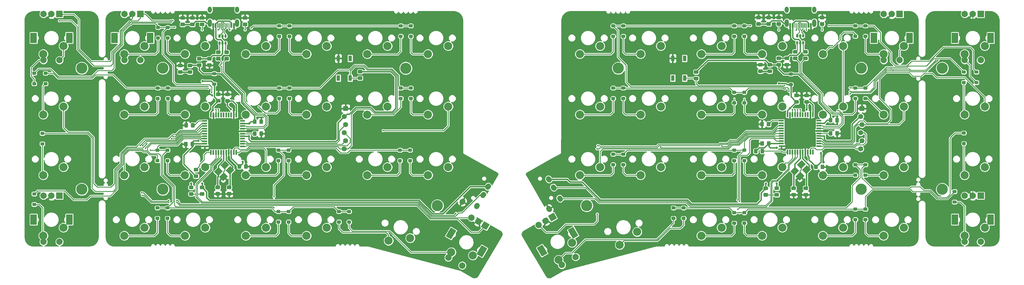
<source format=gbl>
G04 #@! TF.GenerationSoftware,KiCad,Pcbnew,(5.1.4-0-10_14)*
G04 #@! TF.CreationDate,2020-08-04T22:57:21-05:00*
G04 #@! TF.ProjectId,Dori,446f7269-2e6b-4696-9361-645f70636258,rev?*
G04 #@! TF.SameCoordinates,Original*
G04 #@! TF.FileFunction,Copper,L2,Bot*
G04 #@! TF.FilePolarity,Positive*
%FSLAX46Y46*%
G04 Gerber Fmt 4.6, Leading zero omitted, Abs format (unit mm)*
G04 Created by KiCad (PCBNEW (5.1.4-0-10_14)) date 2020-08-04 22:57:21*
%MOMM*%
%LPD*%
G04 APERTURE LIST*
%ADD10C,0.100000*%
%ADD11C,1.150000*%
%ADD12C,2.540000*%
%ADD13C,3.500000*%
%ADD14C,2.000000*%
%ADD15R,2.000000X3.200000*%
%ADD16R,2.000000X2.000000*%
%ADD17C,1.000000*%
%ADD18C,1.600000*%
%ADD19C,1.600000*%
%ADD20C,1.800000*%
%ADD21R,1.500000X0.500000*%
%ADD22R,0.500000X1.500000*%
%ADD23C,0.650000*%
%ADD24R,0.650000X1.060000*%
%ADD25R,1.100000X1.800000*%
%ADD26C,1.600200*%
%ADD27C,0.600000*%
%ADD28O,1.300000X2.400000*%
%ADD29C,0.300000*%
%ADD30O,1.300000X1.900000*%
%ADD31C,0.500000*%
%ADD32C,0.700000*%
%ADD33C,0.250000*%
%ADD34C,0.400000*%
%ADD35C,0.200000*%
%ADD36C,0.254000*%
G04 APERTURE END LIST*
D10*
G36*
X166974505Y-78051204D02*
G01*
X166998773Y-78054804D01*
X167022572Y-78060765D01*
X167045671Y-78069030D01*
X167067850Y-78079520D01*
X167088893Y-78092132D01*
X167108599Y-78106747D01*
X167126777Y-78123223D01*
X167143253Y-78141401D01*
X167157868Y-78161107D01*
X167170480Y-78182150D01*
X167180970Y-78204329D01*
X167189235Y-78227428D01*
X167195196Y-78251227D01*
X167198796Y-78275495D01*
X167200000Y-78299999D01*
X167200000Y-79200001D01*
X167198796Y-79224505D01*
X167195196Y-79248773D01*
X167189235Y-79272572D01*
X167180970Y-79295671D01*
X167170480Y-79317850D01*
X167157868Y-79338893D01*
X167143253Y-79358599D01*
X167126777Y-79376777D01*
X167108599Y-79393253D01*
X167088893Y-79407868D01*
X167067850Y-79420480D01*
X167045671Y-79430970D01*
X167022572Y-79439235D01*
X166998773Y-79445196D01*
X166974505Y-79448796D01*
X166950001Y-79450000D01*
X166299999Y-79450000D01*
X166275495Y-79448796D01*
X166251227Y-79445196D01*
X166227428Y-79439235D01*
X166204329Y-79430970D01*
X166182150Y-79420480D01*
X166161107Y-79407868D01*
X166141401Y-79393253D01*
X166123223Y-79376777D01*
X166106747Y-79358599D01*
X166092132Y-79338893D01*
X166079520Y-79317850D01*
X166069030Y-79295671D01*
X166060765Y-79272572D01*
X166054804Y-79248773D01*
X166051204Y-79224505D01*
X166050000Y-79200001D01*
X166050000Y-78299999D01*
X166051204Y-78275495D01*
X166054804Y-78251227D01*
X166060765Y-78227428D01*
X166069030Y-78204329D01*
X166079520Y-78182150D01*
X166092132Y-78161107D01*
X166106747Y-78141401D01*
X166123223Y-78123223D01*
X166141401Y-78106747D01*
X166161107Y-78092132D01*
X166182150Y-78079520D01*
X166204329Y-78069030D01*
X166227428Y-78060765D01*
X166251227Y-78054804D01*
X166275495Y-78051204D01*
X166299999Y-78050000D01*
X166950001Y-78050000D01*
X166974505Y-78051204D01*
X166974505Y-78051204D01*
G37*
D11*
X166625000Y-78750000D03*
D10*
G36*
X164924505Y-78051204D02*
G01*
X164948773Y-78054804D01*
X164972572Y-78060765D01*
X164995671Y-78069030D01*
X165017850Y-78079520D01*
X165038893Y-78092132D01*
X165058599Y-78106747D01*
X165076777Y-78123223D01*
X165093253Y-78141401D01*
X165107868Y-78161107D01*
X165120480Y-78182150D01*
X165130970Y-78204329D01*
X165139235Y-78227428D01*
X165145196Y-78251227D01*
X165148796Y-78275495D01*
X165150000Y-78299999D01*
X165150000Y-79200001D01*
X165148796Y-79224505D01*
X165145196Y-79248773D01*
X165139235Y-79272572D01*
X165130970Y-79295671D01*
X165120480Y-79317850D01*
X165107868Y-79338893D01*
X165093253Y-79358599D01*
X165076777Y-79376777D01*
X165058599Y-79393253D01*
X165038893Y-79407868D01*
X165017850Y-79420480D01*
X164995671Y-79430970D01*
X164972572Y-79439235D01*
X164948773Y-79445196D01*
X164924505Y-79448796D01*
X164900001Y-79450000D01*
X164249999Y-79450000D01*
X164225495Y-79448796D01*
X164201227Y-79445196D01*
X164177428Y-79439235D01*
X164154329Y-79430970D01*
X164132150Y-79420480D01*
X164111107Y-79407868D01*
X164091401Y-79393253D01*
X164073223Y-79376777D01*
X164056747Y-79358599D01*
X164042132Y-79338893D01*
X164029520Y-79317850D01*
X164019030Y-79295671D01*
X164010765Y-79272572D01*
X164004804Y-79248773D01*
X164001204Y-79224505D01*
X164000000Y-79200001D01*
X164000000Y-78299999D01*
X164001204Y-78275495D01*
X164004804Y-78251227D01*
X164010765Y-78227428D01*
X164019030Y-78204329D01*
X164029520Y-78182150D01*
X164042132Y-78161107D01*
X164056747Y-78141401D01*
X164073223Y-78123223D01*
X164091401Y-78106747D01*
X164111107Y-78092132D01*
X164132150Y-78079520D01*
X164154329Y-78069030D01*
X164177428Y-78060765D01*
X164201227Y-78054804D01*
X164225495Y-78051204D01*
X164249999Y-78050000D01*
X164900001Y-78050000D01*
X164924505Y-78051204D01*
X164924505Y-78051204D01*
G37*
D11*
X164575000Y-78750000D03*
D10*
G36*
X342993505Y-47441204D02*
G01*
X343017773Y-47444804D01*
X343041572Y-47450765D01*
X343064671Y-47459030D01*
X343086850Y-47469520D01*
X343107893Y-47482132D01*
X343127599Y-47496747D01*
X343145777Y-47513223D01*
X343162253Y-47531401D01*
X343176868Y-47551107D01*
X343189480Y-47572150D01*
X343199970Y-47594329D01*
X343208235Y-47617428D01*
X343214196Y-47641227D01*
X343217796Y-47665495D01*
X343219000Y-47689999D01*
X343219000Y-48340001D01*
X343217796Y-48364505D01*
X343214196Y-48388773D01*
X343208235Y-48412572D01*
X343199970Y-48435671D01*
X343189480Y-48457850D01*
X343176868Y-48478893D01*
X343162253Y-48498599D01*
X343145777Y-48516777D01*
X343127599Y-48533253D01*
X343107893Y-48547868D01*
X343086850Y-48560480D01*
X343064671Y-48570970D01*
X343041572Y-48579235D01*
X343017773Y-48585196D01*
X342993505Y-48588796D01*
X342969001Y-48590000D01*
X342068999Y-48590000D01*
X342044495Y-48588796D01*
X342020227Y-48585196D01*
X341996428Y-48579235D01*
X341973329Y-48570970D01*
X341951150Y-48560480D01*
X341930107Y-48547868D01*
X341910401Y-48533253D01*
X341892223Y-48516777D01*
X341875747Y-48498599D01*
X341861132Y-48478893D01*
X341848520Y-48457850D01*
X341838030Y-48435671D01*
X341829765Y-48412572D01*
X341823804Y-48388773D01*
X341820204Y-48364505D01*
X341819000Y-48340001D01*
X341819000Y-47689999D01*
X341820204Y-47665495D01*
X341823804Y-47641227D01*
X341829765Y-47617428D01*
X341838030Y-47594329D01*
X341848520Y-47572150D01*
X341861132Y-47551107D01*
X341875747Y-47531401D01*
X341892223Y-47513223D01*
X341910401Y-47496747D01*
X341930107Y-47482132D01*
X341951150Y-47469520D01*
X341973329Y-47459030D01*
X341996428Y-47450765D01*
X342020227Y-47444804D01*
X342044495Y-47441204D01*
X342068999Y-47440000D01*
X342969001Y-47440000D01*
X342993505Y-47441204D01*
X342993505Y-47441204D01*
G37*
D11*
X342519000Y-48015000D03*
D10*
G36*
X342993505Y-45391204D02*
G01*
X343017773Y-45394804D01*
X343041572Y-45400765D01*
X343064671Y-45409030D01*
X343086850Y-45419520D01*
X343107893Y-45432132D01*
X343127599Y-45446747D01*
X343145777Y-45463223D01*
X343162253Y-45481401D01*
X343176868Y-45501107D01*
X343189480Y-45522150D01*
X343199970Y-45544329D01*
X343208235Y-45567428D01*
X343214196Y-45591227D01*
X343217796Y-45615495D01*
X343219000Y-45639999D01*
X343219000Y-46290001D01*
X343217796Y-46314505D01*
X343214196Y-46338773D01*
X343208235Y-46362572D01*
X343199970Y-46385671D01*
X343189480Y-46407850D01*
X343176868Y-46428893D01*
X343162253Y-46448599D01*
X343145777Y-46466777D01*
X343127599Y-46483253D01*
X343107893Y-46497868D01*
X343086850Y-46510480D01*
X343064671Y-46520970D01*
X343041572Y-46529235D01*
X343017773Y-46535196D01*
X342993505Y-46538796D01*
X342969001Y-46540000D01*
X342068999Y-46540000D01*
X342044495Y-46538796D01*
X342020227Y-46535196D01*
X341996428Y-46529235D01*
X341973329Y-46520970D01*
X341951150Y-46510480D01*
X341930107Y-46497868D01*
X341910401Y-46483253D01*
X341892223Y-46466777D01*
X341875747Y-46448599D01*
X341861132Y-46428893D01*
X341848520Y-46407850D01*
X341838030Y-46385671D01*
X341829765Y-46362572D01*
X341823804Y-46338773D01*
X341820204Y-46314505D01*
X341819000Y-46290001D01*
X341819000Y-45639999D01*
X341820204Y-45615495D01*
X341823804Y-45591227D01*
X341829765Y-45567428D01*
X341838030Y-45544329D01*
X341848520Y-45522150D01*
X341861132Y-45501107D01*
X341875747Y-45481401D01*
X341892223Y-45463223D01*
X341910401Y-45446747D01*
X341930107Y-45432132D01*
X341951150Y-45419520D01*
X341973329Y-45409030D01*
X341996428Y-45400765D01*
X342020227Y-45394804D01*
X342044495Y-45391204D01*
X342068999Y-45390000D01*
X342969001Y-45390000D01*
X342993505Y-45391204D01*
X342993505Y-45391204D01*
G37*
D11*
X342519000Y-45965000D03*
D10*
G36*
X329404505Y-58218204D02*
G01*
X329428773Y-58221804D01*
X329452572Y-58227765D01*
X329475671Y-58236030D01*
X329497850Y-58246520D01*
X329518893Y-58259132D01*
X329538599Y-58273747D01*
X329556777Y-58290223D01*
X329573253Y-58308401D01*
X329587868Y-58328107D01*
X329600480Y-58349150D01*
X329610970Y-58371329D01*
X329619235Y-58394428D01*
X329625196Y-58418227D01*
X329628796Y-58442495D01*
X329630000Y-58466999D01*
X329630000Y-59117001D01*
X329628796Y-59141505D01*
X329625196Y-59165773D01*
X329619235Y-59189572D01*
X329610970Y-59212671D01*
X329600480Y-59234850D01*
X329587868Y-59255893D01*
X329573253Y-59275599D01*
X329556777Y-59293777D01*
X329538599Y-59310253D01*
X329518893Y-59324868D01*
X329497850Y-59337480D01*
X329475671Y-59347970D01*
X329452572Y-59356235D01*
X329428773Y-59362196D01*
X329404505Y-59365796D01*
X329380001Y-59367000D01*
X328479999Y-59367000D01*
X328455495Y-59365796D01*
X328431227Y-59362196D01*
X328407428Y-59356235D01*
X328384329Y-59347970D01*
X328362150Y-59337480D01*
X328341107Y-59324868D01*
X328321401Y-59310253D01*
X328303223Y-59293777D01*
X328286747Y-59275599D01*
X328272132Y-59255893D01*
X328259520Y-59234850D01*
X328249030Y-59212671D01*
X328240765Y-59189572D01*
X328234804Y-59165773D01*
X328231204Y-59141505D01*
X328230000Y-59117001D01*
X328230000Y-58466999D01*
X328231204Y-58442495D01*
X328234804Y-58418227D01*
X328240765Y-58394428D01*
X328249030Y-58371329D01*
X328259520Y-58349150D01*
X328272132Y-58328107D01*
X328286747Y-58308401D01*
X328303223Y-58290223D01*
X328321401Y-58273747D01*
X328341107Y-58259132D01*
X328362150Y-58246520D01*
X328384329Y-58236030D01*
X328407428Y-58227765D01*
X328431227Y-58221804D01*
X328455495Y-58218204D01*
X328479999Y-58217000D01*
X329380001Y-58217000D01*
X329404505Y-58218204D01*
X329404505Y-58218204D01*
G37*
D11*
X328930000Y-58792000D03*
D10*
G36*
X329404505Y-60268204D02*
G01*
X329428773Y-60271804D01*
X329452572Y-60277765D01*
X329475671Y-60286030D01*
X329497850Y-60296520D01*
X329518893Y-60309132D01*
X329538599Y-60323747D01*
X329556777Y-60340223D01*
X329573253Y-60358401D01*
X329587868Y-60378107D01*
X329600480Y-60399150D01*
X329610970Y-60421329D01*
X329619235Y-60444428D01*
X329625196Y-60468227D01*
X329628796Y-60492495D01*
X329630000Y-60516999D01*
X329630000Y-61167001D01*
X329628796Y-61191505D01*
X329625196Y-61215773D01*
X329619235Y-61239572D01*
X329610970Y-61262671D01*
X329600480Y-61284850D01*
X329587868Y-61305893D01*
X329573253Y-61325599D01*
X329556777Y-61343777D01*
X329538599Y-61360253D01*
X329518893Y-61374868D01*
X329497850Y-61387480D01*
X329475671Y-61397970D01*
X329452572Y-61406235D01*
X329428773Y-61412196D01*
X329404505Y-61415796D01*
X329380001Y-61417000D01*
X328479999Y-61417000D01*
X328455495Y-61415796D01*
X328431227Y-61412196D01*
X328407428Y-61406235D01*
X328384329Y-61397970D01*
X328362150Y-61387480D01*
X328341107Y-61374868D01*
X328321401Y-61360253D01*
X328303223Y-61343777D01*
X328286747Y-61325599D01*
X328272132Y-61305893D01*
X328259520Y-61284850D01*
X328249030Y-61262671D01*
X328240765Y-61239572D01*
X328234804Y-61215773D01*
X328231204Y-61191505D01*
X328230000Y-61167001D01*
X328230000Y-60516999D01*
X328231204Y-60492495D01*
X328234804Y-60468227D01*
X328240765Y-60444428D01*
X328249030Y-60421329D01*
X328259520Y-60399150D01*
X328272132Y-60378107D01*
X328286747Y-60358401D01*
X328303223Y-60340223D01*
X328321401Y-60323747D01*
X328341107Y-60309132D01*
X328362150Y-60296520D01*
X328384329Y-60286030D01*
X328407428Y-60277765D01*
X328431227Y-60271804D01*
X328455495Y-60268204D01*
X328479999Y-60267000D01*
X329380001Y-60267000D01*
X329404505Y-60268204D01*
X329404505Y-60268204D01*
G37*
D11*
X328930000Y-60842000D03*
D10*
G36*
X147667505Y-58345204D02*
G01*
X147691773Y-58348804D01*
X147715572Y-58354765D01*
X147738671Y-58363030D01*
X147760850Y-58373520D01*
X147781893Y-58386132D01*
X147801599Y-58400747D01*
X147819777Y-58417223D01*
X147836253Y-58435401D01*
X147850868Y-58455107D01*
X147863480Y-58476150D01*
X147873970Y-58498329D01*
X147882235Y-58521428D01*
X147888196Y-58545227D01*
X147891796Y-58569495D01*
X147893000Y-58593999D01*
X147893000Y-59244001D01*
X147891796Y-59268505D01*
X147888196Y-59292773D01*
X147882235Y-59316572D01*
X147873970Y-59339671D01*
X147863480Y-59361850D01*
X147850868Y-59382893D01*
X147836253Y-59402599D01*
X147819777Y-59420777D01*
X147801599Y-59437253D01*
X147781893Y-59451868D01*
X147760850Y-59464480D01*
X147738671Y-59474970D01*
X147715572Y-59483235D01*
X147691773Y-59489196D01*
X147667505Y-59492796D01*
X147643001Y-59494000D01*
X146742999Y-59494000D01*
X146718495Y-59492796D01*
X146694227Y-59489196D01*
X146670428Y-59483235D01*
X146647329Y-59474970D01*
X146625150Y-59464480D01*
X146604107Y-59451868D01*
X146584401Y-59437253D01*
X146566223Y-59420777D01*
X146549747Y-59402599D01*
X146535132Y-59382893D01*
X146522520Y-59361850D01*
X146512030Y-59339671D01*
X146503765Y-59316572D01*
X146497804Y-59292773D01*
X146494204Y-59268505D01*
X146493000Y-59244001D01*
X146493000Y-58593999D01*
X146494204Y-58569495D01*
X146497804Y-58545227D01*
X146503765Y-58521428D01*
X146512030Y-58498329D01*
X146522520Y-58476150D01*
X146535132Y-58455107D01*
X146549747Y-58435401D01*
X146566223Y-58417223D01*
X146584401Y-58400747D01*
X146604107Y-58386132D01*
X146625150Y-58373520D01*
X146647329Y-58363030D01*
X146670428Y-58354765D01*
X146694227Y-58348804D01*
X146718495Y-58345204D01*
X146742999Y-58344000D01*
X147643001Y-58344000D01*
X147667505Y-58345204D01*
X147667505Y-58345204D01*
G37*
D11*
X147193000Y-58919000D03*
D10*
G36*
X147667505Y-60395204D02*
G01*
X147691773Y-60398804D01*
X147715572Y-60404765D01*
X147738671Y-60413030D01*
X147760850Y-60423520D01*
X147781893Y-60436132D01*
X147801599Y-60450747D01*
X147819777Y-60467223D01*
X147836253Y-60485401D01*
X147850868Y-60505107D01*
X147863480Y-60526150D01*
X147873970Y-60548329D01*
X147882235Y-60571428D01*
X147888196Y-60595227D01*
X147891796Y-60619495D01*
X147893000Y-60643999D01*
X147893000Y-61294001D01*
X147891796Y-61318505D01*
X147888196Y-61342773D01*
X147882235Y-61366572D01*
X147873970Y-61389671D01*
X147863480Y-61411850D01*
X147850868Y-61432893D01*
X147836253Y-61452599D01*
X147819777Y-61470777D01*
X147801599Y-61487253D01*
X147781893Y-61501868D01*
X147760850Y-61514480D01*
X147738671Y-61524970D01*
X147715572Y-61533235D01*
X147691773Y-61539196D01*
X147667505Y-61542796D01*
X147643001Y-61544000D01*
X146742999Y-61544000D01*
X146718495Y-61542796D01*
X146694227Y-61539196D01*
X146670428Y-61533235D01*
X146647329Y-61524970D01*
X146625150Y-61514480D01*
X146604107Y-61501868D01*
X146584401Y-61487253D01*
X146566223Y-61470777D01*
X146549747Y-61452599D01*
X146535132Y-61432893D01*
X146522520Y-61411850D01*
X146512030Y-61389671D01*
X146503765Y-61366572D01*
X146497804Y-61342773D01*
X146494204Y-61318505D01*
X146493000Y-61294001D01*
X146493000Y-60643999D01*
X146494204Y-60619495D01*
X146497804Y-60595227D01*
X146503765Y-60571428D01*
X146512030Y-60548329D01*
X146522520Y-60526150D01*
X146535132Y-60505107D01*
X146549747Y-60485401D01*
X146566223Y-60467223D01*
X146584401Y-60450747D01*
X146604107Y-60436132D01*
X146625150Y-60423520D01*
X146647329Y-60413030D01*
X146670428Y-60404765D01*
X146694227Y-60398804D01*
X146718495Y-60395204D01*
X146742999Y-60394000D01*
X147643001Y-60394000D01*
X147667505Y-60395204D01*
X147667505Y-60395204D01*
G37*
D11*
X147193000Y-60969000D03*
D10*
G36*
X326229505Y-45391204D02*
G01*
X326253773Y-45394804D01*
X326277572Y-45400765D01*
X326300671Y-45409030D01*
X326322850Y-45419520D01*
X326343893Y-45432132D01*
X326363599Y-45446747D01*
X326381777Y-45463223D01*
X326398253Y-45481401D01*
X326412868Y-45501107D01*
X326425480Y-45522150D01*
X326435970Y-45544329D01*
X326444235Y-45567428D01*
X326450196Y-45591227D01*
X326453796Y-45615495D01*
X326455000Y-45639999D01*
X326455000Y-46290001D01*
X326453796Y-46314505D01*
X326450196Y-46338773D01*
X326444235Y-46362572D01*
X326435970Y-46385671D01*
X326425480Y-46407850D01*
X326412868Y-46428893D01*
X326398253Y-46448599D01*
X326381777Y-46466777D01*
X326363599Y-46483253D01*
X326343893Y-46497868D01*
X326322850Y-46510480D01*
X326300671Y-46520970D01*
X326277572Y-46529235D01*
X326253773Y-46535196D01*
X326229505Y-46538796D01*
X326205001Y-46540000D01*
X325304999Y-46540000D01*
X325280495Y-46538796D01*
X325256227Y-46535196D01*
X325232428Y-46529235D01*
X325209329Y-46520970D01*
X325187150Y-46510480D01*
X325166107Y-46497868D01*
X325146401Y-46483253D01*
X325128223Y-46466777D01*
X325111747Y-46448599D01*
X325097132Y-46428893D01*
X325084520Y-46407850D01*
X325074030Y-46385671D01*
X325065765Y-46362572D01*
X325059804Y-46338773D01*
X325056204Y-46314505D01*
X325055000Y-46290001D01*
X325055000Y-45639999D01*
X325056204Y-45615495D01*
X325059804Y-45591227D01*
X325065765Y-45567428D01*
X325074030Y-45544329D01*
X325084520Y-45522150D01*
X325097132Y-45501107D01*
X325111747Y-45481401D01*
X325128223Y-45463223D01*
X325146401Y-45446747D01*
X325166107Y-45432132D01*
X325187150Y-45419520D01*
X325209329Y-45409030D01*
X325232428Y-45400765D01*
X325256227Y-45394804D01*
X325280495Y-45391204D01*
X325304999Y-45390000D01*
X326205001Y-45390000D01*
X326229505Y-45391204D01*
X326229505Y-45391204D01*
G37*
D11*
X325755000Y-45965000D03*
D10*
G36*
X326229505Y-47441204D02*
G01*
X326253773Y-47444804D01*
X326277572Y-47450765D01*
X326300671Y-47459030D01*
X326322850Y-47469520D01*
X326343893Y-47482132D01*
X326363599Y-47496747D01*
X326381777Y-47513223D01*
X326398253Y-47531401D01*
X326412868Y-47551107D01*
X326425480Y-47572150D01*
X326435970Y-47594329D01*
X326444235Y-47617428D01*
X326450196Y-47641227D01*
X326453796Y-47665495D01*
X326455000Y-47689999D01*
X326455000Y-48340001D01*
X326453796Y-48364505D01*
X326450196Y-48388773D01*
X326444235Y-48412572D01*
X326435970Y-48435671D01*
X326425480Y-48457850D01*
X326412868Y-48478893D01*
X326398253Y-48498599D01*
X326381777Y-48516777D01*
X326363599Y-48533253D01*
X326343893Y-48547868D01*
X326322850Y-48560480D01*
X326300671Y-48570970D01*
X326277572Y-48579235D01*
X326253773Y-48585196D01*
X326229505Y-48588796D01*
X326205001Y-48590000D01*
X325304999Y-48590000D01*
X325280495Y-48588796D01*
X325256227Y-48585196D01*
X325232428Y-48579235D01*
X325209329Y-48570970D01*
X325187150Y-48560480D01*
X325166107Y-48547868D01*
X325146401Y-48533253D01*
X325128223Y-48516777D01*
X325111747Y-48498599D01*
X325097132Y-48478893D01*
X325084520Y-48457850D01*
X325074030Y-48435671D01*
X325065765Y-48412572D01*
X325059804Y-48388773D01*
X325056204Y-48364505D01*
X325055000Y-48340001D01*
X325055000Y-47689999D01*
X325056204Y-47665495D01*
X325059804Y-47641227D01*
X325065765Y-47617428D01*
X325074030Y-47594329D01*
X325084520Y-47572150D01*
X325097132Y-47551107D01*
X325111747Y-47531401D01*
X325128223Y-47513223D01*
X325146401Y-47496747D01*
X325166107Y-47482132D01*
X325187150Y-47469520D01*
X325209329Y-47459030D01*
X325232428Y-47450765D01*
X325256227Y-47444804D01*
X325280495Y-47441204D01*
X325304999Y-47440000D01*
X326205001Y-47440000D01*
X326229505Y-47441204D01*
X326229505Y-47441204D01*
G37*
D11*
X325755000Y-48015000D03*
D10*
G36*
X145508505Y-45518204D02*
G01*
X145532773Y-45521804D01*
X145556572Y-45527765D01*
X145579671Y-45536030D01*
X145601850Y-45546520D01*
X145622893Y-45559132D01*
X145642599Y-45573747D01*
X145660777Y-45590223D01*
X145677253Y-45608401D01*
X145691868Y-45628107D01*
X145704480Y-45649150D01*
X145714970Y-45671329D01*
X145723235Y-45694428D01*
X145729196Y-45718227D01*
X145732796Y-45742495D01*
X145734000Y-45766999D01*
X145734000Y-46417001D01*
X145732796Y-46441505D01*
X145729196Y-46465773D01*
X145723235Y-46489572D01*
X145714970Y-46512671D01*
X145704480Y-46534850D01*
X145691868Y-46555893D01*
X145677253Y-46575599D01*
X145660777Y-46593777D01*
X145642599Y-46610253D01*
X145622893Y-46624868D01*
X145601850Y-46637480D01*
X145579671Y-46647970D01*
X145556572Y-46656235D01*
X145532773Y-46662196D01*
X145508505Y-46665796D01*
X145484001Y-46667000D01*
X144583999Y-46667000D01*
X144559495Y-46665796D01*
X144535227Y-46662196D01*
X144511428Y-46656235D01*
X144488329Y-46647970D01*
X144466150Y-46637480D01*
X144445107Y-46624868D01*
X144425401Y-46610253D01*
X144407223Y-46593777D01*
X144390747Y-46575599D01*
X144376132Y-46555893D01*
X144363520Y-46534850D01*
X144353030Y-46512671D01*
X144344765Y-46489572D01*
X144338804Y-46465773D01*
X144335204Y-46441505D01*
X144334000Y-46417001D01*
X144334000Y-45766999D01*
X144335204Y-45742495D01*
X144338804Y-45718227D01*
X144344765Y-45694428D01*
X144353030Y-45671329D01*
X144363520Y-45649150D01*
X144376132Y-45628107D01*
X144390747Y-45608401D01*
X144407223Y-45590223D01*
X144425401Y-45573747D01*
X144445107Y-45559132D01*
X144466150Y-45546520D01*
X144488329Y-45536030D01*
X144511428Y-45527765D01*
X144535227Y-45521804D01*
X144559495Y-45518204D01*
X144583999Y-45517000D01*
X145484001Y-45517000D01*
X145508505Y-45518204D01*
X145508505Y-45518204D01*
G37*
D11*
X145034000Y-46092000D03*
D10*
G36*
X145508505Y-47568204D02*
G01*
X145532773Y-47571804D01*
X145556572Y-47577765D01*
X145579671Y-47586030D01*
X145601850Y-47596520D01*
X145622893Y-47609132D01*
X145642599Y-47623747D01*
X145660777Y-47640223D01*
X145677253Y-47658401D01*
X145691868Y-47678107D01*
X145704480Y-47699150D01*
X145714970Y-47721329D01*
X145723235Y-47744428D01*
X145729196Y-47768227D01*
X145732796Y-47792495D01*
X145734000Y-47816999D01*
X145734000Y-48467001D01*
X145732796Y-48491505D01*
X145729196Y-48515773D01*
X145723235Y-48539572D01*
X145714970Y-48562671D01*
X145704480Y-48584850D01*
X145691868Y-48605893D01*
X145677253Y-48625599D01*
X145660777Y-48643777D01*
X145642599Y-48660253D01*
X145622893Y-48674868D01*
X145601850Y-48687480D01*
X145579671Y-48697970D01*
X145556572Y-48706235D01*
X145532773Y-48712196D01*
X145508505Y-48715796D01*
X145484001Y-48717000D01*
X144583999Y-48717000D01*
X144559495Y-48715796D01*
X144535227Y-48712196D01*
X144511428Y-48706235D01*
X144488329Y-48697970D01*
X144466150Y-48687480D01*
X144445107Y-48674868D01*
X144425401Y-48660253D01*
X144407223Y-48643777D01*
X144390747Y-48625599D01*
X144376132Y-48605893D01*
X144363520Y-48584850D01*
X144353030Y-48562671D01*
X144344765Y-48539572D01*
X144338804Y-48515773D01*
X144335204Y-48491505D01*
X144334000Y-48467001D01*
X144334000Y-47816999D01*
X144335204Y-47792495D01*
X144338804Y-47768227D01*
X144344765Y-47744428D01*
X144353030Y-47721329D01*
X144363520Y-47699150D01*
X144376132Y-47678107D01*
X144390747Y-47658401D01*
X144407223Y-47640223D01*
X144425401Y-47623747D01*
X144445107Y-47609132D01*
X144466150Y-47596520D01*
X144488329Y-47586030D01*
X144511428Y-47577765D01*
X144535227Y-47571804D01*
X144559495Y-47568204D01*
X144583999Y-47567000D01*
X145484001Y-47567000D01*
X145508505Y-47568204D01*
X145508505Y-47568204D01*
G37*
D11*
X145034000Y-48142000D03*
D12*
X180816250Y-95567500D03*
X187166250Y-93027500D03*
D10*
G36*
X331944505Y-60268204D02*
G01*
X331968773Y-60271804D01*
X331992572Y-60277765D01*
X332015671Y-60286030D01*
X332037850Y-60296520D01*
X332058893Y-60309132D01*
X332078599Y-60323747D01*
X332096777Y-60340223D01*
X332113253Y-60358401D01*
X332127868Y-60378107D01*
X332140480Y-60399150D01*
X332150970Y-60421329D01*
X332159235Y-60444428D01*
X332165196Y-60468227D01*
X332168796Y-60492495D01*
X332170000Y-60516999D01*
X332170000Y-61167001D01*
X332168796Y-61191505D01*
X332165196Y-61215773D01*
X332159235Y-61239572D01*
X332150970Y-61262671D01*
X332140480Y-61284850D01*
X332127868Y-61305893D01*
X332113253Y-61325599D01*
X332096777Y-61343777D01*
X332078599Y-61360253D01*
X332058893Y-61374868D01*
X332037850Y-61387480D01*
X332015671Y-61397970D01*
X331992572Y-61406235D01*
X331968773Y-61412196D01*
X331944505Y-61415796D01*
X331920001Y-61417000D01*
X331019999Y-61417000D01*
X330995495Y-61415796D01*
X330971227Y-61412196D01*
X330947428Y-61406235D01*
X330924329Y-61397970D01*
X330902150Y-61387480D01*
X330881107Y-61374868D01*
X330861401Y-61360253D01*
X330843223Y-61343777D01*
X330826747Y-61325599D01*
X330812132Y-61305893D01*
X330799520Y-61284850D01*
X330789030Y-61262671D01*
X330780765Y-61239572D01*
X330774804Y-61215773D01*
X330771204Y-61191505D01*
X330770000Y-61167001D01*
X330770000Y-60516999D01*
X330771204Y-60492495D01*
X330774804Y-60468227D01*
X330780765Y-60444428D01*
X330789030Y-60421329D01*
X330799520Y-60399150D01*
X330812132Y-60378107D01*
X330826747Y-60358401D01*
X330843223Y-60340223D01*
X330861401Y-60323747D01*
X330881107Y-60309132D01*
X330902150Y-60296520D01*
X330924329Y-60286030D01*
X330947428Y-60277765D01*
X330971227Y-60271804D01*
X330995495Y-60268204D01*
X331019999Y-60267000D01*
X331920001Y-60267000D01*
X331944505Y-60268204D01*
X331944505Y-60268204D01*
G37*
D11*
X331470000Y-60842000D03*
D10*
G36*
X331944505Y-58218204D02*
G01*
X331968773Y-58221804D01*
X331992572Y-58227765D01*
X332015671Y-58236030D01*
X332037850Y-58246520D01*
X332058893Y-58259132D01*
X332078599Y-58273747D01*
X332096777Y-58290223D01*
X332113253Y-58308401D01*
X332127868Y-58328107D01*
X332140480Y-58349150D01*
X332150970Y-58371329D01*
X332159235Y-58394428D01*
X332165196Y-58418227D01*
X332168796Y-58442495D01*
X332170000Y-58466999D01*
X332170000Y-59117001D01*
X332168796Y-59141505D01*
X332165196Y-59165773D01*
X332159235Y-59189572D01*
X332150970Y-59212671D01*
X332140480Y-59234850D01*
X332127868Y-59255893D01*
X332113253Y-59275599D01*
X332096777Y-59293777D01*
X332078599Y-59310253D01*
X332058893Y-59324868D01*
X332037850Y-59337480D01*
X332015671Y-59347970D01*
X331992572Y-59356235D01*
X331968773Y-59362196D01*
X331944505Y-59365796D01*
X331920001Y-59367000D01*
X331019999Y-59367000D01*
X330995495Y-59365796D01*
X330971227Y-59362196D01*
X330947428Y-59356235D01*
X330924329Y-59347970D01*
X330902150Y-59337480D01*
X330881107Y-59324868D01*
X330861401Y-59310253D01*
X330843223Y-59293777D01*
X330826747Y-59275599D01*
X330812132Y-59255893D01*
X330799520Y-59234850D01*
X330789030Y-59212671D01*
X330780765Y-59189572D01*
X330774804Y-59165773D01*
X330771204Y-59141505D01*
X330770000Y-59117001D01*
X330770000Y-58466999D01*
X330771204Y-58442495D01*
X330774804Y-58418227D01*
X330780765Y-58394428D01*
X330789030Y-58371329D01*
X330799520Y-58349150D01*
X330812132Y-58328107D01*
X330826747Y-58308401D01*
X330843223Y-58290223D01*
X330861401Y-58273747D01*
X330881107Y-58259132D01*
X330902150Y-58246520D01*
X330924329Y-58236030D01*
X330947428Y-58227765D01*
X330971227Y-58221804D01*
X330995495Y-58218204D01*
X331019999Y-58217000D01*
X331920001Y-58217000D01*
X331944505Y-58218204D01*
X331944505Y-58218204D01*
G37*
D11*
X331470000Y-58792000D03*
D10*
G36*
X150842505Y-60395204D02*
G01*
X150866773Y-60398804D01*
X150890572Y-60404765D01*
X150913671Y-60413030D01*
X150935850Y-60423520D01*
X150956893Y-60436132D01*
X150976599Y-60450747D01*
X150994777Y-60467223D01*
X151011253Y-60485401D01*
X151025868Y-60505107D01*
X151038480Y-60526150D01*
X151048970Y-60548329D01*
X151057235Y-60571428D01*
X151063196Y-60595227D01*
X151066796Y-60619495D01*
X151068000Y-60643999D01*
X151068000Y-61294001D01*
X151066796Y-61318505D01*
X151063196Y-61342773D01*
X151057235Y-61366572D01*
X151048970Y-61389671D01*
X151038480Y-61411850D01*
X151025868Y-61432893D01*
X151011253Y-61452599D01*
X150994777Y-61470777D01*
X150976599Y-61487253D01*
X150956893Y-61501868D01*
X150935850Y-61514480D01*
X150913671Y-61524970D01*
X150890572Y-61533235D01*
X150866773Y-61539196D01*
X150842505Y-61542796D01*
X150818001Y-61544000D01*
X149917999Y-61544000D01*
X149893495Y-61542796D01*
X149869227Y-61539196D01*
X149845428Y-61533235D01*
X149822329Y-61524970D01*
X149800150Y-61514480D01*
X149779107Y-61501868D01*
X149759401Y-61487253D01*
X149741223Y-61470777D01*
X149724747Y-61452599D01*
X149710132Y-61432893D01*
X149697520Y-61411850D01*
X149687030Y-61389671D01*
X149678765Y-61366572D01*
X149672804Y-61342773D01*
X149669204Y-61318505D01*
X149668000Y-61294001D01*
X149668000Y-60643999D01*
X149669204Y-60619495D01*
X149672804Y-60595227D01*
X149678765Y-60571428D01*
X149687030Y-60548329D01*
X149697520Y-60526150D01*
X149710132Y-60505107D01*
X149724747Y-60485401D01*
X149741223Y-60467223D01*
X149759401Y-60450747D01*
X149779107Y-60436132D01*
X149800150Y-60423520D01*
X149822329Y-60413030D01*
X149845428Y-60404765D01*
X149869227Y-60398804D01*
X149893495Y-60395204D01*
X149917999Y-60394000D01*
X150818001Y-60394000D01*
X150842505Y-60395204D01*
X150842505Y-60395204D01*
G37*
D11*
X150368000Y-60969000D03*
D10*
G36*
X150842505Y-58345204D02*
G01*
X150866773Y-58348804D01*
X150890572Y-58354765D01*
X150913671Y-58363030D01*
X150935850Y-58373520D01*
X150956893Y-58386132D01*
X150976599Y-58400747D01*
X150994777Y-58417223D01*
X151011253Y-58435401D01*
X151025868Y-58455107D01*
X151038480Y-58476150D01*
X151048970Y-58498329D01*
X151057235Y-58521428D01*
X151063196Y-58545227D01*
X151066796Y-58569495D01*
X151068000Y-58593999D01*
X151068000Y-59244001D01*
X151066796Y-59268505D01*
X151063196Y-59292773D01*
X151057235Y-59316572D01*
X151048970Y-59339671D01*
X151038480Y-59361850D01*
X151025868Y-59382893D01*
X151011253Y-59402599D01*
X150994777Y-59420777D01*
X150976599Y-59437253D01*
X150956893Y-59451868D01*
X150935850Y-59464480D01*
X150913671Y-59474970D01*
X150890572Y-59483235D01*
X150866773Y-59489196D01*
X150842505Y-59492796D01*
X150818001Y-59494000D01*
X149917999Y-59494000D01*
X149893495Y-59492796D01*
X149869227Y-59489196D01*
X149845428Y-59483235D01*
X149822329Y-59474970D01*
X149800150Y-59464480D01*
X149779107Y-59451868D01*
X149759401Y-59437253D01*
X149741223Y-59420777D01*
X149724747Y-59402599D01*
X149710132Y-59382893D01*
X149697520Y-59361850D01*
X149687030Y-59339671D01*
X149678765Y-59316572D01*
X149672804Y-59292773D01*
X149669204Y-59268505D01*
X149668000Y-59244001D01*
X149668000Y-58593999D01*
X149669204Y-58569495D01*
X149672804Y-58545227D01*
X149678765Y-58521428D01*
X149687030Y-58498329D01*
X149697520Y-58476150D01*
X149710132Y-58455107D01*
X149724747Y-58435401D01*
X149741223Y-58417223D01*
X149759401Y-58400747D01*
X149779107Y-58386132D01*
X149800150Y-58373520D01*
X149822329Y-58363030D01*
X149845428Y-58354765D01*
X149869227Y-58348804D01*
X149893495Y-58345204D01*
X149917999Y-58344000D01*
X150818001Y-58344000D01*
X150842505Y-58345204D01*
X150842505Y-58345204D01*
G37*
D11*
X150368000Y-58919000D03*
D10*
G36*
X323054505Y-45391204D02*
G01*
X323078773Y-45394804D01*
X323102572Y-45400765D01*
X323125671Y-45409030D01*
X323147850Y-45419520D01*
X323168893Y-45432132D01*
X323188599Y-45446747D01*
X323206777Y-45463223D01*
X323223253Y-45481401D01*
X323237868Y-45501107D01*
X323250480Y-45522150D01*
X323260970Y-45544329D01*
X323269235Y-45567428D01*
X323275196Y-45591227D01*
X323278796Y-45615495D01*
X323280000Y-45639999D01*
X323280000Y-46290001D01*
X323278796Y-46314505D01*
X323275196Y-46338773D01*
X323269235Y-46362572D01*
X323260970Y-46385671D01*
X323250480Y-46407850D01*
X323237868Y-46428893D01*
X323223253Y-46448599D01*
X323206777Y-46466777D01*
X323188599Y-46483253D01*
X323168893Y-46497868D01*
X323147850Y-46510480D01*
X323125671Y-46520970D01*
X323102572Y-46529235D01*
X323078773Y-46535196D01*
X323054505Y-46538796D01*
X323030001Y-46540000D01*
X322129999Y-46540000D01*
X322105495Y-46538796D01*
X322081227Y-46535196D01*
X322057428Y-46529235D01*
X322034329Y-46520970D01*
X322012150Y-46510480D01*
X321991107Y-46497868D01*
X321971401Y-46483253D01*
X321953223Y-46466777D01*
X321936747Y-46448599D01*
X321922132Y-46428893D01*
X321909520Y-46407850D01*
X321899030Y-46385671D01*
X321890765Y-46362572D01*
X321884804Y-46338773D01*
X321881204Y-46314505D01*
X321880000Y-46290001D01*
X321880000Y-45639999D01*
X321881204Y-45615495D01*
X321884804Y-45591227D01*
X321890765Y-45567428D01*
X321899030Y-45544329D01*
X321909520Y-45522150D01*
X321922132Y-45501107D01*
X321936747Y-45481401D01*
X321953223Y-45463223D01*
X321971401Y-45446747D01*
X321991107Y-45432132D01*
X322012150Y-45419520D01*
X322034329Y-45409030D01*
X322057428Y-45400765D01*
X322081227Y-45394804D01*
X322105495Y-45391204D01*
X322129999Y-45390000D01*
X323030001Y-45390000D01*
X323054505Y-45391204D01*
X323054505Y-45391204D01*
G37*
D11*
X322580000Y-45965000D03*
D10*
G36*
X323054505Y-47441204D02*
G01*
X323078773Y-47444804D01*
X323102572Y-47450765D01*
X323125671Y-47459030D01*
X323147850Y-47469520D01*
X323168893Y-47482132D01*
X323188599Y-47496747D01*
X323206777Y-47513223D01*
X323223253Y-47531401D01*
X323237868Y-47551107D01*
X323250480Y-47572150D01*
X323260970Y-47594329D01*
X323269235Y-47617428D01*
X323275196Y-47641227D01*
X323278796Y-47665495D01*
X323280000Y-47689999D01*
X323280000Y-48340001D01*
X323278796Y-48364505D01*
X323275196Y-48388773D01*
X323269235Y-48412572D01*
X323260970Y-48435671D01*
X323250480Y-48457850D01*
X323237868Y-48478893D01*
X323223253Y-48498599D01*
X323206777Y-48516777D01*
X323188599Y-48533253D01*
X323168893Y-48547868D01*
X323147850Y-48560480D01*
X323125671Y-48570970D01*
X323102572Y-48579235D01*
X323078773Y-48585196D01*
X323054505Y-48588796D01*
X323030001Y-48590000D01*
X322129999Y-48590000D01*
X322105495Y-48588796D01*
X322081227Y-48585196D01*
X322057428Y-48579235D01*
X322034329Y-48570970D01*
X322012150Y-48560480D01*
X321991107Y-48547868D01*
X321971401Y-48533253D01*
X321953223Y-48516777D01*
X321936747Y-48498599D01*
X321922132Y-48478893D01*
X321909520Y-48457850D01*
X321899030Y-48435671D01*
X321890765Y-48412572D01*
X321884804Y-48388773D01*
X321881204Y-48364505D01*
X321880000Y-48340001D01*
X321880000Y-47689999D01*
X321881204Y-47665495D01*
X321884804Y-47641227D01*
X321890765Y-47617428D01*
X321899030Y-47594329D01*
X321909520Y-47572150D01*
X321922132Y-47551107D01*
X321936747Y-47531401D01*
X321953223Y-47513223D01*
X321971401Y-47496747D01*
X321991107Y-47482132D01*
X322012150Y-47469520D01*
X322034329Y-47459030D01*
X322057428Y-47450765D01*
X322081227Y-47444804D01*
X322105495Y-47441204D01*
X322129999Y-47440000D01*
X323030001Y-47440000D01*
X323054505Y-47441204D01*
X323054505Y-47441204D01*
G37*
D11*
X322580000Y-48015000D03*
D10*
G36*
X142460505Y-45518204D02*
G01*
X142484773Y-45521804D01*
X142508572Y-45527765D01*
X142531671Y-45536030D01*
X142553850Y-45546520D01*
X142574893Y-45559132D01*
X142594599Y-45573747D01*
X142612777Y-45590223D01*
X142629253Y-45608401D01*
X142643868Y-45628107D01*
X142656480Y-45649150D01*
X142666970Y-45671329D01*
X142675235Y-45694428D01*
X142681196Y-45718227D01*
X142684796Y-45742495D01*
X142686000Y-45766999D01*
X142686000Y-46417001D01*
X142684796Y-46441505D01*
X142681196Y-46465773D01*
X142675235Y-46489572D01*
X142666970Y-46512671D01*
X142656480Y-46534850D01*
X142643868Y-46555893D01*
X142629253Y-46575599D01*
X142612777Y-46593777D01*
X142594599Y-46610253D01*
X142574893Y-46624868D01*
X142553850Y-46637480D01*
X142531671Y-46647970D01*
X142508572Y-46656235D01*
X142484773Y-46662196D01*
X142460505Y-46665796D01*
X142436001Y-46667000D01*
X141535999Y-46667000D01*
X141511495Y-46665796D01*
X141487227Y-46662196D01*
X141463428Y-46656235D01*
X141440329Y-46647970D01*
X141418150Y-46637480D01*
X141397107Y-46624868D01*
X141377401Y-46610253D01*
X141359223Y-46593777D01*
X141342747Y-46575599D01*
X141328132Y-46555893D01*
X141315520Y-46534850D01*
X141305030Y-46512671D01*
X141296765Y-46489572D01*
X141290804Y-46465773D01*
X141287204Y-46441505D01*
X141286000Y-46417001D01*
X141286000Y-45766999D01*
X141287204Y-45742495D01*
X141290804Y-45718227D01*
X141296765Y-45694428D01*
X141305030Y-45671329D01*
X141315520Y-45649150D01*
X141328132Y-45628107D01*
X141342747Y-45608401D01*
X141359223Y-45590223D01*
X141377401Y-45573747D01*
X141397107Y-45559132D01*
X141418150Y-45546520D01*
X141440329Y-45536030D01*
X141463428Y-45527765D01*
X141487227Y-45521804D01*
X141511495Y-45518204D01*
X141535999Y-45517000D01*
X142436001Y-45517000D01*
X142460505Y-45518204D01*
X142460505Y-45518204D01*
G37*
D11*
X141986000Y-46092000D03*
D10*
G36*
X142460505Y-47568204D02*
G01*
X142484773Y-47571804D01*
X142508572Y-47577765D01*
X142531671Y-47586030D01*
X142553850Y-47596520D01*
X142574893Y-47609132D01*
X142594599Y-47623747D01*
X142612777Y-47640223D01*
X142629253Y-47658401D01*
X142643868Y-47678107D01*
X142656480Y-47699150D01*
X142666970Y-47721329D01*
X142675235Y-47744428D01*
X142681196Y-47768227D01*
X142684796Y-47792495D01*
X142686000Y-47816999D01*
X142686000Y-48467001D01*
X142684796Y-48491505D01*
X142681196Y-48515773D01*
X142675235Y-48539572D01*
X142666970Y-48562671D01*
X142656480Y-48584850D01*
X142643868Y-48605893D01*
X142629253Y-48625599D01*
X142612777Y-48643777D01*
X142594599Y-48660253D01*
X142574893Y-48674868D01*
X142553850Y-48687480D01*
X142531671Y-48697970D01*
X142508572Y-48706235D01*
X142484773Y-48712196D01*
X142460505Y-48715796D01*
X142436001Y-48717000D01*
X141535999Y-48717000D01*
X141511495Y-48715796D01*
X141487227Y-48712196D01*
X141463428Y-48706235D01*
X141440329Y-48697970D01*
X141418150Y-48687480D01*
X141397107Y-48674868D01*
X141377401Y-48660253D01*
X141359223Y-48643777D01*
X141342747Y-48625599D01*
X141328132Y-48605893D01*
X141315520Y-48584850D01*
X141305030Y-48562671D01*
X141296765Y-48539572D01*
X141290804Y-48515773D01*
X141287204Y-48491505D01*
X141286000Y-48467001D01*
X141286000Y-47816999D01*
X141287204Y-47792495D01*
X141290804Y-47768227D01*
X141296765Y-47744428D01*
X141305030Y-47721329D01*
X141315520Y-47699150D01*
X141328132Y-47678107D01*
X141342747Y-47658401D01*
X141359223Y-47640223D01*
X141377401Y-47623747D01*
X141397107Y-47609132D01*
X141418150Y-47596520D01*
X141440329Y-47586030D01*
X141463428Y-47577765D01*
X141487227Y-47571804D01*
X141511495Y-47568204D01*
X141535999Y-47567000D01*
X142436001Y-47567000D01*
X142460505Y-47568204D01*
X142460505Y-47568204D01*
G37*
D11*
X141986000Y-48142000D03*
D12*
X98266250Y-95567500D03*
X104616250Y-93027500D03*
X285591250Y-95567500D03*
X291941250Y-93027500D03*
X266541250Y-95567500D03*
X272891250Y-93027500D03*
X218916250Y-76517500D03*
X225266250Y-73977500D03*
X387191250Y-57467500D03*
X393541250Y-54927500D03*
X387191250Y-76517500D03*
X393541250Y-73977500D03*
D13*
X380206250Y-100012500D03*
X380206250Y-61912500D03*
D14*
X361831250Y-59387500D03*
X366831250Y-59387500D03*
D15*
X358731250Y-52387500D03*
X369931250Y-52387500D03*
D14*
X361831250Y-44887500D03*
X364331250Y-44887500D03*
D16*
X366831250Y-44887500D03*
D14*
X387256650Y-116524800D03*
X392256650Y-116524800D03*
D15*
X384156650Y-109524800D03*
X395356650Y-109524800D03*
D14*
X387256650Y-102024800D03*
X389756650Y-102024800D03*
D16*
X392256650Y-102024800D03*
D14*
X387256650Y-59374800D03*
X392256650Y-59374800D03*
D15*
X384156650Y-52374800D03*
X395356650Y-52374800D03*
D14*
X387256650Y-44874800D03*
X389756650Y-44874800D03*
D16*
X392256650Y-44874800D03*
D12*
X387191250Y-114617500D03*
X393541250Y-112077500D03*
X387191250Y-95567500D03*
X393541250Y-93027500D03*
D10*
G36*
X384422504Y-103513204D02*
G01*
X384446773Y-103516804D01*
X384470571Y-103522765D01*
X384493671Y-103531030D01*
X384515849Y-103541520D01*
X384536893Y-103554133D01*
X384556598Y-103568747D01*
X384574777Y-103585223D01*
X384591253Y-103603402D01*
X384605867Y-103623107D01*
X384618480Y-103644151D01*
X384628970Y-103666329D01*
X384637235Y-103689429D01*
X384643196Y-103713227D01*
X384646796Y-103737496D01*
X384648000Y-103762000D01*
X384648000Y-104262000D01*
X384646796Y-104286504D01*
X384643196Y-104310773D01*
X384637235Y-104334571D01*
X384628970Y-104357671D01*
X384618480Y-104379849D01*
X384605867Y-104400893D01*
X384591253Y-104420598D01*
X384574777Y-104438777D01*
X384556598Y-104455253D01*
X384536893Y-104469867D01*
X384515849Y-104482480D01*
X384493671Y-104492970D01*
X384470571Y-104501235D01*
X384446773Y-104507196D01*
X384422504Y-104510796D01*
X384398000Y-104512000D01*
X383698000Y-104512000D01*
X383673496Y-104510796D01*
X383649227Y-104507196D01*
X383625429Y-104501235D01*
X383602329Y-104492970D01*
X383580151Y-104482480D01*
X383559107Y-104469867D01*
X383539402Y-104455253D01*
X383521223Y-104438777D01*
X383504747Y-104420598D01*
X383490133Y-104400893D01*
X383477520Y-104379849D01*
X383467030Y-104357671D01*
X383458765Y-104334571D01*
X383452804Y-104310773D01*
X383449204Y-104286504D01*
X383448000Y-104262000D01*
X383448000Y-103762000D01*
X383449204Y-103737496D01*
X383452804Y-103713227D01*
X383458765Y-103689429D01*
X383467030Y-103666329D01*
X383477520Y-103644151D01*
X383490133Y-103623107D01*
X383504747Y-103603402D01*
X383521223Y-103585223D01*
X383539402Y-103568747D01*
X383559107Y-103554133D01*
X383580151Y-103541520D01*
X383602329Y-103531030D01*
X383625429Y-103522765D01*
X383649227Y-103516804D01*
X383673496Y-103513204D01*
X383698000Y-103512000D01*
X384398000Y-103512000D01*
X384422504Y-103513204D01*
X384422504Y-103513204D01*
G37*
D17*
X384048000Y-104012000D03*
D10*
G36*
X384422504Y-100213204D02*
G01*
X384446773Y-100216804D01*
X384470571Y-100222765D01*
X384493671Y-100231030D01*
X384515849Y-100241520D01*
X384536893Y-100254133D01*
X384556598Y-100268747D01*
X384574777Y-100285223D01*
X384591253Y-100303402D01*
X384605867Y-100323107D01*
X384618480Y-100344151D01*
X384628970Y-100366329D01*
X384637235Y-100389429D01*
X384643196Y-100413227D01*
X384646796Y-100437496D01*
X384648000Y-100462000D01*
X384648000Y-100962000D01*
X384646796Y-100986504D01*
X384643196Y-101010773D01*
X384637235Y-101034571D01*
X384628970Y-101057671D01*
X384618480Y-101079849D01*
X384605867Y-101100893D01*
X384591253Y-101120598D01*
X384574777Y-101138777D01*
X384556598Y-101155253D01*
X384536893Y-101169867D01*
X384515849Y-101182480D01*
X384493671Y-101192970D01*
X384470571Y-101201235D01*
X384446773Y-101207196D01*
X384422504Y-101210796D01*
X384398000Y-101212000D01*
X383698000Y-101212000D01*
X383673496Y-101210796D01*
X383649227Y-101207196D01*
X383625429Y-101201235D01*
X383602329Y-101192970D01*
X383580151Y-101182480D01*
X383559107Y-101169867D01*
X383539402Y-101155253D01*
X383521223Y-101138777D01*
X383504747Y-101120598D01*
X383490133Y-101100893D01*
X383477520Y-101079849D01*
X383467030Y-101057671D01*
X383458765Y-101034571D01*
X383452804Y-101010773D01*
X383449204Y-100986504D01*
X383448000Y-100962000D01*
X383448000Y-100462000D01*
X383449204Y-100437496D01*
X383452804Y-100413227D01*
X383458765Y-100389429D01*
X383467030Y-100366329D01*
X383477520Y-100344151D01*
X383490133Y-100323107D01*
X383504747Y-100303402D01*
X383521223Y-100285223D01*
X383539402Y-100268747D01*
X383559107Y-100254133D01*
X383580151Y-100241520D01*
X383602329Y-100231030D01*
X383625429Y-100222765D01*
X383649227Y-100216804D01*
X383673496Y-100213204D01*
X383698000Y-100212000D01*
X384398000Y-100212000D01*
X384422504Y-100213204D01*
X384422504Y-100213204D01*
G37*
D17*
X384048000Y-100712000D03*
D10*
G36*
X387343504Y-85098204D02*
G01*
X387367773Y-85101804D01*
X387391571Y-85107765D01*
X387414671Y-85116030D01*
X387436849Y-85126520D01*
X387457893Y-85139133D01*
X387477598Y-85153747D01*
X387495777Y-85170223D01*
X387512253Y-85188402D01*
X387526867Y-85208107D01*
X387539480Y-85229151D01*
X387549970Y-85251329D01*
X387558235Y-85274429D01*
X387564196Y-85298227D01*
X387567796Y-85322496D01*
X387569000Y-85347000D01*
X387569000Y-85847000D01*
X387567796Y-85871504D01*
X387564196Y-85895773D01*
X387558235Y-85919571D01*
X387549970Y-85942671D01*
X387539480Y-85964849D01*
X387526867Y-85985893D01*
X387512253Y-86005598D01*
X387495777Y-86023777D01*
X387477598Y-86040253D01*
X387457893Y-86054867D01*
X387436849Y-86067480D01*
X387414671Y-86077970D01*
X387391571Y-86086235D01*
X387367773Y-86092196D01*
X387343504Y-86095796D01*
X387319000Y-86097000D01*
X386619000Y-86097000D01*
X386594496Y-86095796D01*
X386570227Y-86092196D01*
X386546429Y-86086235D01*
X386523329Y-86077970D01*
X386501151Y-86067480D01*
X386480107Y-86054867D01*
X386460402Y-86040253D01*
X386442223Y-86023777D01*
X386425747Y-86005598D01*
X386411133Y-85985893D01*
X386398520Y-85964849D01*
X386388030Y-85942671D01*
X386379765Y-85919571D01*
X386373804Y-85895773D01*
X386370204Y-85871504D01*
X386369000Y-85847000D01*
X386369000Y-85347000D01*
X386370204Y-85322496D01*
X386373804Y-85298227D01*
X386379765Y-85274429D01*
X386388030Y-85251329D01*
X386398520Y-85229151D01*
X386411133Y-85208107D01*
X386425747Y-85188402D01*
X386442223Y-85170223D01*
X386460402Y-85153747D01*
X386480107Y-85139133D01*
X386501151Y-85126520D01*
X386523329Y-85116030D01*
X386546429Y-85107765D01*
X386570227Y-85101804D01*
X386594496Y-85098204D01*
X386619000Y-85097000D01*
X387319000Y-85097000D01*
X387343504Y-85098204D01*
X387343504Y-85098204D01*
G37*
D17*
X386969000Y-85597000D03*
D10*
G36*
X387343504Y-81798204D02*
G01*
X387367773Y-81801804D01*
X387391571Y-81807765D01*
X387414671Y-81816030D01*
X387436849Y-81826520D01*
X387457893Y-81839133D01*
X387477598Y-81853747D01*
X387495777Y-81870223D01*
X387512253Y-81888402D01*
X387526867Y-81908107D01*
X387539480Y-81929151D01*
X387549970Y-81951329D01*
X387558235Y-81974429D01*
X387564196Y-81998227D01*
X387567796Y-82022496D01*
X387569000Y-82047000D01*
X387569000Y-82547000D01*
X387567796Y-82571504D01*
X387564196Y-82595773D01*
X387558235Y-82619571D01*
X387549970Y-82642671D01*
X387539480Y-82664849D01*
X387526867Y-82685893D01*
X387512253Y-82705598D01*
X387495777Y-82723777D01*
X387477598Y-82740253D01*
X387457893Y-82754867D01*
X387436849Y-82767480D01*
X387414671Y-82777970D01*
X387391571Y-82786235D01*
X387367773Y-82792196D01*
X387343504Y-82795796D01*
X387319000Y-82797000D01*
X386619000Y-82797000D01*
X386594496Y-82795796D01*
X386570227Y-82792196D01*
X386546429Y-82786235D01*
X386523329Y-82777970D01*
X386501151Y-82767480D01*
X386480107Y-82754867D01*
X386460402Y-82740253D01*
X386442223Y-82723777D01*
X386425747Y-82705598D01*
X386411133Y-82685893D01*
X386398520Y-82664849D01*
X386388030Y-82642671D01*
X386379765Y-82619571D01*
X386373804Y-82595773D01*
X386370204Y-82571504D01*
X386369000Y-82547000D01*
X386369000Y-82047000D01*
X386370204Y-82022496D01*
X386373804Y-81998227D01*
X386379765Y-81974429D01*
X386388030Y-81951329D01*
X386398520Y-81929151D01*
X386411133Y-81908107D01*
X386425747Y-81888402D01*
X386442223Y-81870223D01*
X386460402Y-81853747D01*
X386480107Y-81839133D01*
X386501151Y-81826520D01*
X386523329Y-81816030D01*
X386546429Y-81807765D01*
X386570227Y-81801804D01*
X386594496Y-81798204D01*
X386619000Y-81797000D01*
X387319000Y-81797000D01*
X387343504Y-81798204D01*
X387343504Y-81798204D01*
G37*
D17*
X386969000Y-82297000D03*
D10*
G36*
X387343504Y-65921204D02*
G01*
X387367773Y-65924804D01*
X387391571Y-65930765D01*
X387414671Y-65939030D01*
X387436849Y-65949520D01*
X387457893Y-65962133D01*
X387477598Y-65976747D01*
X387495777Y-65993223D01*
X387512253Y-66011402D01*
X387526867Y-66031107D01*
X387539480Y-66052151D01*
X387549970Y-66074329D01*
X387558235Y-66097429D01*
X387564196Y-66121227D01*
X387567796Y-66145496D01*
X387569000Y-66170000D01*
X387569000Y-66670000D01*
X387567796Y-66694504D01*
X387564196Y-66718773D01*
X387558235Y-66742571D01*
X387549970Y-66765671D01*
X387539480Y-66787849D01*
X387526867Y-66808893D01*
X387512253Y-66828598D01*
X387495777Y-66846777D01*
X387477598Y-66863253D01*
X387457893Y-66877867D01*
X387436849Y-66890480D01*
X387414671Y-66900970D01*
X387391571Y-66909235D01*
X387367773Y-66915196D01*
X387343504Y-66918796D01*
X387319000Y-66920000D01*
X386619000Y-66920000D01*
X386594496Y-66918796D01*
X386570227Y-66915196D01*
X386546429Y-66909235D01*
X386523329Y-66900970D01*
X386501151Y-66890480D01*
X386480107Y-66877867D01*
X386460402Y-66863253D01*
X386442223Y-66846777D01*
X386425747Y-66828598D01*
X386411133Y-66808893D01*
X386398520Y-66787849D01*
X386388030Y-66765671D01*
X386379765Y-66742571D01*
X386373804Y-66718773D01*
X386370204Y-66694504D01*
X386369000Y-66670000D01*
X386369000Y-66170000D01*
X386370204Y-66145496D01*
X386373804Y-66121227D01*
X386379765Y-66097429D01*
X386388030Y-66074329D01*
X386398520Y-66052151D01*
X386411133Y-66031107D01*
X386425747Y-66011402D01*
X386442223Y-65993223D01*
X386460402Y-65976747D01*
X386480107Y-65962133D01*
X386501151Y-65949520D01*
X386523329Y-65939030D01*
X386546429Y-65930765D01*
X386570227Y-65924804D01*
X386594496Y-65921204D01*
X386619000Y-65920000D01*
X387319000Y-65920000D01*
X387343504Y-65921204D01*
X387343504Y-65921204D01*
G37*
D17*
X386969000Y-66420000D03*
D10*
G36*
X387343504Y-62621204D02*
G01*
X387367773Y-62624804D01*
X387391571Y-62630765D01*
X387414671Y-62639030D01*
X387436849Y-62649520D01*
X387457893Y-62662133D01*
X387477598Y-62676747D01*
X387495777Y-62693223D01*
X387512253Y-62711402D01*
X387526867Y-62731107D01*
X387539480Y-62752151D01*
X387549970Y-62774329D01*
X387558235Y-62797429D01*
X387564196Y-62821227D01*
X387567796Y-62845496D01*
X387569000Y-62870000D01*
X387569000Y-63370000D01*
X387567796Y-63394504D01*
X387564196Y-63418773D01*
X387558235Y-63442571D01*
X387549970Y-63465671D01*
X387539480Y-63487849D01*
X387526867Y-63508893D01*
X387512253Y-63528598D01*
X387495777Y-63546777D01*
X387477598Y-63563253D01*
X387457893Y-63577867D01*
X387436849Y-63590480D01*
X387414671Y-63600970D01*
X387391571Y-63609235D01*
X387367773Y-63615196D01*
X387343504Y-63618796D01*
X387319000Y-63620000D01*
X386619000Y-63620000D01*
X386594496Y-63618796D01*
X386570227Y-63615196D01*
X386546429Y-63609235D01*
X386523329Y-63600970D01*
X386501151Y-63590480D01*
X386480107Y-63577867D01*
X386460402Y-63563253D01*
X386442223Y-63546777D01*
X386425747Y-63528598D01*
X386411133Y-63508893D01*
X386398520Y-63487849D01*
X386388030Y-63465671D01*
X386379765Y-63442571D01*
X386373804Y-63418773D01*
X386370204Y-63394504D01*
X386369000Y-63370000D01*
X386369000Y-62870000D01*
X386370204Y-62845496D01*
X386373804Y-62821227D01*
X386379765Y-62797429D01*
X386388030Y-62774329D01*
X386398520Y-62752151D01*
X386411133Y-62731107D01*
X386425747Y-62711402D01*
X386442223Y-62693223D01*
X386460402Y-62676747D01*
X386480107Y-62662133D01*
X386501151Y-62649520D01*
X386523329Y-62639030D01*
X386546429Y-62630765D01*
X386570227Y-62624804D01*
X386594496Y-62621204D01*
X386619000Y-62620000D01*
X387319000Y-62620000D01*
X387343504Y-62621204D01*
X387343504Y-62621204D01*
G37*
D17*
X386969000Y-63120000D03*
D10*
G36*
X391280504Y-65921204D02*
G01*
X391304773Y-65924804D01*
X391328571Y-65930765D01*
X391351671Y-65939030D01*
X391373849Y-65949520D01*
X391394893Y-65962133D01*
X391414598Y-65976747D01*
X391432777Y-65993223D01*
X391449253Y-66011402D01*
X391463867Y-66031107D01*
X391476480Y-66052151D01*
X391486970Y-66074329D01*
X391495235Y-66097429D01*
X391501196Y-66121227D01*
X391504796Y-66145496D01*
X391506000Y-66170000D01*
X391506000Y-66670000D01*
X391504796Y-66694504D01*
X391501196Y-66718773D01*
X391495235Y-66742571D01*
X391486970Y-66765671D01*
X391476480Y-66787849D01*
X391463867Y-66808893D01*
X391449253Y-66828598D01*
X391432777Y-66846777D01*
X391414598Y-66863253D01*
X391394893Y-66877867D01*
X391373849Y-66890480D01*
X391351671Y-66900970D01*
X391328571Y-66909235D01*
X391304773Y-66915196D01*
X391280504Y-66918796D01*
X391256000Y-66920000D01*
X390556000Y-66920000D01*
X390531496Y-66918796D01*
X390507227Y-66915196D01*
X390483429Y-66909235D01*
X390460329Y-66900970D01*
X390438151Y-66890480D01*
X390417107Y-66877867D01*
X390397402Y-66863253D01*
X390379223Y-66846777D01*
X390362747Y-66828598D01*
X390348133Y-66808893D01*
X390335520Y-66787849D01*
X390325030Y-66765671D01*
X390316765Y-66742571D01*
X390310804Y-66718773D01*
X390307204Y-66694504D01*
X390306000Y-66670000D01*
X390306000Y-66170000D01*
X390307204Y-66145496D01*
X390310804Y-66121227D01*
X390316765Y-66097429D01*
X390325030Y-66074329D01*
X390335520Y-66052151D01*
X390348133Y-66031107D01*
X390362747Y-66011402D01*
X390379223Y-65993223D01*
X390397402Y-65976747D01*
X390417107Y-65962133D01*
X390438151Y-65949520D01*
X390460329Y-65939030D01*
X390483429Y-65930765D01*
X390507227Y-65924804D01*
X390531496Y-65921204D01*
X390556000Y-65920000D01*
X391256000Y-65920000D01*
X391280504Y-65921204D01*
X391280504Y-65921204D01*
G37*
D17*
X390906000Y-66420000D03*
D10*
G36*
X391280504Y-62621204D02*
G01*
X391304773Y-62624804D01*
X391328571Y-62630765D01*
X391351671Y-62639030D01*
X391373849Y-62649520D01*
X391394893Y-62662133D01*
X391414598Y-62676747D01*
X391432777Y-62693223D01*
X391449253Y-62711402D01*
X391463867Y-62731107D01*
X391476480Y-62752151D01*
X391486970Y-62774329D01*
X391495235Y-62797429D01*
X391501196Y-62821227D01*
X391504796Y-62845496D01*
X391506000Y-62870000D01*
X391506000Y-63370000D01*
X391504796Y-63394504D01*
X391501196Y-63418773D01*
X391495235Y-63442571D01*
X391486970Y-63465671D01*
X391476480Y-63487849D01*
X391463867Y-63508893D01*
X391449253Y-63528598D01*
X391432777Y-63546777D01*
X391414598Y-63563253D01*
X391394893Y-63577867D01*
X391373849Y-63590480D01*
X391351671Y-63600970D01*
X391328571Y-63609235D01*
X391304773Y-63615196D01*
X391280504Y-63618796D01*
X391256000Y-63620000D01*
X390556000Y-63620000D01*
X390531496Y-63618796D01*
X390507227Y-63615196D01*
X390483429Y-63609235D01*
X390460329Y-63600970D01*
X390438151Y-63590480D01*
X390417107Y-63577867D01*
X390397402Y-63563253D01*
X390379223Y-63546777D01*
X390362747Y-63528598D01*
X390348133Y-63508893D01*
X390335520Y-63487849D01*
X390325030Y-63465671D01*
X390316765Y-63442571D01*
X390310804Y-63418773D01*
X390307204Y-63394504D01*
X390306000Y-63370000D01*
X390306000Y-62870000D01*
X390307204Y-62845496D01*
X390310804Y-62821227D01*
X390316765Y-62797429D01*
X390325030Y-62774329D01*
X390335520Y-62752151D01*
X390348133Y-62731107D01*
X390362747Y-62711402D01*
X390379223Y-62693223D01*
X390397402Y-62676747D01*
X390417107Y-62662133D01*
X390438151Y-62649520D01*
X390460329Y-62639030D01*
X390483429Y-62630765D01*
X390507227Y-62624804D01*
X390531496Y-62621204D01*
X390556000Y-62620000D01*
X391256000Y-62620000D01*
X391280504Y-62621204D01*
X391280504Y-62621204D01*
G37*
D17*
X390906000Y-63120000D03*
D10*
G36*
X342977505Y-92265204D02*
G01*
X343001773Y-92268804D01*
X343025572Y-92274765D01*
X343048671Y-92283030D01*
X343070850Y-92293520D01*
X343091893Y-92306132D01*
X343111599Y-92320747D01*
X343129777Y-92337223D01*
X343146253Y-92355401D01*
X343160868Y-92375107D01*
X343173480Y-92396150D01*
X343183970Y-92418329D01*
X343192235Y-92441428D01*
X343198196Y-92465227D01*
X343201796Y-92489495D01*
X343203000Y-92513999D01*
X343203000Y-93414001D01*
X343201796Y-93438505D01*
X343198196Y-93462773D01*
X343192235Y-93486572D01*
X343183970Y-93509671D01*
X343173480Y-93531850D01*
X343160868Y-93552893D01*
X343146253Y-93572599D01*
X343129777Y-93590777D01*
X343111599Y-93607253D01*
X343091893Y-93621868D01*
X343070850Y-93634480D01*
X343048671Y-93644970D01*
X343025572Y-93653235D01*
X343001773Y-93659196D01*
X342977505Y-93662796D01*
X342953001Y-93664000D01*
X342302999Y-93664000D01*
X342278495Y-93662796D01*
X342254227Y-93659196D01*
X342230428Y-93653235D01*
X342207329Y-93644970D01*
X342185150Y-93634480D01*
X342164107Y-93621868D01*
X342144401Y-93607253D01*
X342126223Y-93590777D01*
X342109747Y-93572599D01*
X342095132Y-93552893D01*
X342082520Y-93531850D01*
X342072030Y-93509671D01*
X342063765Y-93486572D01*
X342057804Y-93462773D01*
X342054204Y-93438505D01*
X342053000Y-93414001D01*
X342053000Y-92513999D01*
X342054204Y-92489495D01*
X342057804Y-92465227D01*
X342063765Y-92441428D01*
X342072030Y-92418329D01*
X342082520Y-92396150D01*
X342095132Y-92375107D01*
X342109747Y-92355401D01*
X342126223Y-92337223D01*
X342144401Y-92320747D01*
X342164107Y-92306132D01*
X342185150Y-92293520D01*
X342207329Y-92283030D01*
X342230428Y-92274765D01*
X342254227Y-92268804D01*
X342278495Y-92265204D01*
X342302999Y-92264000D01*
X342953001Y-92264000D01*
X342977505Y-92265204D01*
X342977505Y-92265204D01*
G37*
D11*
X342628000Y-92964000D03*
D10*
G36*
X340927505Y-92265204D02*
G01*
X340951773Y-92268804D01*
X340975572Y-92274765D01*
X340998671Y-92283030D01*
X341020850Y-92293520D01*
X341041893Y-92306132D01*
X341061599Y-92320747D01*
X341079777Y-92337223D01*
X341096253Y-92355401D01*
X341110868Y-92375107D01*
X341123480Y-92396150D01*
X341133970Y-92418329D01*
X341142235Y-92441428D01*
X341148196Y-92465227D01*
X341151796Y-92489495D01*
X341153000Y-92513999D01*
X341153000Y-93414001D01*
X341151796Y-93438505D01*
X341148196Y-93462773D01*
X341142235Y-93486572D01*
X341133970Y-93509671D01*
X341123480Y-93531850D01*
X341110868Y-93552893D01*
X341096253Y-93572599D01*
X341079777Y-93590777D01*
X341061599Y-93607253D01*
X341041893Y-93621868D01*
X341020850Y-93634480D01*
X340998671Y-93644970D01*
X340975572Y-93653235D01*
X340951773Y-93659196D01*
X340927505Y-93662796D01*
X340903001Y-93664000D01*
X340252999Y-93664000D01*
X340228495Y-93662796D01*
X340204227Y-93659196D01*
X340180428Y-93653235D01*
X340157329Y-93644970D01*
X340135150Y-93634480D01*
X340114107Y-93621868D01*
X340094401Y-93607253D01*
X340076223Y-93590777D01*
X340059747Y-93572599D01*
X340045132Y-93552893D01*
X340032520Y-93531850D01*
X340022030Y-93509671D01*
X340013765Y-93486572D01*
X340007804Y-93462773D01*
X340004204Y-93438505D01*
X340003000Y-93414001D01*
X340003000Y-92513999D01*
X340004204Y-92489495D01*
X340007804Y-92465227D01*
X340013765Y-92441428D01*
X340022030Y-92418329D01*
X340032520Y-92396150D01*
X340045132Y-92375107D01*
X340059747Y-92355401D01*
X340076223Y-92337223D01*
X340094401Y-92320747D01*
X340114107Y-92306132D01*
X340135150Y-92293520D01*
X340157329Y-92283030D01*
X340180428Y-92274765D01*
X340204227Y-92268804D01*
X340228495Y-92265204D01*
X340252999Y-92264000D01*
X340903001Y-92264000D01*
X340927505Y-92265204D01*
X340927505Y-92265204D01*
G37*
D11*
X340578000Y-92964000D03*
D10*
G36*
X324124505Y-87301204D02*
G01*
X324148773Y-87304804D01*
X324172572Y-87310765D01*
X324195671Y-87319030D01*
X324217850Y-87329520D01*
X324238893Y-87342132D01*
X324258599Y-87356747D01*
X324276777Y-87373223D01*
X324293253Y-87391401D01*
X324307868Y-87411107D01*
X324320480Y-87432150D01*
X324330970Y-87454329D01*
X324339235Y-87477428D01*
X324345196Y-87501227D01*
X324348796Y-87525495D01*
X324350000Y-87549999D01*
X324350000Y-88450001D01*
X324348796Y-88474505D01*
X324345196Y-88498773D01*
X324339235Y-88522572D01*
X324330970Y-88545671D01*
X324320480Y-88567850D01*
X324307868Y-88588893D01*
X324293253Y-88608599D01*
X324276777Y-88626777D01*
X324258599Y-88643253D01*
X324238893Y-88657868D01*
X324217850Y-88670480D01*
X324195671Y-88680970D01*
X324172572Y-88689235D01*
X324148773Y-88695196D01*
X324124505Y-88698796D01*
X324100001Y-88700000D01*
X323449999Y-88700000D01*
X323425495Y-88698796D01*
X323401227Y-88695196D01*
X323377428Y-88689235D01*
X323354329Y-88680970D01*
X323332150Y-88670480D01*
X323311107Y-88657868D01*
X323291401Y-88643253D01*
X323273223Y-88626777D01*
X323256747Y-88608599D01*
X323242132Y-88588893D01*
X323229520Y-88567850D01*
X323219030Y-88545671D01*
X323210765Y-88522572D01*
X323204804Y-88498773D01*
X323201204Y-88474505D01*
X323200000Y-88450001D01*
X323200000Y-87549999D01*
X323201204Y-87525495D01*
X323204804Y-87501227D01*
X323210765Y-87477428D01*
X323219030Y-87454329D01*
X323229520Y-87432150D01*
X323242132Y-87411107D01*
X323256747Y-87391401D01*
X323273223Y-87373223D01*
X323291401Y-87356747D01*
X323311107Y-87342132D01*
X323332150Y-87329520D01*
X323354329Y-87319030D01*
X323377428Y-87310765D01*
X323401227Y-87304804D01*
X323425495Y-87301204D01*
X323449999Y-87300000D01*
X324100001Y-87300000D01*
X324124505Y-87301204D01*
X324124505Y-87301204D01*
G37*
D11*
X323775000Y-88000000D03*
D10*
G36*
X322074505Y-87301204D02*
G01*
X322098773Y-87304804D01*
X322122572Y-87310765D01*
X322145671Y-87319030D01*
X322167850Y-87329520D01*
X322188893Y-87342132D01*
X322208599Y-87356747D01*
X322226777Y-87373223D01*
X322243253Y-87391401D01*
X322257868Y-87411107D01*
X322270480Y-87432150D01*
X322280970Y-87454329D01*
X322289235Y-87477428D01*
X322295196Y-87501227D01*
X322298796Y-87525495D01*
X322300000Y-87549999D01*
X322300000Y-88450001D01*
X322298796Y-88474505D01*
X322295196Y-88498773D01*
X322289235Y-88522572D01*
X322280970Y-88545671D01*
X322270480Y-88567850D01*
X322257868Y-88588893D01*
X322243253Y-88608599D01*
X322226777Y-88626777D01*
X322208599Y-88643253D01*
X322188893Y-88657868D01*
X322167850Y-88670480D01*
X322145671Y-88680970D01*
X322122572Y-88689235D01*
X322098773Y-88695196D01*
X322074505Y-88698796D01*
X322050001Y-88700000D01*
X321399999Y-88700000D01*
X321375495Y-88698796D01*
X321351227Y-88695196D01*
X321327428Y-88689235D01*
X321304329Y-88680970D01*
X321282150Y-88670480D01*
X321261107Y-88657868D01*
X321241401Y-88643253D01*
X321223223Y-88626777D01*
X321206747Y-88608599D01*
X321192132Y-88588893D01*
X321179520Y-88567850D01*
X321169030Y-88545671D01*
X321160765Y-88522572D01*
X321154804Y-88498773D01*
X321151204Y-88474505D01*
X321150000Y-88450001D01*
X321150000Y-87549999D01*
X321151204Y-87525495D01*
X321154804Y-87501227D01*
X321160765Y-87477428D01*
X321169030Y-87454329D01*
X321179520Y-87432150D01*
X321192132Y-87411107D01*
X321206747Y-87391401D01*
X321223223Y-87373223D01*
X321241401Y-87356747D01*
X321261107Y-87342132D01*
X321282150Y-87329520D01*
X321304329Y-87319030D01*
X321327428Y-87310765D01*
X321351227Y-87304804D01*
X321375495Y-87301204D01*
X321399999Y-87300000D01*
X322050001Y-87300000D01*
X322074505Y-87301204D01*
X322074505Y-87301204D01*
G37*
D11*
X321725000Y-88000000D03*
D10*
G36*
X333114504Y-63256204D02*
G01*
X333138773Y-63259804D01*
X333162571Y-63265765D01*
X333185671Y-63274030D01*
X333207849Y-63284520D01*
X333228893Y-63297133D01*
X333248598Y-63311747D01*
X333266777Y-63328223D01*
X333283253Y-63346402D01*
X333297867Y-63366107D01*
X333310480Y-63387151D01*
X333320970Y-63409329D01*
X333329235Y-63432429D01*
X333335196Y-63456227D01*
X333338796Y-63480496D01*
X333340000Y-63505000D01*
X333340000Y-64005000D01*
X333338796Y-64029504D01*
X333335196Y-64053773D01*
X333329235Y-64077571D01*
X333320970Y-64100671D01*
X333310480Y-64122849D01*
X333297867Y-64143893D01*
X333283253Y-64163598D01*
X333266777Y-64181777D01*
X333248598Y-64198253D01*
X333228893Y-64212867D01*
X333207849Y-64225480D01*
X333185671Y-64235970D01*
X333162571Y-64244235D01*
X333138773Y-64250196D01*
X333114504Y-64253796D01*
X333090000Y-64255000D01*
X332390000Y-64255000D01*
X332365496Y-64253796D01*
X332341227Y-64250196D01*
X332317429Y-64244235D01*
X332294329Y-64235970D01*
X332272151Y-64225480D01*
X332251107Y-64212867D01*
X332231402Y-64198253D01*
X332213223Y-64181777D01*
X332196747Y-64163598D01*
X332182133Y-64143893D01*
X332169520Y-64122849D01*
X332159030Y-64100671D01*
X332150765Y-64077571D01*
X332144804Y-64053773D01*
X332141204Y-64029504D01*
X332140000Y-64005000D01*
X332140000Y-63505000D01*
X332141204Y-63480496D01*
X332144804Y-63456227D01*
X332150765Y-63432429D01*
X332159030Y-63409329D01*
X332169520Y-63387151D01*
X332182133Y-63366107D01*
X332196747Y-63346402D01*
X332213223Y-63328223D01*
X332231402Y-63311747D01*
X332251107Y-63297133D01*
X332272151Y-63284520D01*
X332294329Y-63274030D01*
X332317429Y-63265765D01*
X332341227Y-63259804D01*
X332365496Y-63256204D01*
X332390000Y-63255000D01*
X333090000Y-63255000D01*
X333114504Y-63256204D01*
X333114504Y-63256204D01*
G37*
D17*
X332740000Y-63755000D03*
D10*
G36*
X333114504Y-66556204D02*
G01*
X333138773Y-66559804D01*
X333162571Y-66565765D01*
X333185671Y-66574030D01*
X333207849Y-66584520D01*
X333228893Y-66597133D01*
X333248598Y-66611747D01*
X333266777Y-66628223D01*
X333283253Y-66646402D01*
X333297867Y-66666107D01*
X333310480Y-66687151D01*
X333320970Y-66709329D01*
X333329235Y-66732429D01*
X333335196Y-66756227D01*
X333338796Y-66780496D01*
X333340000Y-66805000D01*
X333340000Y-67305000D01*
X333338796Y-67329504D01*
X333335196Y-67353773D01*
X333329235Y-67377571D01*
X333320970Y-67400671D01*
X333310480Y-67422849D01*
X333297867Y-67443893D01*
X333283253Y-67463598D01*
X333266777Y-67481777D01*
X333248598Y-67498253D01*
X333228893Y-67512867D01*
X333207849Y-67525480D01*
X333185671Y-67535970D01*
X333162571Y-67544235D01*
X333138773Y-67550196D01*
X333114504Y-67553796D01*
X333090000Y-67555000D01*
X332390000Y-67555000D01*
X332365496Y-67553796D01*
X332341227Y-67550196D01*
X332317429Y-67544235D01*
X332294329Y-67535970D01*
X332272151Y-67525480D01*
X332251107Y-67512867D01*
X332231402Y-67498253D01*
X332213223Y-67481777D01*
X332196747Y-67463598D01*
X332182133Y-67443893D01*
X332169520Y-67422849D01*
X332159030Y-67400671D01*
X332150765Y-67377571D01*
X332144804Y-67353773D01*
X332141204Y-67329504D01*
X332140000Y-67305000D01*
X332140000Y-66805000D01*
X332141204Y-66780496D01*
X332144804Y-66756227D01*
X332150765Y-66732429D01*
X332159030Y-66709329D01*
X332169520Y-66687151D01*
X332182133Y-66666107D01*
X332196747Y-66646402D01*
X332213223Y-66628223D01*
X332231402Y-66611747D01*
X332251107Y-66597133D01*
X332272151Y-66584520D01*
X332294329Y-66574030D01*
X332317429Y-66565765D01*
X332341227Y-66559804D01*
X332365496Y-66556204D01*
X332390000Y-66555000D01*
X333090000Y-66555000D01*
X333114504Y-66556204D01*
X333114504Y-66556204D01*
G37*
D17*
X332740000Y-67055000D03*
D10*
G36*
X152266504Y-63129204D02*
G01*
X152290773Y-63132804D01*
X152314571Y-63138765D01*
X152337671Y-63147030D01*
X152359849Y-63157520D01*
X152380893Y-63170133D01*
X152400598Y-63184747D01*
X152418777Y-63201223D01*
X152435253Y-63219402D01*
X152449867Y-63239107D01*
X152462480Y-63260151D01*
X152472970Y-63282329D01*
X152481235Y-63305429D01*
X152487196Y-63329227D01*
X152490796Y-63353496D01*
X152492000Y-63378000D01*
X152492000Y-63878000D01*
X152490796Y-63902504D01*
X152487196Y-63926773D01*
X152481235Y-63950571D01*
X152472970Y-63973671D01*
X152462480Y-63995849D01*
X152449867Y-64016893D01*
X152435253Y-64036598D01*
X152418777Y-64054777D01*
X152400598Y-64071253D01*
X152380893Y-64085867D01*
X152359849Y-64098480D01*
X152337671Y-64108970D01*
X152314571Y-64117235D01*
X152290773Y-64123196D01*
X152266504Y-64126796D01*
X152242000Y-64128000D01*
X151542000Y-64128000D01*
X151517496Y-64126796D01*
X151493227Y-64123196D01*
X151469429Y-64117235D01*
X151446329Y-64108970D01*
X151424151Y-64098480D01*
X151403107Y-64085867D01*
X151383402Y-64071253D01*
X151365223Y-64054777D01*
X151348747Y-64036598D01*
X151334133Y-64016893D01*
X151321520Y-63995849D01*
X151311030Y-63973671D01*
X151302765Y-63950571D01*
X151296804Y-63926773D01*
X151293204Y-63902504D01*
X151292000Y-63878000D01*
X151292000Y-63378000D01*
X151293204Y-63353496D01*
X151296804Y-63329227D01*
X151302765Y-63305429D01*
X151311030Y-63282329D01*
X151321520Y-63260151D01*
X151334133Y-63239107D01*
X151348747Y-63219402D01*
X151365223Y-63201223D01*
X151383402Y-63184747D01*
X151403107Y-63170133D01*
X151424151Y-63157520D01*
X151446329Y-63147030D01*
X151469429Y-63138765D01*
X151493227Y-63132804D01*
X151517496Y-63129204D01*
X151542000Y-63128000D01*
X152242000Y-63128000D01*
X152266504Y-63129204D01*
X152266504Y-63129204D01*
G37*
D17*
X151892000Y-63628000D03*
D10*
G36*
X152266504Y-66429204D02*
G01*
X152290773Y-66432804D01*
X152314571Y-66438765D01*
X152337671Y-66447030D01*
X152359849Y-66457520D01*
X152380893Y-66470133D01*
X152400598Y-66484747D01*
X152418777Y-66501223D01*
X152435253Y-66519402D01*
X152449867Y-66539107D01*
X152462480Y-66560151D01*
X152472970Y-66582329D01*
X152481235Y-66605429D01*
X152487196Y-66629227D01*
X152490796Y-66653496D01*
X152492000Y-66678000D01*
X152492000Y-67178000D01*
X152490796Y-67202504D01*
X152487196Y-67226773D01*
X152481235Y-67250571D01*
X152472970Y-67273671D01*
X152462480Y-67295849D01*
X152449867Y-67316893D01*
X152435253Y-67336598D01*
X152418777Y-67354777D01*
X152400598Y-67371253D01*
X152380893Y-67385867D01*
X152359849Y-67398480D01*
X152337671Y-67408970D01*
X152314571Y-67417235D01*
X152290773Y-67423196D01*
X152266504Y-67426796D01*
X152242000Y-67428000D01*
X151542000Y-67428000D01*
X151517496Y-67426796D01*
X151493227Y-67423196D01*
X151469429Y-67417235D01*
X151446329Y-67408970D01*
X151424151Y-67398480D01*
X151403107Y-67385867D01*
X151383402Y-67371253D01*
X151365223Y-67354777D01*
X151348747Y-67336598D01*
X151334133Y-67316893D01*
X151321520Y-67295849D01*
X151311030Y-67273671D01*
X151302765Y-67250571D01*
X151296804Y-67226773D01*
X151293204Y-67202504D01*
X151292000Y-67178000D01*
X151292000Y-66678000D01*
X151293204Y-66653496D01*
X151296804Y-66629227D01*
X151302765Y-66605429D01*
X151311030Y-66582329D01*
X151321520Y-66560151D01*
X151334133Y-66539107D01*
X151348747Y-66519402D01*
X151365223Y-66501223D01*
X151383402Y-66484747D01*
X151403107Y-66470133D01*
X151424151Y-66457520D01*
X151446329Y-66447030D01*
X151469429Y-66438765D01*
X151493227Y-66432804D01*
X151517496Y-66429204D01*
X151542000Y-66428000D01*
X152242000Y-66428000D01*
X152266504Y-66429204D01*
X152266504Y-66429204D01*
G37*
D17*
X151892000Y-66928000D03*
D10*
G36*
X146651505Y-93270204D02*
G01*
X146675773Y-93273804D01*
X146699572Y-93279765D01*
X146722671Y-93288030D01*
X146744850Y-93298520D01*
X146765893Y-93311132D01*
X146785599Y-93325747D01*
X146803777Y-93342223D01*
X146820253Y-93360401D01*
X146834868Y-93380107D01*
X146847480Y-93401150D01*
X146857970Y-93423329D01*
X146866235Y-93446428D01*
X146872196Y-93470227D01*
X146875796Y-93494495D01*
X146877000Y-93518999D01*
X146877000Y-94169001D01*
X146875796Y-94193505D01*
X146872196Y-94217773D01*
X146866235Y-94241572D01*
X146857970Y-94264671D01*
X146847480Y-94286850D01*
X146834868Y-94307893D01*
X146820253Y-94327599D01*
X146803777Y-94345777D01*
X146785599Y-94362253D01*
X146765893Y-94376868D01*
X146744850Y-94389480D01*
X146722671Y-94399970D01*
X146699572Y-94408235D01*
X146675773Y-94414196D01*
X146651505Y-94417796D01*
X146627001Y-94419000D01*
X145726999Y-94419000D01*
X145702495Y-94417796D01*
X145678227Y-94414196D01*
X145654428Y-94408235D01*
X145631329Y-94399970D01*
X145609150Y-94389480D01*
X145588107Y-94376868D01*
X145568401Y-94362253D01*
X145550223Y-94345777D01*
X145533747Y-94327599D01*
X145519132Y-94307893D01*
X145506520Y-94286850D01*
X145496030Y-94264671D01*
X145487765Y-94241572D01*
X145481804Y-94217773D01*
X145478204Y-94193505D01*
X145477000Y-94169001D01*
X145477000Y-93518999D01*
X145478204Y-93494495D01*
X145481804Y-93470227D01*
X145487765Y-93446428D01*
X145496030Y-93423329D01*
X145506520Y-93401150D01*
X145519132Y-93380107D01*
X145533747Y-93360401D01*
X145550223Y-93342223D01*
X145568401Y-93325747D01*
X145588107Y-93311132D01*
X145609150Y-93298520D01*
X145631329Y-93288030D01*
X145654428Y-93279765D01*
X145678227Y-93273804D01*
X145702495Y-93270204D01*
X145726999Y-93269000D01*
X146627001Y-93269000D01*
X146651505Y-93270204D01*
X146651505Y-93270204D01*
G37*
D11*
X146177000Y-93844000D03*
D10*
G36*
X146651505Y-95320204D02*
G01*
X146675773Y-95323804D01*
X146699572Y-95329765D01*
X146722671Y-95338030D01*
X146744850Y-95348520D01*
X146765893Y-95361132D01*
X146785599Y-95375747D01*
X146803777Y-95392223D01*
X146820253Y-95410401D01*
X146834868Y-95430107D01*
X146847480Y-95451150D01*
X146857970Y-95473329D01*
X146866235Y-95496428D01*
X146872196Y-95520227D01*
X146875796Y-95544495D01*
X146877000Y-95568999D01*
X146877000Y-96219001D01*
X146875796Y-96243505D01*
X146872196Y-96267773D01*
X146866235Y-96291572D01*
X146857970Y-96314671D01*
X146847480Y-96336850D01*
X146834868Y-96357893D01*
X146820253Y-96377599D01*
X146803777Y-96395777D01*
X146785599Y-96412253D01*
X146765893Y-96426868D01*
X146744850Y-96439480D01*
X146722671Y-96449970D01*
X146699572Y-96458235D01*
X146675773Y-96464196D01*
X146651505Y-96467796D01*
X146627001Y-96469000D01*
X145726999Y-96469000D01*
X145702495Y-96467796D01*
X145678227Y-96464196D01*
X145654428Y-96458235D01*
X145631329Y-96449970D01*
X145609150Y-96439480D01*
X145588107Y-96426868D01*
X145568401Y-96412253D01*
X145550223Y-96395777D01*
X145533747Y-96377599D01*
X145519132Y-96357893D01*
X145506520Y-96336850D01*
X145496030Y-96314671D01*
X145487765Y-96291572D01*
X145481804Y-96267773D01*
X145478204Y-96243505D01*
X145477000Y-96219001D01*
X145477000Y-95568999D01*
X145478204Y-95544495D01*
X145481804Y-95520227D01*
X145487765Y-95496428D01*
X145496030Y-95473329D01*
X145506520Y-95451150D01*
X145519132Y-95430107D01*
X145533747Y-95410401D01*
X145550223Y-95392223D01*
X145568401Y-95375747D01*
X145588107Y-95361132D01*
X145609150Y-95348520D01*
X145631329Y-95338030D01*
X145654428Y-95329765D01*
X145678227Y-95323804D01*
X145702495Y-95320204D01*
X145726999Y-95319000D01*
X146627001Y-95319000D01*
X146651505Y-95320204D01*
X146651505Y-95320204D01*
G37*
D11*
X146177000Y-95894000D03*
D10*
G36*
X148556505Y-100908204D02*
G01*
X148580773Y-100911804D01*
X148604572Y-100917765D01*
X148627671Y-100926030D01*
X148649850Y-100936520D01*
X148670893Y-100949132D01*
X148690599Y-100963747D01*
X148708777Y-100980223D01*
X148725253Y-100998401D01*
X148739868Y-101018107D01*
X148752480Y-101039150D01*
X148762970Y-101061329D01*
X148771235Y-101084428D01*
X148777196Y-101108227D01*
X148780796Y-101132495D01*
X148782000Y-101156999D01*
X148782000Y-101807001D01*
X148780796Y-101831505D01*
X148777196Y-101855773D01*
X148771235Y-101879572D01*
X148762970Y-101902671D01*
X148752480Y-101924850D01*
X148739868Y-101945893D01*
X148725253Y-101965599D01*
X148708777Y-101983777D01*
X148690599Y-102000253D01*
X148670893Y-102014868D01*
X148649850Y-102027480D01*
X148627671Y-102037970D01*
X148604572Y-102046235D01*
X148580773Y-102052196D01*
X148556505Y-102055796D01*
X148532001Y-102057000D01*
X147631999Y-102057000D01*
X147607495Y-102055796D01*
X147583227Y-102052196D01*
X147559428Y-102046235D01*
X147536329Y-102037970D01*
X147514150Y-102027480D01*
X147493107Y-102014868D01*
X147473401Y-102000253D01*
X147455223Y-101983777D01*
X147438747Y-101965599D01*
X147424132Y-101945893D01*
X147411520Y-101924850D01*
X147401030Y-101902671D01*
X147392765Y-101879572D01*
X147386804Y-101855773D01*
X147383204Y-101831505D01*
X147382000Y-101807001D01*
X147382000Y-101156999D01*
X147383204Y-101132495D01*
X147386804Y-101108227D01*
X147392765Y-101084428D01*
X147401030Y-101061329D01*
X147411520Y-101039150D01*
X147424132Y-101018107D01*
X147438747Y-100998401D01*
X147455223Y-100980223D01*
X147473401Y-100963747D01*
X147493107Y-100949132D01*
X147514150Y-100936520D01*
X147536329Y-100926030D01*
X147559428Y-100917765D01*
X147583227Y-100911804D01*
X147607495Y-100908204D01*
X147631999Y-100907000D01*
X148532001Y-100907000D01*
X148556505Y-100908204D01*
X148556505Y-100908204D01*
G37*
D11*
X148082000Y-101482000D03*
D10*
G36*
X148556505Y-98858204D02*
G01*
X148580773Y-98861804D01*
X148604572Y-98867765D01*
X148627671Y-98876030D01*
X148649850Y-98886520D01*
X148670893Y-98899132D01*
X148690599Y-98913747D01*
X148708777Y-98930223D01*
X148725253Y-98948401D01*
X148739868Y-98968107D01*
X148752480Y-98989150D01*
X148762970Y-99011329D01*
X148771235Y-99034428D01*
X148777196Y-99058227D01*
X148780796Y-99082495D01*
X148782000Y-99106999D01*
X148782000Y-99757001D01*
X148780796Y-99781505D01*
X148777196Y-99805773D01*
X148771235Y-99829572D01*
X148762970Y-99852671D01*
X148752480Y-99874850D01*
X148739868Y-99895893D01*
X148725253Y-99915599D01*
X148708777Y-99933777D01*
X148690599Y-99950253D01*
X148670893Y-99964868D01*
X148649850Y-99977480D01*
X148627671Y-99987970D01*
X148604572Y-99996235D01*
X148580773Y-100002196D01*
X148556505Y-100005796D01*
X148532001Y-100007000D01*
X147631999Y-100007000D01*
X147607495Y-100005796D01*
X147583227Y-100002196D01*
X147559428Y-99996235D01*
X147536329Y-99987970D01*
X147514150Y-99977480D01*
X147493107Y-99964868D01*
X147473401Y-99950253D01*
X147455223Y-99933777D01*
X147438747Y-99915599D01*
X147424132Y-99895893D01*
X147411520Y-99874850D01*
X147401030Y-99852671D01*
X147392765Y-99829572D01*
X147386804Y-99805773D01*
X147383204Y-99781505D01*
X147382000Y-99757001D01*
X147382000Y-99106999D01*
X147383204Y-99082495D01*
X147386804Y-99058227D01*
X147392765Y-99034428D01*
X147401030Y-99011329D01*
X147411520Y-98989150D01*
X147424132Y-98968107D01*
X147438747Y-98948401D01*
X147455223Y-98930223D01*
X147473401Y-98913747D01*
X147493107Y-98899132D01*
X147514150Y-98886520D01*
X147536329Y-98876030D01*
X147559428Y-98867765D01*
X147583227Y-98861804D01*
X147607495Y-98858204D01*
X147631999Y-98857000D01*
X148532001Y-98857000D01*
X148556505Y-98858204D01*
X148556505Y-98858204D01*
G37*
D11*
X148082000Y-99432000D03*
D12*
X323691250Y-114617500D03*
X330041250Y-112077500D03*
D10*
G36*
X353299503Y-95062581D02*
G01*
X353323772Y-95066181D01*
X353347570Y-95072142D01*
X353370670Y-95080407D01*
X353392848Y-95090897D01*
X353413892Y-95103510D01*
X353433597Y-95118124D01*
X353451776Y-95134600D01*
X353468252Y-95152779D01*
X353482866Y-95172484D01*
X353495479Y-95193528D01*
X353505969Y-95215706D01*
X353514234Y-95238806D01*
X353520195Y-95262604D01*
X353523795Y-95286873D01*
X353524999Y-95311377D01*
X353524999Y-95811377D01*
X353523795Y-95835881D01*
X353520195Y-95860150D01*
X353514234Y-95883948D01*
X353505969Y-95907048D01*
X353495479Y-95929226D01*
X353482866Y-95950270D01*
X353468252Y-95969975D01*
X353451776Y-95988154D01*
X353433597Y-96004630D01*
X353413892Y-96019244D01*
X353392848Y-96031857D01*
X353370670Y-96042347D01*
X353347570Y-96050612D01*
X353323772Y-96056573D01*
X353299503Y-96060173D01*
X353274999Y-96061377D01*
X352574999Y-96061377D01*
X352550495Y-96060173D01*
X352526226Y-96056573D01*
X352502428Y-96050612D01*
X352479328Y-96042347D01*
X352457150Y-96031857D01*
X352436106Y-96019244D01*
X352416401Y-96004630D01*
X352398222Y-95988154D01*
X352381746Y-95969975D01*
X352367132Y-95950270D01*
X352354519Y-95929226D01*
X352344029Y-95907048D01*
X352335764Y-95883948D01*
X352329803Y-95860150D01*
X352326203Y-95835881D01*
X352324999Y-95811377D01*
X352324999Y-95311377D01*
X352326203Y-95286873D01*
X352329803Y-95262604D01*
X352335764Y-95238806D01*
X352344029Y-95215706D01*
X352354519Y-95193528D01*
X352367132Y-95172484D01*
X352381746Y-95152779D01*
X352398222Y-95134600D01*
X352416401Y-95118124D01*
X352436106Y-95103510D01*
X352457150Y-95090897D01*
X352479328Y-95080407D01*
X352502428Y-95072142D01*
X352526226Y-95066181D01*
X352550495Y-95062581D01*
X352574999Y-95061377D01*
X353274999Y-95061377D01*
X353299503Y-95062581D01*
X353299503Y-95062581D01*
G37*
D17*
X352924999Y-95561377D03*
D10*
G36*
X353299503Y-91762581D02*
G01*
X353323772Y-91766181D01*
X353347570Y-91772142D01*
X353370670Y-91780407D01*
X353392848Y-91790897D01*
X353413892Y-91803510D01*
X353433597Y-91818124D01*
X353451776Y-91834600D01*
X353468252Y-91852779D01*
X353482866Y-91872484D01*
X353495479Y-91893528D01*
X353505969Y-91915706D01*
X353514234Y-91938806D01*
X353520195Y-91962604D01*
X353523795Y-91986873D01*
X353524999Y-92011377D01*
X353524999Y-92511377D01*
X353523795Y-92535881D01*
X353520195Y-92560150D01*
X353514234Y-92583948D01*
X353505969Y-92607048D01*
X353495479Y-92629226D01*
X353482866Y-92650270D01*
X353468252Y-92669975D01*
X353451776Y-92688154D01*
X353433597Y-92704630D01*
X353413892Y-92719244D01*
X353392848Y-92731857D01*
X353370670Y-92742347D01*
X353347570Y-92750612D01*
X353323772Y-92756573D01*
X353299503Y-92760173D01*
X353274999Y-92761377D01*
X352574999Y-92761377D01*
X352550495Y-92760173D01*
X352526226Y-92756573D01*
X352502428Y-92750612D01*
X352479328Y-92742347D01*
X352457150Y-92731857D01*
X352436106Y-92719244D01*
X352416401Y-92704630D01*
X352398222Y-92688154D01*
X352381746Y-92669975D01*
X352367132Y-92650270D01*
X352354519Y-92629226D01*
X352344029Y-92607048D01*
X352335764Y-92583948D01*
X352329803Y-92560150D01*
X352326203Y-92535881D01*
X352324999Y-92511377D01*
X352324999Y-92011377D01*
X352326203Y-91986873D01*
X352329803Y-91962604D01*
X352335764Y-91938806D01*
X352344029Y-91915706D01*
X352354519Y-91893528D01*
X352367132Y-91872484D01*
X352381746Y-91852779D01*
X352398222Y-91834600D01*
X352416401Y-91818124D01*
X352436106Y-91803510D01*
X352457150Y-91790897D01*
X352479328Y-91780407D01*
X352502428Y-91772142D01*
X352526226Y-91766181D01*
X352550495Y-91762581D01*
X352574999Y-91761377D01*
X353274999Y-91761377D01*
X353299503Y-91762581D01*
X353299503Y-91762581D01*
G37*
D17*
X352924999Y-92261377D03*
D10*
G36*
X356474503Y-95062581D02*
G01*
X356498772Y-95066181D01*
X356522570Y-95072142D01*
X356545670Y-95080407D01*
X356567848Y-95090897D01*
X356588892Y-95103510D01*
X356608597Y-95118124D01*
X356626776Y-95134600D01*
X356643252Y-95152779D01*
X356657866Y-95172484D01*
X356670479Y-95193528D01*
X356680969Y-95215706D01*
X356689234Y-95238806D01*
X356695195Y-95262604D01*
X356698795Y-95286873D01*
X356699999Y-95311377D01*
X356699999Y-95811377D01*
X356698795Y-95835881D01*
X356695195Y-95860150D01*
X356689234Y-95883948D01*
X356680969Y-95907048D01*
X356670479Y-95929226D01*
X356657866Y-95950270D01*
X356643252Y-95969975D01*
X356626776Y-95988154D01*
X356608597Y-96004630D01*
X356588892Y-96019244D01*
X356567848Y-96031857D01*
X356545670Y-96042347D01*
X356522570Y-96050612D01*
X356498772Y-96056573D01*
X356474503Y-96060173D01*
X356449999Y-96061377D01*
X355749999Y-96061377D01*
X355725495Y-96060173D01*
X355701226Y-96056573D01*
X355677428Y-96050612D01*
X355654328Y-96042347D01*
X355632150Y-96031857D01*
X355611106Y-96019244D01*
X355591401Y-96004630D01*
X355573222Y-95988154D01*
X355556746Y-95969975D01*
X355542132Y-95950270D01*
X355529519Y-95929226D01*
X355519029Y-95907048D01*
X355510764Y-95883948D01*
X355504803Y-95860150D01*
X355501203Y-95835881D01*
X355499999Y-95811377D01*
X355499999Y-95311377D01*
X355501203Y-95286873D01*
X355504803Y-95262604D01*
X355510764Y-95238806D01*
X355519029Y-95215706D01*
X355529519Y-95193528D01*
X355542132Y-95172484D01*
X355556746Y-95152779D01*
X355573222Y-95134600D01*
X355591401Y-95118124D01*
X355611106Y-95103510D01*
X355632150Y-95090897D01*
X355654328Y-95080407D01*
X355677428Y-95072142D01*
X355701226Y-95066181D01*
X355725495Y-95062581D01*
X355749999Y-95061377D01*
X356449999Y-95061377D01*
X356474503Y-95062581D01*
X356474503Y-95062581D01*
G37*
D17*
X356099999Y-95561377D03*
D10*
G36*
X356474503Y-91762581D02*
G01*
X356498772Y-91766181D01*
X356522570Y-91772142D01*
X356545670Y-91780407D01*
X356567848Y-91790897D01*
X356588892Y-91803510D01*
X356608597Y-91818124D01*
X356626776Y-91834600D01*
X356643252Y-91852779D01*
X356657866Y-91872484D01*
X356670479Y-91893528D01*
X356680969Y-91915706D01*
X356689234Y-91938806D01*
X356695195Y-91962604D01*
X356698795Y-91986873D01*
X356699999Y-92011377D01*
X356699999Y-92511377D01*
X356698795Y-92535881D01*
X356695195Y-92560150D01*
X356689234Y-92583948D01*
X356680969Y-92607048D01*
X356670479Y-92629226D01*
X356657866Y-92650270D01*
X356643252Y-92669975D01*
X356626776Y-92688154D01*
X356608597Y-92704630D01*
X356588892Y-92719244D01*
X356567848Y-92731857D01*
X356545670Y-92742347D01*
X356522570Y-92750612D01*
X356498772Y-92756573D01*
X356474503Y-92760173D01*
X356449999Y-92761377D01*
X355749999Y-92761377D01*
X355725495Y-92760173D01*
X355701226Y-92756573D01*
X355677428Y-92750612D01*
X355654328Y-92742347D01*
X355632150Y-92731857D01*
X355611106Y-92719244D01*
X355591401Y-92704630D01*
X355573222Y-92688154D01*
X355556746Y-92669975D01*
X355542132Y-92650270D01*
X355529519Y-92629226D01*
X355519029Y-92607048D01*
X355510764Y-92583948D01*
X355504803Y-92560150D01*
X355501203Y-92535881D01*
X355499999Y-92511377D01*
X355499999Y-92011377D01*
X355501203Y-91986873D01*
X355504803Y-91962604D01*
X355510764Y-91938806D01*
X355519029Y-91915706D01*
X355529519Y-91893528D01*
X355542132Y-91872484D01*
X355556746Y-91852779D01*
X355573222Y-91834600D01*
X355591401Y-91818124D01*
X355611106Y-91803510D01*
X355632150Y-91790897D01*
X355654328Y-91780407D01*
X355677428Y-91772142D01*
X355701226Y-91766181D01*
X355725495Y-91762581D01*
X355749999Y-91761377D01*
X356449999Y-91761377D01*
X356474503Y-91762581D01*
X356474503Y-91762581D01*
G37*
D17*
X356099999Y-92261377D03*
D10*
G36*
X303469505Y-62536204D02*
G01*
X303493773Y-62539804D01*
X303517572Y-62545765D01*
X303540671Y-62554030D01*
X303562850Y-62564520D01*
X303583893Y-62577132D01*
X303603599Y-62591747D01*
X303621777Y-62608223D01*
X303638253Y-62626401D01*
X303652868Y-62646107D01*
X303665480Y-62667150D01*
X303675970Y-62689329D01*
X303684235Y-62712428D01*
X303690196Y-62736227D01*
X303693796Y-62760495D01*
X303695000Y-62784999D01*
X303695000Y-63435001D01*
X303693796Y-63459505D01*
X303690196Y-63483773D01*
X303684235Y-63507572D01*
X303675970Y-63530671D01*
X303665480Y-63552850D01*
X303652868Y-63573893D01*
X303638253Y-63593599D01*
X303621777Y-63611777D01*
X303603599Y-63628253D01*
X303583893Y-63642868D01*
X303562850Y-63655480D01*
X303540671Y-63665970D01*
X303517572Y-63674235D01*
X303493773Y-63680196D01*
X303469505Y-63683796D01*
X303445001Y-63685000D01*
X302544999Y-63685000D01*
X302520495Y-63683796D01*
X302496227Y-63680196D01*
X302472428Y-63674235D01*
X302449329Y-63665970D01*
X302427150Y-63655480D01*
X302406107Y-63642868D01*
X302386401Y-63628253D01*
X302368223Y-63611777D01*
X302351747Y-63593599D01*
X302337132Y-63573893D01*
X302324520Y-63552850D01*
X302314030Y-63530671D01*
X302305765Y-63507572D01*
X302299804Y-63483773D01*
X302296204Y-63459505D01*
X302295000Y-63435001D01*
X302295000Y-62784999D01*
X302296204Y-62760495D01*
X302299804Y-62736227D01*
X302305765Y-62712428D01*
X302314030Y-62689329D01*
X302324520Y-62667150D01*
X302337132Y-62646107D01*
X302351747Y-62626401D01*
X302368223Y-62608223D01*
X302386401Y-62591747D01*
X302406107Y-62577132D01*
X302427150Y-62564520D01*
X302449329Y-62554030D01*
X302472428Y-62545765D01*
X302496227Y-62539804D01*
X302520495Y-62536204D01*
X302544999Y-62535000D01*
X303445001Y-62535000D01*
X303469505Y-62536204D01*
X303469505Y-62536204D01*
G37*
D11*
X302995000Y-63110000D03*
D10*
G36*
X303469505Y-64586204D02*
G01*
X303493773Y-64589804D01*
X303517572Y-64595765D01*
X303540671Y-64604030D01*
X303562850Y-64614520D01*
X303583893Y-64627132D01*
X303603599Y-64641747D01*
X303621777Y-64658223D01*
X303638253Y-64676401D01*
X303652868Y-64696107D01*
X303665480Y-64717150D01*
X303675970Y-64739329D01*
X303684235Y-64762428D01*
X303690196Y-64786227D01*
X303693796Y-64810495D01*
X303695000Y-64834999D01*
X303695000Y-65485001D01*
X303693796Y-65509505D01*
X303690196Y-65533773D01*
X303684235Y-65557572D01*
X303675970Y-65580671D01*
X303665480Y-65602850D01*
X303652868Y-65623893D01*
X303638253Y-65643599D01*
X303621777Y-65661777D01*
X303603599Y-65678253D01*
X303583893Y-65692868D01*
X303562850Y-65705480D01*
X303540671Y-65715970D01*
X303517572Y-65724235D01*
X303493773Y-65730196D01*
X303469505Y-65733796D01*
X303445001Y-65735000D01*
X302544999Y-65735000D01*
X302520495Y-65733796D01*
X302496227Y-65730196D01*
X302472428Y-65724235D01*
X302449329Y-65715970D01*
X302427150Y-65705480D01*
X302406107Y-65692868D01*
X302386401Y-65678253D01*
X302368223Y-65661777D01*
X302351747Y-65643599D01*
X302337132Y-65623893D01*
X302324520Y-65602850D01*
X302314030Y-65580671D01*
X302305765Y-65557572D01*
X302299804Y-65533773D01*
X302296204Y-65509505D01*
X302295000Y-65485001D01*
X302295000Y-64834999D01*
X302296204Y-64810495D01*
X302299804Y-64786227D01*
X302305765Y-64762428D01*
X302314030Y-64739329D01*
X302324520Y-64717150D01*
X302337132Y-64696107D01*
X302351747Y-64676401D01*
X302368223Y-64658223D01*
X302386401Y-64641747D01*
X302406107Y-64627132D01*
X302427150Y-64614520D01*
X302449329Y-64604030D01*
X302472428Y-64595765D01*
X302496227Y-64589804D01*
X302520495Y-64586204D01*
X302544999Y-64585000D01*
X303445001Y-64585000D01*
X303469505Y-64586204D01*
X303469505Y-64586204D01*
G37*
D11*
X302995000Y-65160000D03*
D10*
G36*
X329404505Y-47441204D02*
G01*
X329428773Y-47444804D01*
X329452572Y-47450765D01*
X329475671Y-47459030D01*
X329497850Y-47469520D01*
X329518893Y-47482132D01*
X329538599Y-47496747D01*
X329556777Y-47513223D01*
X329573253Y-47531401D01*
X329587868Y-47551107D01*
X329600480Y-47572150D01*
X329610970Y-47594329D01*
X329619235Y-47617428D01*
X329625196Y-47641227D01*
X329628796Y-47665495D01*
X329630000Y-47689999D01*
X329630000Y-48340001D01*
X329628796Y-48364505D01*
X329625196Y-48388773D01*
X329619235Y-48412572D01*
X329610970Y-48435671D01*
X329600480Y-48457850D01*
X329587868Y-48478893D01*
X329573253Y-48498599D01*
X329556777Y-48516777D01*
X329538599Y-48533253D01*
X329518893Y-48547868D01*
X329497850Y-48560480D01*
X329475671Y-48570970D01*
X329452572Y-48579235D01*
X329428773Y-48585196D01*
X329404505Y-48588796D01*
X329380001Y-48590000D01*
X328479999Y-48590000D01*
X328455495Y-48588796D01*
X328431227Y-48585196D01*
X328407428Y-48579235D01*
X328384329Y-48570970D01*
X328362150Y-48560480D01*
X328341107Y-48547868D01*
X328321401Y-48533253D01*
X328303223Y-48516777D01*
X328286747Y-48498599D01*
X328272132Y-48478893D01*
X328259520Y-48457850D01*
X328249030Y-48435671D01*
X328240765Y-48412572D01*
X328234804Y-48388773D01*
X328231204Y-48364505D01*
X328230000Y-48340001D01*
X328230000Y-47689999D01*
X328231204Y-47665495D01*
X328234804Y-47641227D01*
X328240765Y-47617428D01*
X328249030Y-47594329D01*
X328259520Y-47572150D01*
X328272132Y-47551107D01*
X328286747Y-47531401D01*
X328303223Y-47513223D01*
X328321401Y-47496747D01*
X328341107Y-47482132D01*
X328362150Y-47469520D01*
X328384329Y-47459030D01*
X328407428Y-47450765D01*
X328431227Y-47444804D01*
X328455495Y-47441204D01*
X328479999Y-47440000D01*
X329380001Y-47440000D01*
X329404505Y-47441204D01*
X329404505Y-47441204D01*
G37*
D11*
X328930000Y-48015000D03*
D10*
G36*
X329404505Y-45391204D02*
G01*
X329428773Y-45394804D01*
X329452572Y-45400765D01*
X329475671Y-45409030D01*
X329497850Y-45419520D01*
X329518893Y-45432132D01*
X329538599Y-45446747D01*
X329556777Y-45463223D01*
X329573253Y-45481401D01*
X329587868Y-45501107D01*
X329600480Y-45522150D01*
X329610970Y-45544329D01*
X329619235Y-45567428D01*
X329625196Y-45591227D01*
X329628796Y-45615495D01*
X329630000Y-45639999D01*
X329630000Y-46290001D01*
X329628796Y-46314505D01*
X329625196Y-46338773D01*
X329619235Y-46362572D01*
X329610970Y-46385671D01*
X329600480Y-46407850D01*
X329587868Y-46428893D01*
X329573253Y-46448599D01*
X329556777Y-46466777D01*
X329538599Y-46483253D01*
X329518893Y-46497868D01*
X329497850Y-46510480D01*
X329475671Y-46520970D01*
X329452572Y-46529235D01*
X329428773Y-46535196D01*
X329404505Y-46538796D01*
X329380001Y-46540000D01*
X328479999Y-46540000D01*
X328455495Y-46538796D01*
X328431227Y-46535196D01*
X328407428Y-46529235D01*
X328384329Y-46520970D01*
X328362150Y-46510480D01*
X328341107Y-46497868D01*
X328321401Y-46483253D01*
X328303223Y-46466777D01*
X328286747Y-46448599D01*
X328272132Y-46428893D01*
X328259520Y-46407850D01*
X328249030Y-46385671D01*
X328240765Y-46362572D01*
X328234804Y-46338773D01*
X328231204Y-46314505D01*
X328230000Y-46290001D01*
X328230000Y-45639999D01*
X328231204Y-45615495D01*
X328234804Y-45591227D01*
X328240765Y-45567428D01*
X328249030Y-45544329D01*
X328259520Y-45522150D01*
X328272132Y-45501107D01*
X328286747Y-45481401D01*
X328303223Y-45463223D01*
X328321401Y-45446747D01*
X328341107Y-45432132D01*
X328362150Y-45419520D01*
X328384329Y-45409030D01*
X328407428Y-45400765D01*
X328431227Y-45394804D01*
X328455495Y-45391204D01*
X328479999Y-45390000D01*
X329380001Y-45390000D01*
X329404505Y-45391204D01*
X329404505Y-45391204D01*
G37*
D11*
X328930000Y-45965000D03*
D10*
G36*
X326086505Y-78803204D02*
G01*
X326110773Y-78806804D01*
X326134572Y-78812765D01*
X326157671Y-78821030D01*
X326179850Y-78831520D01*
X326200893Y-78844132D01*
X326220599Y-78858747D01*
X326238777Y-78875223D01*
X326255253Y-78893401D01*
X326269868Y-78913107D01*
X326282480Y-78934150D01*
X326292970Y-78956329D01*
X326301235Y-78979428D01*
X326307196Y-79003227D01*
X326310796Y-79027495D01*
X326312000Y-79051999D01*
X326312000Y-79952001D01*
X326310796Y-79976505D01*
X326307196Y-80000773D01*
X326301235Y-80024572D01*
X326292970Y-80047671D01*
X326282480Y-80069850D01*
X326269868Y-80090893D01*
X326255253Y-80110599D01*
X326238777Y-80128777D01*
X326220599Y-80145253D01*
X326200893Y-80159868D01*
X326179850Y-80172480D01*
X326157671Y-80182970D01*
X326134572Y-80191235D01*
X326110773Y-80197196D01*
X326086505Y-80200796D01*
X326062001Y-80202000D01*
X325411999Y-80202000D01*
X325387495Y-80200796D01*
X325363227Y-80197196D01*
X325339428Y-80191235D01*
X325316329Y-80182970D01*
X325294150Y-80172480D01*
X325273107Y-80159868D01*
X325253401Y-80145253D01*
X325235223Y-80128777D01*
X325218747Y-80110599D01*
X325204132Y-80090893D01*
X325191520Y-80069850D01*
X325181030Y-80047671D01*
X325172765Y-80024572D01*
X325166804Y-80000773D01*
X325163204Y-79976505D01*
X325162000Y-79952001D01*
X325162000Y-79051999D01*
X325163204Y-79027495D01*
X325166804Y-79003227D01*
X325172765Y-78979428D01*
X325181030Y-78956329D01*
X325191520Y-78934150D01*
X325204132Y-78913107D01*
X325218747Y-78893401D01*
X325235223Y-78875223D01*
X325253401Y-78858747D01*
X325273107Y-78844132D01*
X325294150Y-78831520D01*
X325316329Y-78821030D01*
X325339428Y-78812765D01*
X325363227Y-78806804D01*
X325387495Y-78803204D01*
X325411999Y-78802000D01*
X326062001Y-78802000D01*
X326086505Y-78803204D01*
X326086505Y-78803204D01*
G37*
D11*
X325737000Y-79502000D03*
D10*
G36*
X324036505Y-78803204D02*
G01*
X324060773Y-78806804D01*
X324084572Y-78812765D01*
X324107671Y-78821030D01*
X324129850Y-78831520D01*
X324150893Y-78844132D01*
X324170599Y-78858747D01*
X324188777Y-78875223D01*
X324205253Y-78893401D01*
X324219868Y-78913107D01*
X324232480Y-78934150D01*
X324242970Y-78956329D01*
X324251235Y-78979428D01*
X324257196Y-79003227D01*
X324260796Y-79027495D01*
X324262000Y-79051999D01*
X324262000Y-79952001D01*
X324260796Y-79976505D01*
X324257196Y-80000773D01*
X324251235Y-80024572D01*
X324242970Y-80047671D01*
X324232480Y-80069850D01*
X324219868Y-80090893D01*
X324205253Y-80110599D01*
X324188777Y-80128777D01*
X324170599Y-80145253D01*
X324150893Y-80159868D01*
X324129850Y-80172480D01*
X324107671Y-80182970D01*
X324084572Y-80191235D01*
X324060773Y-80197196D01*
X324036505Y-80200796D01*
X324012001Y-80202000D01*
X323361999Y-80202000D01*
X323337495Y-80200796D01*
X323313227Y-80197196D01*
X323289428Y-80191235D01*
X323266329Y-80182970D01*
X323244150Y-80172480D01*
X323223107Y-80159868D01*
X323203401Y-80145253D01*
X323185223Y-80128777D01*
X323168747Y-80110599D01*
X323154132Y-80090893D01*
X323141520Y-80069850D01*
X323131030Y-80047671D01*
X323122765Y-80024572D01*
X323116804Y-80000773D01*
X323113204Y-79976505D01*
X323112000Y-79952001D01*
X323112000Y-79051999D01*
X323113204Y-79027495D01*
X323116804Y-79003227D01*
X323122765Y-78979428D01*
X323131030Y-78956329D01*
X323141520Y-78934150D01*
X323154132Y-78913107D01*
X323168747Y-78893401D01*
X323185223Y-78875223D01*
X323203401Y-78858747D01*
X323223107Y-78844132D01*
X323244150Y-78831520D01*
X323266329Y-78821030D01*
X323289428Y-78812765D01*
X323313227Y-78806804D01*
X323337495Y-78803204D01*
X323361999Y-78802000D01*
X324012001Y-78802000D01*
X324036505Y-78803204D01*
X324036505Y-78803204D01*
G37*
D11*
X323687000Y-79502000D03*
D10*
G36*
X337759505Y-56186204D02*
G01*
X337783773Y-56189804D01*
X337807572Y-56195765D01*
X337830671Y-56204030D01*
X337852850Y-56214520D01*
X337873893Y-56227132D01*
X337893599Y-56241747D01*
X337911777Y-56258223D01*
X337928253Y-56276401D01*
X337942868Y-56296107D01*
X337955480Y-56317150D01*
X337965970Y-56339329D01*
X337974235Y-56362428D01*
X337980196Y-56386227D01*
X337983796Y-56410495D01*
X337985000Y-56434999D01*
X337985000Y-57085001D01*
X337983796Y-57109505D01*
X337980196Y-57133773D01*
X337974235Y-57157572D01*
X337965970Y-57180671D01*
X337955480Y-57202850D01*
X337942868Y-57223893D01*
X337928253Y-57243599D01*
X337911777Y-57261777D01*
X337893599Y-57278253D01*
X337873893Y-57292868D01*
X337852850Y-57305480D01*
X337830671Y-57315970D01*
X337807572Y-57324235D01*
X337783773Y-57330196D01*
X337759505Y-57333796D01*
X337735001Y-57335000D01*
X336834999Y-57335000D01*
X336810495Y-57333796D01*
X336786227Y-57330196D01*
X336762428Y-57324235D01*
X336739329Y-57315970D01*
X336717150Y-57305480D01*
X336696107Y-57292868D01*
X336676401Y-57278253D01*
X336658223Y-57261777D01*
X336641747Y-57243599D01*
X336627132Y-57223893D01*
X336614520Y-57202850D01*
X336604030Y-57180671D01*
X336595765Y-57157572D01*
X336589804Y-57133773D01*
X336586204Y-57109505D01*
X336585000Y-57085001D01*
X336585000Y-56434999D01*
X336586204Y-56410495D01*
X336589804Y-56386227D01*
X336595765Y-56362428D01*
X336604030Y-56339329D01*
X336614520Y-56317150D01*
X336627132Y-56296107D01*
X336641747Y-56276401D01*
X336658223Y-56258223D01*
X336676401Y-56241747D01*
X336696107Y-56227132D01*
X336717150Y-56214520D01*
X336739329Y-56204030D01*
X336762428Y-56195765D01*
X336786227Y-56189804D01*
X336810495Y-56186204D01*
X336834999Y-56185000D01*
X337735001Y-56185000D01*
X337759505Y-56186204D01*
X337759505Y-56186204D01*
G37*
D11*
X337285000Y-56760000D03*
D10*
G36*
X337759505Y-58236204D02*
G01*
X337783773Y-58239804D01*
X337807572Y-58245765D01*
X337830671Y-58254030D01*
X337852850Y-58264520D01*
X337873893Y-58277132D01*
X337893599Y-58291747D01*
X337911777Y-58308223D01*
X337928253Y-58326401D01*
X337942868Y-58346107D01*
X337955480Y-58367150D01*
X337965970Y-58389329D01*
X337974235Y-58412428D01*
X337980196Y-58436227D01*
X337983796Y-58460495D01*
X337985000Y-58484999D01*
X337985000Y-59135001D01*
X337983796Y-59159505D01*
X337980196Y-59183773D01*
X337974235Y-59207572D01*
X337965970Y-59230671D01*
X337955480Y-59252850D01*
X337942868Y-59273893D01*
X337928253Y-59293599D01*
X337911777Y-59311777D01*
X337893599Y-59328253D01*
X337873893Y-59342868D01*
X337852850Y-59355480D01*
X337830671Y-59365970D01*
X337807572Y-59374235D01*
X337783773Y-59380196D01*
X337759505Y-59383796D01*
X337735001Y-59385000D01*
X336834999Y-59385000D01*
X336810495Y-59383796D01*
X336786227Y-59380196D01*
X336762428Y-59374235D01*
X336739329Y-59365970D01*
X336717150Y-59355480D01*
X336696107Y-59342868D01*
X336676401Y-59328253D01*
X336658223Y-59311777D01*
X336641747Y-59293599D01*
X336627132Y-59273893D01*
X336614520Y-59252850D01*
X336604030Y-59230671D01*
X336595765Y-59207572D01*
X336589804Y-59183773D01*
X336586204Y-59159505D01*
X336585000Y-59135001D01*
X336585000Y-58484999D01*
X336586204Y-58460495D01*
X336589804Y-58436227D01*
X336595765Y-58412428D01*
X336604030Y-58389329D01*
X336614520Y-58367150D01*
X336627132Y-58346107D01*
X336641747Y-58326401D01*
X336658223Y-58308223D01*
X336676401Y-58291747D01*
X336696107Y-58277132D01*
X336717150Y-58264520D01*
X336739329Y-58254030D01*
X336762428Y-58245765D01*
X336786227Y-58239804D01*
X336810495Y-58236204D01*
X336834999Y-58235000D01*
X337735001Y-58235000D01*
X337759505Y-58236204D01*
X337759505Y-58236204D01*
G37*
D11*
X337285000Y-58810000D03*
D10*
G36*
X334584505Y-56186204D02*
G01*
X334608773Y-56189804D01*
X334632572Y-56195765D01*
X334655671Y-56204030D01*
X334677850Y-56214520D01*
X334698893Y-56227132D01*
X334718599Y-56241747D01*
X334736777Y-56258223D01*
X334753253Y-56276401D01*
X334767868Y-56296107D01*
X334780480Y-56317150D01*
X334790970Y-56339329D01*
X334799235Y-56362428D01*
X334805196Y-56386227D01*
X334808796Y-56410495D01*
X334810000Y-56434999D01*
X334810000Y-57085001D01*
X334808796Y-57109505D01*
X334805196Y-57133773D01*
X334799235Y-57157572D01*
X334790970Y-57180671D01*
X334780480Y-57202850D01*
X334767868Y-57223893D01*
X334753253Y-57243599D01*
X334736777Y-57261777D01*
X334718599Y-57278253D01*
X334698893Y-57292868D01*
X334677850Y-57305480D01*
X334655671Y-57315970D01*
X334632572Y-57324235D01*
X334608773Y-57330196D01*
X334584505Y-57333796D01*
X334560001Y-57335000D01*
X333659999Y-57335000D01*
X333635495Y-57333796D01*
X333611227Y-57330196D01*
X333587428Y-57324235D01*
X333564329Y-57315970D01*
X333542150Y-57305480D01*
X333521107Y-57292868D01*
X333501401Y-57278253D01*
X333483223Y-57261777D01*
X333466747Y-57243599D01*
X333452132Y-57223893D01*
X333439520Y-57202850D01*
X333429030Y-57180671D01*
X333420765Y-57157572D01*
X333414804Y-57133773D01*
X333411204Y-57109505D01*
X333410000Y-57085001D01*
X333410000Y-56434999D01*
X333411204Y-56410495D01*
X333414804Y-56386227D01*
X333420765Y-56362428D01*
X333429030Y-56339329D01*
X333439520Y-56317150D01*
X333452132Y-56296107D01*
X333466747Y-56276401D01*
X333483223Y-56258223D01*
X333501401Y-56241747D01*
X333521107Y-56227132D01*
X333542150Y-56214520D01*
X333564329Y-56204030D01*
X333587428Y-56195765D01*
X333611227Y-56189804D01*
X333635495Y-56186204D01*
X333659999Y-56185000D01*
X334560001Y-56185000D01*
X334584505Y-56186204D01*
X334584505Y-56186204D01*
G37*
D11*
X334110000Y-56760000D03*
D10*
G36*
X334584505Y-58236204D02*
G01*
X334608773Y-58239804D01*
X334632572Y-58245765D01*
X334655671Y-58254030D01*
X334677850Y-58264520D01*
X334698893Y-58277132D01*
X334718599Y-58291747D01*
X334736777Y-58308223D01*
X334753253Y-58326401D01*
X334767868Y-58346107D01*
X334780480Y-58367150D01*
X334790970Y-58389329D01*
X334799235Y-58412428D01*
X334805196Y-58436227D01*
X334808796Y-58460495D01*
X334810000Y-58484999D01*
X334810000Y-59135001D01*
X334808796Y-59159505D01*
X334805196Y-59183773D01*
X334799235Y-59207572D01*
X334790970Y-59230671D01*
X334780480Y-59252850D01*
X334767868Y-59273893D01*
X334753253Y-59293599D01*
X334736777Y-59311777D01*
X334718599Y-59328253D01*
X334698893Y-59342868D01*
X334677850Y-59355480D01*
X334655671Y-59365970D01*
X334632572Y-59374235D01*
X334608773Y-59380196D01*
X334584505Y-59383796D01*
X334560001Y-59385000D01*
X333659999Y-59385000D01*
X333635495Y-59383796D01*
X333611227Y-59380196D01*
X333587428Y-59374235D01*
X333564329Y-59365970D01*
X333542150Y-59355480D01*
X333521107Y-59342868D01*
X333501401Y-59328253D01*
X333483223Y-59311777D01*
X333466747Y-59293599D01*
X333452132Y-59273893D01*
X333439520Y-59252850D01*
X333429030Y-59230671D01*
X333420765Y-59207572D01*
X333414804Y-59183773D01*
X333411204Y-59159505D01*
X333410000Y-59135001D01*
X333410000Y-58484999D01*
X333411204Y-58460495D01*
X333414804Y-58436227D01*
X333420765Y-58412428D01*
X333429030Y-58389329D01*
X333439520Y-58367150D01*
X333452132Y-58346107D01*
X333466747Y-58326401D01*
X333483223Y-58308223D01*
X333501401Y-58291747D01*
X333521107Y-58277132D01*
X333542150Y-58264520D01*
X333564329Y-58254030D01*
X333587428Y-58245765D01*
X333611227Y-58239804D01*
X333635495Y-58236204D01*
X333659999Y-58235000D01*
X334560001Y-58235000D01*
X334584505Y-58236204D01*
X334584505Y-58236204D01*
G37*
D11*
X334110000Y-58810000D03*
D10*
G36*
X326583505Y-60250204D02*
G01*
X326607773Y-60253804D01*
X326631572Y-60259765D01*
X326654671Y-60268030D01*
X326676850Y-60278520D01*
X326697893Y-60291132D01*
X326717599Y-60305747D01*
X326735777Y-60322223D01*
X326752253Y-60340401D01*
X326766868Y-60360107D01*
X326779480Y-60381150D01*
X326789970Y-60403329D01*
X326798235Y-60426428D01*
X326804196Y-60450227D01*
X326807796Y-60474495D01*
X326809000Y-60498999D01*
X326809000Y-61149001D01*
X326807796Y-61173505D01*
X326804196Y-61197773D01*
X326798235Y-61221572D01*
X326789970Y-61244671D01*
X326779480Y-61266850D01*
X326766868Y-61287893D01*
X326752253Y-61307599D01*
X326735777Y-61325777D01*
X326717599Y-61342253D01*
X326697893Y-61356868D01*
X326676850Y-61369480D01*
X326654671Y-61379970D01*
X326631572Y-61388235D01*
X326607773Y-61394196D01*
X326583505Y-61397796D01*
X326559001Y-61399000D01*
X325658999Y-61399000D01*
X325634495Y-61397796D01*
X325610227Y-61394196D01*
X325586428Y-61388235D01*
X325563329Y-61379970D01*
X325541150Y-61369480D01*
X325520107Y-61356868D01*
X325500401Y-61342253D01*
X325482223Y-61325777D01*
X325465747Y-61307599D01*
X325451132Y-61287893D01*
X325438520Y-61266850D01*
X325428030Y-61244671D01*
X325419765Y-61221572D01*
X325413804Y-61197773D01*
X325410204Y-61173505D01*
X325409000Y-61149001D01*
X325409000Y-60498999D01*
X325410204Y-60474495D01*
X325413804Y-60450227D01*
X325419765Y-60426428D01*
X325428030Y-60403329D01*
X325438520Y-60381150D01*
X325451132Y-60360107D01*
X325465747Y-60340401D01*
X325482223Y-60322223D01*
X325500401Y-60305747D01*
X325520107Y-60291132D01*
X325541150Y-60278520D01*
X325563329Y-60268030D01*
X325586428Y-60259765D01*
X325610227Y-60253804D01*
X325634495Y-60250204D01*
X325658999Y-60249000D01*
X326559001Y-60249000D01*
X326583505Y-60250204D01*
X326583505Y-60250204D01*
G37*
D11*
X326109000Y-60824000D03*
D10*
G36*
X326583505Y-62300204D02*
G01*
X326607773Y-62303804D01*
X326631572Y-62309765D01*
X326654671Y-62318030D01*
X326676850Y-62328520D01*
X326697893Y-62341132D01*
X326717599Y-62355747D01*
X326735777Y-62372223D01*
X326752253Y-62390401D01*
X326766868Y-62410107D01*
X326779480Y-62431150D01*
X326789970Y-62453329D01*
X326798235Y-62476428D01*
X326804196Y-62500227D01*
X326807796Y-62524495D01*
X326809000Y-62548999D01*
X326809000Y-63199001D01*
X326807796Y-63223505D01*
X326804196Y-63247773D01*
X326798235Y-63271572D01*
X326789970Y-63294671D01*
X326779480Y-63316850D01*
X326766868Y-63337893D01*
X326752253Y-63357599D01*
X326735777Y-63375777D01*
X326717599Y-63392253D01*
X326697893Y-63406868D01*
X326676850Y-63419480D01*
X326654671Y-63429970D01*
X326631572Y-63438235D01*
X326607773Y-63444196D01*
X326583505Y-63447796D01*
X326559001Y-63449000D01*
X325658999Y-63449000D01*
X325634495Y-63447796D01*
X325610227Y-63444196D01*
X325586428Y-63438235D01*
X325563329Y-63429970D01*
X325541150Y-63419480D01*
X325520107Y-63406868D01*
X325500401Y-63392253D01*
X325482223Y-63375777D01*
X325465747Y-63357599D01*
X325451132Y-63337893D01*
X325438520Y-63316850D01*
X325428030Y-63294671D01*
X325419765Y-63271572D01*
X325413804Y-63247773D01*
X325410204Y-63223505D01*
X325409000Y-63199001D01*
X325409000Y-62548999D01*
X325410204Y-62524495D01*
X325413804Y-62500227D01*
X325419765Y-62476428D01*
X325428030Y-62453329D01*
X325438520Y-62431150D01*
X325451132Y-62410107D01*
X325465747Y-62390401D01*
X325482223Y-62372223D01*
X325500401Y-62355747D01*
X325520107Y-62341132D01*
X325541150Y-62328520D01*
X325563329Y-62318030D01*
X325586428Y-62309765D01*
X325610227Y-62303804D01*
X325634495Y-62300204D01*
X325658999Y-62299000D01*
X326559001Y-62299000D01*
X326583505Y-62300204D01*
X326583505Y-62300204D01*
G37*
D11*
X326109000Y-62874000D03*
D10*
G36*
X325313505Y-101171204D02*
G01*
X325337773Y-101174804D01*
X325361572Y-101180765D01*
X325384671Y-101189030D01*
X325406850Y-101199520D01*
X325427893Y-101212132D01*
X325447599Y-101226747D01*
X325465777Y-101243223D01*
X325482253Y-101261401D01*
X325496868Y-101281107D01*
X325509480Y-101302150D01*
X325519970Y-101324329D01*
X325528235Y-101347428D01*
X325534196Y-101371227D01*
X325537796Y-101395495D01*
X325539000Y-101419999D01*
X325539000Y-102070001D01*
X325537796Y-102094505D01*
X325534196Y-102118773D01*
X325528235Y-102142572D01*
X325519970Y-102165671D01*
X325509480Y-102187850D01*
X325496868Y-102208893D01*
X325482253Y-102228599D01*
X325465777Y-102246777D01*
X325447599Y-102263253D01*
X325427893Y-102277868D01*
X325406850Y-102290480D01*
X325384671Y-102300970D01*
X325361572Y-102309235D01*
X325337773Y-102315196D01*
X325313505Y-102318796D01*
X325289001Y-102320000D01*
X324388999Y-102320000D01*
X324364495Y-102318796D01*
X324340227Y-102315196D01*
X324316428Y-102309235D01*
X324293329Y-102300970D01*
X324271150Y-102290480D01*
X324250107Y-102277868D01*
X324230401Y-102263253D01*
X324212223Y-102246777D01*
X324195747Y-102228599D01*
X324181132Y-102208893D01*
X324168520Y-102187850D01*
X324158030Y-102165671D01*
X324149765Y-102142572D01*
X324143804Y-102118773D01*
X324140204Y-102094505D01*
X324139000Y-102070001D01*
X324139000Y-101419999D01*
X324140204Y-101395495D01*
X324143804Y-101371227D01*
X324149765Y-101347428D01*
X324158030Y-101324329D01*
X324168520Y-101302150D01*
X324181132Y-101281107D01*
X324195747Y-101261401D01*
X324212223Y-101243223D01*
X324230401Y-101226747D01*
X324250107Y-101212132D01*
X324271150Y-101199520D01*
X324293329Y-101189030D01*
X324316428Y-101180765D01*
X324340227Y-101174804D01*
X324364495Y-101171204D01*
X324388999Y-101170000D01*
X325289001Y-101170000D01*
X325313505Y-101171204D01*
X325313505Y-101171204D01*
G37*
D11*
X324839000Y-101745000D03*
D10*
G36*
X325313505Y-99121204D02*
G01*
X325337773Y-99124804D01*
X325361572Y-99130765D01*
X325384671Y-99139030D01*
X325406850Y-99149520D01*
X325427893Y-99162132D01*
X325447599Y-99176747D01*
X325465777Y-99193223D01*
X325482253Y-99211401D01*
X325496868Y-99231107D01*
X325509480Y-99252150D01*
X325519970Y-99274329D01*
X325528235Y-99297428D01*
X325534196Y-99321227D01*
X325537796Y-99345495D01*
X325539000Y-99369999D01*
X325539000Y-100020001D01*
X325537796Y-100044505D01*
X325534196Y-100068773D01*
X325528235Y-100092572D01*
X325519970Y-100115671D01*
X325509480Y-100137850D01*
X325496868Y-100158893D01*
X325482253Y-100178599D01*
X325465777Y-100196777D01*
X325447599Y-100213253D01*
X325427893Y-100227868D01*
X325406850Y-100240480D01*
X325384671Y-100250970D01*
X325361572Y-100259235D01*
X325337773Y-100265196D01*
X325313505Y-100268796D01*
X325289001Y-100270000D01*
X324388999Y-100270000D01*
X324364495Y-100268796D01*
X324340227Y-100265196D01*
X324316428Y-100259235D01*
X324293329Y-100250970D01*
X324271150Y-100240480D01*
X324250107Y-100227868D01*
X324230401Y-100213253D01*
X324212223Y-100196777D01*
X324195747Y-100178599D01*
X324181132Y-100158893D01*
X324168520Y-100137850D01*
X324158030Y-100115671D01*
X324149765Y-100092572D01*
X324143804Y-100068773D01*
X324140204Y-100044505D01*
X324139000Y-100020001D01*
X324139000Y-99369999D01*
X324140204Y-99345495D01*
X324143804Y-99321227D01*
X324149765Y-99297428D01*
X324158030Y-99274329D01*
X324168520Y-99252150D01*
X324181132Y-99231107D01*
X324195747Y-99211401D01*
X324212223Y-99193223D01*
X324230401Y-99176747D01*
X324250107Y-99162132D01*
X324271150Y-99149520D01*
X324293329Y-99139030D01*
X324316428Y-99130765D01*
X324340227Y-99124804D01*
X324364495Y-99121204D01*
X324388999Y-99120000D01*
X325289001Y-99120000D01*
X325313505Y-99121204D01*
X325313505Y-99121204D01*
G37*
D11*
X324839000Y-99695000D03*
D10*
G36*
X328769505Y-101162204D02*
G01*
X328793773Y-101165804D01*
X328817572Y-101171765D01*
X328840671Y-101180030D01*
X328862850Y-101190520D01*
X328883893Y-101203132D01*
X328903599Y-101217747D01*
X328921777Y-101234223D01*
X328938253Y-101252401D01*
X328952868Y-101272107D01*
X328965480Y-101293150D01*
X328975970Y-101315329D01*
X328984235Y-101338428D01*
X328990196Y-101362227D01*
X328993796Y-101386495D01*
X328995000Y-101410999D01*
X328995000Y-102061001D01*
X328993796Y-102085505D01*
X328990196Y-102109773D01*
X328984235Y-102133572D01*
X328975970Y-102156671D01*
X328965480Y-102178850D01*
X328952868Y-102199893D01*
X328938253Y-102219599D01*
X328921777Y-102237777D01*
X328903599Y-102254253D01*
X328883893Y-102268868D01*
X328862850Y-102281480D01*
X328840671Y-102291970D01*
X328817572Y-102300235D01*
X328793773Y-102306196D01*
X328769505Y-102309796D01*
X328745001Y-102311000D01*
X327844999Y-102311000D01*
X327820495Y-102309796D01*
X327796227Y-102306196D01*
X327772428Y-102300235D01*
X327749329Y-102291970D01*
X327727150Y-102281480D01*
X327706107Y-102268868D01*
X327686401Y-102254253D01*
X327668223Y-102237777D01*
X327651747Y-102219599D01*
X327637132Y-102199893D01*
X327624520Y-102178850D01*
X327614030Y-102156671D01*
X327605765Y-102133572D01*
X327599804Y-102109773D01*
X327596204Y-102085505D01*
X327595000Y-102061001D01*
X327595000Y-101410999D01*
X327596204Y-101386495D01*
X327599804Y-101362227D01*
X327605765Y-101338428D01*
X327614030Y-101315329D01*
X327624520Y-101293150D01*
X327637132Y-101272107D01*
X327651747Y-101252401D01*
X327668223Y-101234223D01*
X327686401Y-101217747D01*
X327706107Y-101203132D01*
X327727150Y-101190520D01*
X327749329Y-101180030D01*
X327772428Y-101171765D01*
X327796227Y-101165804D01*
X327820495Y-101162204D01*
X327844999Y-101161000D01*
X328745001Y-101161000D01*
X328769505Y-101162204D01*
X328769505Y-101162204D01*
G37*
D11*
X328295000Y-101736000D03*
D10*
G36*
X328769505Y-99112204D02*
G01*
X328793773Y-99115804D01*
X328817572Y-99121765D01*
X328840671Y-99130030D01*
X328862850Y-99140520D01*
X328883893Y-99153132D01*
X328903599Y-99167747D01*
X328921777Y-99184223D01*
X328938253Y-99202401D01*
X328952868Y-99222107D01*
X328965480Y-99243150D01*
X328975970Y-99265329D01*
X328984235Y-99288428D01*
X328990196Y-99312227D01*
X328993796Y-99336495D01*
X328995000Y-99360999D01*
X328995000Y-100011001D01*
X328993796Y-100035505D01*
X328990196Y-100059773D01*
X328984235Y-100083572D01*
X328975970Y-100106671D01*
X328965480Y-100128850D01*
X328952868Y-100149893D01*
X328938253Y-100169599D01*
X328921777Y-100187777D01*
X328903599Y-100204253D01*
X328883893Y-100218868D01*
X328862850Y-100231480D01*
X328840671Y-100241970D01*
X328817572Y-100250235D01*
X328793773Y-100256196D01*
X328769505Y-100259796D01*
X328745001Y-100261000D01*
X327844999Y-100261000D01*
X327820495Y-100259796D01*
X327796227Y-100256196D01*
X327772428Y-100250235D01*
X327749329Y-100241970D01*
X327727150Y-100231480D01*
X327706107Y-100218868D01*
X327686401Y-100204253D01*
X327668223Y-100187777D01*
X327651747Y-100169599D01*
X327637132Y-100149893D01*
X327624520Y-100128850D01*
X327614030Y-100106671D01*
X327605765Y-100083572D01*
X327599804Y-100059773D01*
X327596204Y-100035505D01*
X327595000Y-100011001D01*
X327595000Y-99360999D01*
X327596204Y-99336495D01*
X327599804Y-99312227D01*
X327605765Y-99288428D01*
X327614030Y-99265329D01*
X327624520Y-99243150D01*
X327637132Y-99222107D01*
X327651747Y-99202401D01*
X327668223Y-99184223D01*
X327686401Y-99167747D01*
X327706107Y-99153132D01*
X327727150Y-99140520D01*
X327749329Y-99130030D01*
X327772428Y-99121765D01*
X327796227Y-99115804D01*
X327820495Y-99112204D01*
X327844999Y-99111000D01*
X328745001Y-99111000D01*
X328769505Y-99112204D01*
X328769505Y-99112204D01*
G37*
D11*
X328295000Y-99686000D03*
D10*
G36*
X145127505Y-100917204D02*
G01*
X145151773Y-100920804D01*
X145175572Y-100926765D01*
X145198671Y-100935030D01*
X145220850Y-100945520D01*
X145241893Y-100958132D01*
X145261599Y-100972747D01*
X145279777Y-100989223D01*
X145296253Y-101007401D01*
X145310868Y-101027107D01*
X145323480Y-101048150D01*
X145333970Y-101070329D01*
X145342235Y-101093428D01*
X145348196Y-101117227D01*
X145351796Y-101141495D01*
X145353000Y-101165999D01*
X145353000Y-101816001D01*
X145351796Y-101840505D01*
X145348196Y-101864773D01*
X145342235Y-101888572D01*
X145333970Y-101911671D01*
X145323480Y-101933850D01*
X145310868Y-101954893D01*
X145296253Y-101974599D01*
X145279777Y-101992777D01*
X145261599Y-102009253D01*
X145241893Y-102023868D01*
X145220850Y-102036480D01*
X145198671Y-102046970D01*
X145175572Y-102055235D01*
X145151773Y-102061196D01*
X145127505Y-102064796D01*
X145103001Y-102066000D01*
X144202999Y-102066000D01*
X144178495Y-102064796D01*
X144154227Y-102061196D01*
X144130428Y-102055235D01*
X144107329Y-102046970D01*
X144085150Y-102036480D01*
X144064107Y-102023868D01*
X144044401Y-102009253D01*
X144026223Y-101992777D01*
X144009747Y-101974599D01*
X143995132Y-101954893D01*
X143982520Y-101933850D01*
X143972030Y-101911671D01*
X143963765Y-101888572D01*
X143957804Y-101864773D01*
X143954204Y-101840505D01*
X143953000Y-101816001D01*
X143953000Y-101165999D01*
X143954204Y-101141495D01*
X143957804Y-101117227D01*
X143963765Y-101093428D01*
X143972030Y-101070329D01*
X143982520Y-101048150D01*
X143995132Y-101027107D01*
X144009747Y-101007401D01*
X144026223Y-100989223D01*
X144044401Y-100972747D01*
X144064107Y-100958132D01*
X144085150Y-100945520D01*
X144107329Y-100935030D01*
X144130428Y-100926765D01*
X144154227Y-100920804D01*
X144178495Y-100917204D01*
X144202999Y-100916000D01*
X145103001Y-100916000D01*
X145127505Y-100917204D01*
X145127505Y-100917204D01*
G37*
D11*
X144653000Y-101491000D03*
D10*
G36*
X145127505Y-98867204D02*
G01*
X145151773Y-98870804D01*
X145175572Y-98876765D01*
X145198671Y-98885030D01*
X145220850Y-98895520D01*
X145241893Y-98908132D01*
X145261599Y-98922747D01*
X145279777Y-98939223D01*
X145296253Y-98957401D01*
X145310868Y-98977107D01*
X145323480Y-98998150D01*
X145333970Y-99020329D01*
X145342235Y-99043428D01*
X145348196Y-99067227D01*
X145351796Y-99091495D01*
X145353000Y-99115999D01*
X145353000Y-99766001D01*
X145351796Y-99790505D01*
X145348196Y-99814773D01*
X145342235Y-99838572D01*
X145333970Y-99861671D01*
X145323480Y-99883850D01*
X145310868Y-99904893D01*
X145296253Y-99924599D01*
X145279777Y-99942777D01*
X145261599Y-99959253D01*
X145241893Y-99973868D01*
X145220850Y-99986480D01*
X145198671Y-99996970D01*
X145175572Y-100005235D01*
X145151773Y-100011196D01*
X145127505Y-100014796D01*
X145103001Y-100016000D01*
X144202999Y-100016000D01*
X144178495Y-100014796D01*
X144154227Y-100011196D01*
X144130428Y-100005235D01*
X144107329Y-99996970D01*
X144085150Y-99986480D01*
X144064107Y-99973868D01*
X144044401Y-99959253D01*
X144026223Y-99942777D01*
X144009747Y-99924599D01*
X143995132Y-99904893D01*
X143982520Y-99883850D01*
X143972030Y-99861671D01*
X143963765Y-99838572D01*
X143957804Y-99814773D01*
X143954204Y-99790505D01*
X143953000Y-99766001D01*
X143953000Y-99115999D01*
X143954204Y-99091495D01*
X143957804Y-99067227D01*
X143963765Y-99043428D01*
X143972030Y-99020329D01*
X143982520Y-98998150D01*
X143995132Y-98977107D01*
X144009747Y-98957401D01*
X144026223Y-98939223D01*
X144044401Y-98922747D01*
X144064107Y-98908132D01*
X144085150Y-98895520D01*
X144107329Y-98885030D01*
X144130428Y-98876765D01*
X144154227Y-98870804D01*
X144178495Y-98867204D01*
X144202999Y-98866000D01*
X145103001Y-98866000D01*
X145127505Y-98867204D01*
X145127505Y-98867204D01*
G37*
D11*
X144653000Y-99441000D03*
D10*
G36*
X153636505Y-56313204D02*
G01*
X153660773Y-56316804D01*
X153684572Y-56322765D01*
X153707671Y-56331030D01*
X153729850Y-56341520D01*
X153750893Y-56354132D01*
X153770599Y-56368747D01*
X153788777Y-56385223D01*
X153805253Y-56403401D01*
X153819868Y-56423107D01*
X153832480Y-56444150D01*
X153842970Y-56466329D01*
X153851235Y-56489428D01*
X153857196Y-56513227D01*
X153860796Y-56537495D01*
X153862000Y-56561999D01*
X153862000Y-57212001D01*
X153860796Y-57236505D01*
X153857196Y-57260773D01*
X153851235Y-57284572D01*
X153842970Y-57307671D01*
X153832480Y-57329850D01*
X153819868Y-57350893D01*
X153805253Y-57370599D01*
X153788777Y-57388777D01*
X153770599Y-57405253D01*
X153750893Y-57419868D01*
X153729850Y-57432480D01*
X153707671Y-57442970D01*
X153684572Y-57451235D01*
X153660773Y-57457196D01*
X153636505Y-57460796D01*
X153612001Y-57462000D01*
X152711999Y-57462000D01*
X152687495Y-57460796D01*
X152663227Y-57457196D01*
X152639428Y-57451235D01*
X152616329Y-57442970D01*
X152594150Y-57432480D01*
X152573107Y-57419868D01*
X152553401Y-57405253D01*
X152535223Y-57388777D01*
X152518747Y-57370599D01*
X152504132Y-57350893D01*
X152491520Y-57329850D01*
X152481030Y-57307671D01*
X152472765Y-57284572D01*
X152466804Y-57260773D01*
X152463204Y-57236505D01*
X152462000Y-57212001D01*
X152462000Y-56561999D01*
X152463204Y-56537495D01*
X152466804Y-56513227D01*
X152472765Y-56489428D01*
X152481030Y-56466329D01*
X152491520Y-56444150D01*
X152504132Y-56423107D01*
X152518747Y-56403401D01*
X152535223Y-56385223D01*
X152553401Y-56368747D01*
X152573107Y-56354132D01*
X152594150Y-56341520D01*
X152616329Y-56331030D01*
X152639428Y-56322765D01*
X152663227Y-56316804D01*
X152687495Y-56313204D01*
X152711999Y-56312000D01*
X153612001Y-56312000D01*
X153636505Y-56313204D01*
X153636505Y-56313204D01*
G37*
D11*
X153162000Y-56887000D03*
D10*
G36*
X153636505Y-58363204D02*
G01*
X153660773Y-58366804D01*
X153684572Y-58372765D01*
X153707671Y-58381030D01*
X153729850Y-58391520D01*
X153750893Y-58404132D01*
X153770599Y-58418747D01*
X153788777Y-58435223D01*
X153805253Y-58453401D01*
X153819868Y-58473107D01*
X153832480Y-58494150D01*
X153842970Y-58516329D01*
X153851235Y-58539428D01*
X153857196Y-58563227D01*
X153860796Y-58587495D01*
X153862000Y-58611999D01*
X153862000Y-59262001D01*
X153860796Y-59286505D01*
X153857196Y-59310773D01*
X153851235Y-59334572D01*
X153842970Y-59357671D01*
X153832480Y-59379850D01*
X153819868Y-59400893D01*
X153805253Y-59420599D01*
X153788777Y-59438777D01*
X153770599Y-59455253D01*
X153750893Y-59469868D01*
X153729850Y-59482480D01*
X153707671Y-59492970D01*
X153684572Y-59501235D01*
X153660773Y-59507196D01*
X153636505Y-59510796D01*
X153612001Y-59512000D01*
X152711999Y-59512000D01*
X152687495Y-59510796D01*
X152663227Y-59507196D01*
X152639428Y-59501235D01*
X152616329Y-59492970D01*
X152594150Y-59482480D01*
X152573107Y-59469868D01*
X152553401Y-59455253D01*
X152535223Y-59438777D01*
X152518747Y-59420599D01*
X152504132Y-59400893D01*
X152491520Y-59379850D01*
X152481030Y-59357671D01*
X152472765Y-59334572D01*
X152466804Y-59310773D01*
X152463204Y-59286505D01*
X152462000Y-59262001D01*
X152462000Y-58611999D01*
X152463204Y-58587495D01*
X152466804Y-58563227D01*
X152472765Y-58539428D01*
X152481030Y-58516329D01*
X152491520Y-58494150D01*
X152504132Y-58473107D01*
X152518747Y-58453401D01*
X152535223Y-58435223D01*
X152553401Y-58418747D01*
X152573107Y-58404132D01*
X152594150Y-58391520D01*
X152616329Y-58381030D01*
X152639428Y-58372765D01*
X152663227Y-58366804D01*
X152687495Y-58363204D01*
X152711999Y-58362000D01*
X153612001Y-58362000D01*
X153636505Y-58363204D01*
X153636505Y-58363204D01*
G37*
D11*
X153162000Y-58937000D03*
D10*
G36*
X156244504Y-56313204D02*
G01*
X156268772Y-56316804D01*
X156292571Y-56322765D01*
X156315670Y-56331030D01*
X156337849Y-56341520D01*
X156358892Y-56354132D01*
X156378598Y-56368747D01*
X156396776Y-56385223D01*
X156413252Y-56403401D01*
X156427867Y-56423107D01*
X156440479Y-56444150D01*
X156450969Y-56466329D01*
X156459234Y-56489428D01*
X156465195Y-56513227D01*
X156468795Y-56537495D01*
X156469999Y-56561999D01*
X156469999Y-57212001D01*
X156468795Y-57236505D01*
X156465195Y-57260773D01*
X156459234Y-57284572D01*
X156450969Y-57307671D01*
X156440479Y-57329850D01*
X156427867Y-57350893D01*
X156413252Y-57370599D01*
X156396776Y-57388777D01*
X156378598Y-57405253D01*
X156358892Y-57419868D01*
X156337849Y-57432480D01*
X156315670Y-57442970D01*
X156292571Y-57451235D01*
X156268772Y-57457196D01*
X156244504Y-57460796D01*
X156220000Y-57462000D01*
X155319998Y-57462000D01*
X155295494Y-57460796D01*
X155271226Y-57457196D01*
X155247427Y-57451235D01*
X155224328Y-57442970D01*
X155202149Y-57432480D01*
X155181106Y-57419868D01*
X155161400Y-57405253D01*
X155143222Y-57388777D01*
X155126746Y-57370599D01*
X155112131Y-57350893D01*
X155099519Y-57329850D01*
X155089029Y-57307671D01*
X155080764Y-57284572D01*
X155074803Y-57260773D01*
X155071203Y-57236505D01*
X155069999Y-57212001D01*
X155069999Y-56561999D01*
X155071203Y-56537495D01*
X155074803Y-56513227D01*
X155080764Y-56489428D01*
X155089029Y-56466329D01*
X155099519Y-56444150D01*
X155112131Y-56423107D01*
X155126746Y-56403401D01*
X155143222Y-56385223D01*
X155161400Y-56368747D01*
X155181106Y-56354132D01*
X155202149Y-56341520D01*
X155224328Y-56331030D01*
X155247427Y-56322765D01*
X155271226Y-56316804D01*
X155295494Y-56313204D01*
X155319998Y-56312000D01*
X156220000Y-56312000D01*
X156244504Y-56313204D01*
X156244504Y-56313204D01*
G37*
D11*
X155769999Y-56887000D03*
D10*
G36*
X156244504Y-58363204D02*
G01*
X156268772Y-58366804D01*
X156292571Y-58372765D01*
X156315670Y-58381030D01*
X156337849Y-58391520D01*
X156358892Y-58404132D01*
X156378598Y-58418747D01*
X156396776Y-58435223D01*
X156413252Y-58453401D01*
X156427867Y-58473107D01*
X156440479Y-58494150D01*
X156450969Y-58516329D01*
X156459234Y-58539428D01*
X156465195Y-58563227D01*
X156468795Y-58587495D01*
X156469999Y-58611999D01*
X156469999Y-59262001D01*
X156468795Y-59286505D01*
X156465195Y-59310773D01*
X156459234Y-59334572D01*
X156450969Y-59357671D01*
X156440479Y-59379850D01*
X156427867Y-59400893D01*
X156413252Y-59420599D01*
X156396776Y-59438777D01*
X156378598Y-59455253D01*
X156358892Y-59469868D01*
X156337849Y-59482480D01*
X156315670Y-59492970D01*
X156292571Y-59501235D01*
X156268772Y-59507196D01*
X156244504Y-59510796D01*
X156220000Y-59512000D01*
X155319998Y-59512000D01*
X155295494Y-59510796D01*
X155271226Y-59507196D01*
X155247427Y-59501235D01*
X155224328Y-59492970D01*
X155202149Y-59482480D01*
X155181106Y-59469868D01*
X155161400Y-59455253D01*
X155143222Y-59438777D01*
X155126746Y-59420599D01*
X155112131Y-59400893D01*
X155099519Y-59379850D01*
X155089029Y-59357671D01*
X155080764Y-59334572D01*
X155074803Y-59310773D01*
X155071203Y-59286505D01*
X155069999Y-59262001D01*
X155069999Y-58611999D01*
X155071203Y-58587495D01*
X155074803Y-58563227D01*
X155080764Y-58539428D01*
X155089029Y-58516329D01*
X155099519Y-58494150D01*
X155112131Y-58473107D01*
X155126746Y-58453401D01*
X155143222Y-58435223D01*
X155161400Y-58418747D01*
X155181106Y-58404132D01*
X155202149Y-58391520D01*
X155224328Y-58381030D01*
X155247427Y-58372765D01*
X155271226Y-58366804D01*
X155295494Y-58363204D01*
X155319998Y-58362000D01*
X156220000Y-58362000D01*
X156244504Y-58363204D01*
X156244504Y-58363204D01*
G37*
D11*
X155769999Y-58937000D03*
D10*
G36*
X145492004Y-79163206D02*
G01*
X145516272Y-79166806D01*
X145540071Y-79172767D01*
X145563170Y-79181032D01*
X145585349Y-79191522D01*
X145606392Y-79204134D01*
X145626098Y-79218749D01*
X145644276Y-79235225D01*
X145660752Y-79253403D01*
X145675367Y-79273109D01*
X145687979Y-79294152D01*
X145698469Y-79316331D01*
X145706734Y-79339430D01*
X145712695Y-79363229D01*
X145716295Y-79387497D01*
X145717499Y-79412001D01*
X145717499Y-80312003D01*
X145716295Y-80336507D01*
X145712695Y-80360775D01*
X145706734Y-80384574D01*
X145698469Y-80407673D01*
X145687979Y-80429852D01*
X145675367Y-80450895D01*
X145660752Y-80470601D01*
X145644276Y-80488779D01*
X145626098Y-80505255D01*
X145606392Y-80519870D01*
X145585349Y-80532482D01*
X145563170Y-80542972D01*
X145540071Y-80551237D01*
X145516272Y-80557198D01*
X145492004Y-80560798D01*
X145467500Y-80562002D01*
X144817498Y-80562002D01*
X144792994Y-80560798D01*
X144768726Y-80557198D01*
X144744927Y-80551237D01*
X144721828Y-80542972D01*
X144699649Y-80532482D01*
X144678606Y-80519870D01*
X144658900Y-80505255D01*
X144640722Y-80488779D01*
X144624246Y-80470601D01*
X144609631Y-80450895D01*
X144597019Y-80429852D01*
X144586529Y-80407673D01*
X144578264Y-80384574D01*
X144572303Y-80360775D01*
X144568703Y-80336507D01*
X144567499Y-80312003D01*
X144567499Y-79412001D01*
X144568703Y-79387497D01*
X144572303Y-79363229D01*
X144578264Y-79339430D01*
X144586529Y-79316331D01*
X144597019Y-79294152D01*
X144609631Y-79273109D01*
X144624246Y-79253403D01*
X144640722Y-79235225D01*
X144658900Y-79218749D01*
X144678606Y-79204134D01*
X144699649Y-79191522D01*
X144721828Y-79181032D01*
X144744927Y-79172767D01*
X144768726Y-79166806D01*
X144792994Y-79163206D01*
X144817498Y-79162002D01*
X145467500Y-79162002D01*
X145492004Y-79163206D01*
X145492004Y-79163206D01*
G37*
D11*
X145142499Y-79862002D03*
D10*
G36*
X143442004Y-79163206D02*
G01*
X143466272Y-79166806D01*
X143490071Y-79172767D01*
X143513170Y-79181032D01*
X143535349Y-79191522D01*
X143556392Y-79204134D01*
X143576098Y-79218749D01*
X143594276Y-79235225D01*
X143610752Y-79253403D01*
X143625367Y-79273109D01*
X143637979Y-79294152D01*
X143648469Y-79316331D01*
X143656734Y-79339430D01*
X143662695Y-79363229D01*
X143666295Y-79387497D01*
X143667499Y-79412001D01*
X143667499Y-80312003D01*
X143666295Y-80336507D01*
X143662695Y-80360775D01*
X143656734Y-80384574D01*
X143648469Y-80407673D01*
X143637979Y-80429852D01*
X143625367Y-80450895D01*
X143610752Y-80470601D01*
X143594276Y-80488779D01*
X143576098Y-80505255D01*
X143556392Y-80519870D01*
X143535349Y-80532482D01*
X143513170Y-80542972D01*
X143490071Y-80551237D01*
X143466272Y-80557198D01*
X143442004Y-80560798D01*
X143417500Y-80562002D01*
X142767498Y-80562002D01*
X142742994Y-80560798D01*
X142718726Y-80557198D01*
X142694927Y-80551237D01*
X142671828Y-80542972D01*
X142649649Y-80532482D01*
X142628606Y-80519870D01*
X142608900Y-80505255D01*
X142590722Y-80488779D01*
X142574246Y-80470601D01*
X142559631Y-80450895D01*
X142547019Y-80429852D01*
X142536529Y-80407673D01*
X142528264Y-80384574D01*
X142522303Y-80360775D01*
X142518703Y-80336507D01*
X142517499Y-80312003D01*
X142517499Y-79412001D01*
X142518703Y-79387497D01*
X142522303Y-79363229D01*
X142528264Y-79339430D01*
X142536529Y-79316331D01*
X142547019Y-79294152D01*
X142559631Y-79273109D01*
X142574246Y-79253403D01*
X142590722Y-79235225D01*
X142608900Y-79218749D01*
X142628606Y-79204134D01*
X142649649Y-79191522D01*
X142671828Y-79181032D01*
X142694927Y-79172767D01*
X142718726Y-79166806D01*
X142742994Y-79163206D01*
X142767498Y-79162002D01*
X143417500Y-79162002D01*
X143442004Y-79163206D01*
X143442004Y-79163206D01*
G37*
D11*
X143092499Y-79862002D03*
D10*
G36*
X198097505Y-62409204D02*
G01*
X198121773Y-62412804D01*
X198145572Y-62418765D01*
X198168671Y-62427030D01*
X198190850Y-62437520D01*
X198211893Y-62450132D01*
X198231599Y-62464747D01*
X198249777Y-62481223D01*
X198266253Y-62499401D01*
X198280868Y-62519107D01*
X198293480Y-62540150D01*
X198303970Y-62562329D01*
X198312235Y-62585428D01*
X198318196Y-62609227D01*
X198321796Y-62633495D01*
X198323000Y-62657999D01*
X198323000Y-63308001D01*
X198321796Y-63332505D01*
X198318196Y-63356773D01*
X198312235Y-63380572D01*
X198303970Y-63403671D01*
X198293480Y-63425850D01*
X198280868Y-63446893D01*
X198266253Y-63466599D01*
X198249777Y-63484777D01*
X198231599Y-63501253D01*
X198211893Y-63515868D01*
X198190850Y-63528480D01*
X198168671Y-63538970D01*
X198145572Y-63547235D01*
X198121773Y-63553196D01*
X198097505Y-63556796D01*
X198073001Y-63558000D01*
X197172999Y-63558000D01*
X197148495Y-63556796D01*
X197124227Y-63553196D01*
X197100428Y-63547235D01*
X197077329Y-63538970D01*
X197055150Y-63528480D01*
X197034107Y-63515868D01*
X197014401Y-63501253D01*
X196996223Y-63484777D01*
X196979747Y-63466599D01*
X196965132Y-63446893D01*
X196952520Y-63425850D01*
X196942030Y-63403671D01*
X196933765Y-63380572D01*
X196927804Y-63356773D01*
X196924204Y-63332505D01*
X196923000Y-63308001D01*
X196923000Y-62657999D01*
X196924204Y-62633495D01*
X196927804Y-62609227D01*
X196933765Y-62585428D01*
X196942030Y-62562329D01*
X196952520Y-62540150D01*
X196965132Y-62519107D01*
X196979747Y-62499401D01*
X196996223Y-62481223D01*
X197014401Y-62464747D01*
X197034107Y-62450132D01*
X197055150Y-62437520D01*
X197077329Y-62427030D01*
X197100428Y-62418765D01*
X197124227Y-62412804D01*
X197148495Y-62409204D01*
X197172999Y-62408000D01*
X198073001Y-62408000D01*
X198097505Y-62409204D01*
X198097505Y-62409204D01*
G37*
D11*
X197623000Y-62983000D03*
D10*
G36*
X198097505Y-64459204D02*
G01*
X198121773Y-64462804D01*
X198145572Y-64468765D01*
X198168671Y-64477030D01*
X198190850Y-64487520D01*
X198211893Y-64500132D01*
X198231599Y-64514747D01*
X198249777Y-64531223D01*
X198266253Y-64549401D01*
X198280868Y-64569107D01*
X198293480Y-64590150D01*
X198303970Y-64612329D01*
X198312235Y-64635428D01*
X198318196Y-64659227D01*
X198321796Y-64683495D01*
X198323000Y-64707999D01*
X198323000Y-65358001D01*
X198321796Y-65382505D01*
X198318196Y-65406773D01*
X198312235Y-65430572D01*
X198303970Y-65453671D01*
X198293480Y-65475850D01*
X198280868Y-65496893D01*
X198266253Y-65516599D01*
X198249777Y-65534777D01*
X198231599Y-65551253D01*
X198211893Y-65565868D01*
X198190850Y-65578480D01*
X198168671Y-65588970D01*
X198145572Y-65597235D01*
X198121773Y-65603196D01*
X198097505Y-65606796D01*
X198073001Y-65608000D01*
X197172999Y-65608000D01*
X197148495Y-65606796D01*
X197124227Y-65603196D01*
X197100428Y-65597235D01*
X197077329Y-65588970D01*
X197055150Y-65578480D01*
X197034107Y-65565868D01*
X197014401Y-65551253D01*
X196996223Y-65534777D01*
X196979747Y-65516599D01*
X196965132Y-65496893D01*
X196952520Y-65475850D01*
X196942030Y-65453671D01*
X196933765Y-65430572D01*
X196927804Y-65406773D01*
X196924204Y-65382505D01*
X196923000Y-65358001D01*
X196923000Y-64707999D01*
X196924204Y-64683495D01*
X196927804Y-64659227D01*
X196933765Y-64635428D01*
X196942030Y-64612329D01*
X196952520Y-64590150D01*
X196965132Y-64569107D01*
X196979747Y-64549401D01*
X196996223Y-64531223D01*
X197014401Y-64514747D01*
X197034107Y-64500132D01*
X197055150Y-64487520D01*
X197077329Y-64477030D01*
X197100428Y-64468765D01*
X197124227Y-64462804D01*
X197148495Y-64459204D01*
X197172999Y-64458000D01*
X198073001Y-64458000D01*
X198097505Y-64459204D01*
X198097505Y-64459204D01*
G37*
D11*
X197623000Y-65033000D03*
D10*
G36*
X162018505Y-47568204D02*
G01*
X162042773Y-47571804D01*
X162066572Y-47577765D01*
X162089671Y-47586030D01*
X162111850Y-47596520D01*
X162132893Y-47609132D01*
X162152599Y-47623747D01*
X162170777Y-47640223D01*
X162187253Y-47658401D01*
X162201868Y-47678107D01*
X162214480Y-47699150D01*
X162224970Y-47721329D01*
X162233235Y-47744428D01*
X162239196Y-47768227D01*
X162242796Y-47792495D01*
X162244000Y-47816999D01*
X162244000Y-48467001D01*
X162242796Y-48491505D01*
X162239196Y-48515773D01*
X162233235Y-48539572D01*
X162224970Y-48562671D01*
X162214480Y-48584850D01*
X162201868Y-48605893D01*
X162187253Y-48625599D01*
X162170777Y-48643777D01*
X162152599Y-48660253D01*
X162132893Y-48674868D01*
X162111850Y-48687480D01*
X162089671Y-48697970D01*
X162066572Y-48706235D01*
X162042773Y-48712196D01*
X162018505Y-48715796D01*
X161994001Y-48717000D01*
X161093999Y-48717000D01*
X161069495Y-48715796D01*
X161045227Y-48712196D01*
X161021428Y-48706235D01*
X160998329Y-48697970D01*
X160976150Y-48687480D01*
X160955107Y-48674868D01*
X160935401Y-48660253D01*
X160917223Y-48643777D01*
X160900747Y-48625599D01*
X160886132Y-48605893D01*
X160873520Y-48584850D01*
X160863030Y-48562671D01*
X160854765Y-48539572D01*
X160848804Y-48515773D01*
X160845204Y-48491505D01*
X160844000Y-48467001D01*
X160844000Y-47816999D01*
X160845204Y-47792495D01*
X160848804Y-47768227D01*
X160854765Y-47744428D01*
X160863030Y-47721329D01*
X160873520Y-47699150D01*
X160886132Y-47678107D01*
X160900747Y-47658401D01*
X160917223Y-47640223D01*
X160935401Y-47623747D01*
X160955107Y-47609132D01*
X160976150Y-47596520D01*
X160998329Y-47586030D01*
X161021428Y-47577765D01*
X161045227Y-47571804D01*
X161069495Y-47568204D01*
X161093999Y-47567000D01*
X161994001Y-47567000D01*
X162018505Y-47568204D01*
X162018505Y-47568204D01*
G37*
D11*
X161544000Y-48142000D03*
D10*
G36*
X162018505Y-45518204D02*
G01*
X162042773Y-45521804D01*
X162066572Y-45527765D01*
X162089671Y-45536030D01*
X162111850Y-45546520D01*
X162132893Y-45559132D01*
X162152599Y-45573747D01*
X162170777Y-45590223D01*
X162187253Y-45608401D01*
X162201868Y-45628107D01*
X162214480Y-45649150D01*
X162224970Y-45671329D01*
X162233235Y-45694428D01*
X162239196Y-45718227D01*
X162242796Y-45742495D01*
X162244000Y-45766999D01*
X162244000Y-46417001D01*
X162242796Y-46441505D01*
X162239196Y-46465773D01*
X162233235Y-46489572D01*
X162224970Y-46512671D01*
X162214480Y-46534850D01*
X162201868Y-46555893D01*
X162187253Y-46575599D01*
X162170777Y-46593777D01*
X162152599Y-46610253D01*
X162132893Y-46624868D01*
X162111850Y-46637480D01*
X162089671Y-46647970D01*
X162066572Y-46656235D01*
X162042773Y-46662196D01*
X162018505Y-46665796D01*
X161994001Y-46667000D01*
X161093999Y-46667000D01*
X161069495Y-46665796D01*
X161045227Y-46662196D01*
X161021428Y-46656235D01*
X160998329Y-46647970D01*
X160976150Y-46637480D01*
X160955107Y-46624868D01*
X160935401Y-46610253D01*
X160917223Y-46593777D01*
X160900747Y-46575599D01*
X160886132Y-46555893D01*
X160873520Y-46534850D01*
X160863030Y-46512671D01*
X160854765Y-46489572D01*
X160848804Y-46465773D01*
X160845204Y-46441505D01*
X160844000Y-46417001D01*
X160844000Y-45766999D01*
X160845204Y-45742495D01*
X160848804Y-45718227D01*
X160854765Y-45694428D01*
X160863030Y-45671329D01*
X160873520Y-45649150D01*
X160886132Y-45628107D01*
X160900747Y-45608401D01*
X160917223Y-45590223D01*
X160935401Y-45573747D01*
X160955107Y-45559132D01*
X160976150Y-45546520D01*
X160998329Y-45536030D01*
X161021428Y-45527765D01*
X161045227Y-45521804D01*
X161069495Y-45518204D01*
X161093999Y-45517000D01*
X161994001Y-45517000D01*
X162018505Y-45518204D01*
X162018505Y-45518204D01*
G37*
D11*
X161544000Y-46092000D03*
D10*
G36*
X148556505Y-47568204D02*
G01*
X148580773Y-47571804D01*
X148604572Y-47577765D01*
X148627671Y-47586030D01*
X148649850Y-47596520D01*
X148670893Y-47609132D01*
X148690599Y-47623747D01*
X148708777Y-47640223D01*
X148725253Y-47658401D01*
X148739868Y-47678107D01*
X148752480Y-47699150D01*
X148762970Y-47721329D01*
X148771235Y-47744428D01*
X148777196Y-47768227D01*
X148780796Y-47792495D01*
X148782000Y-47816999D01*
X148782000Y-48467001D01*
X148780796Y-48491505D01*
X148777196Y-48515773D01*
X148771235Y-48539572D01*
X148762970Y-48562671D01*
X148752480Y-48584850D01*
X148739868Y-48605893D01*
X148725253Y-48625599D01*
X148708777Y-48643777D01*
X148690599Y-48660253D01*
X148670893Y-48674868D01*
X148649850Y-48687480D01*
X148627671Y-48697970D01*
X148604572Y-48706235D01*
X148580773Y-48712196D01*
X148556505Y-48715796D01*
X148532001Y-48717000D01*
X147631999Y-48717000D01*
X147607495Y-48715796D01*
X147583227Y-48712196D01*
X147559428Y-48706235D01*
X147536329Y-48697970D01*
X147514150Y-48687480D01*
X147493107Y-48674868D01*
X147473401Y-48660253D01*
X147455223Y-48643777D01*
X147438747Y-48625599D01*
X147424132Y-48605893D01*
X147411520Y-48584850D01*
X147401030Y-48562671D01*
X147392765Y-48539572D01*
X147386804Y-48515773D01*
X147383204Y-48491505D01*
X147382000Y-48467001D01*
X147382000Y-47816999D01*
X147383204Y-47792495D01*
X147386804Y-47768227D01*
X147392765Y-47744428D01*
X147401030Y-47721329D01*
X147411520Y-47699150D01*
X147424132Y-47678107D01*
X147438747Y-47658401D01*
X147455223Y-47640223D01*
X147473401Y-47623747D01*
X147493107Y-47609132D01*
X147514150Y-47596520D01*
X147536329Y-47586030D01*
X147559428Y-47577765D01*
X147583227Y-47571804D01*
X147607495Y-47568204D01*
X147631999Y-47567000D01*
X148532001Y-47567000D01*
X148556505Y-47568204D01*
X148556505Y-47568204D01*
G37*
D11*
X148082000Y-48142000D03*
D10*
G36*
X148556505Y-45518204D02*
G01*
X148580773Y-45521804D01*
X148604572Y-45527765D01*
X148627671Y-45536030D01*
X148649850Y-45546520D01*
X148670893Y-45559132D01*
X148690599Y-45573747D01*
X148708777Y-45590223D01*
X148725253Y-45608401D01*
X148739868Y-45628107D01*
X148752480Y-45649150D01*
X148762970Y-45671329D01*
X148771235Y-45694428D01*
X148777196Y-45718227D01*
X148780796Y-45742495D01*
X148782000Y-45766999D01*
X148782000Y-46417001D01*
X148780796Y-46441505D01*
X148777196Y-46465773D01*
X148771235Y-46489572D01*
X148762970Y-46512671D01*
X148752480Y-46534850D01*
X148739868Y-46555893D01*
X148725253Y-46575599D01*
X148708777Y-46593777D01*
X148690599Y-46610253D01*
X148670893Y-46624868D01*
X148649850Y-46637480D01*
X148627671Y-46647970D01*
X148604572Y-46656235D01*
X148580773Y-46662196D01*
X148556505Y-46665796D01*
X148532001Y-46667000D01*
X147631999Y-46667000D01*
X147607495Y-46665796D01*
X147583227Y-46662196D01*
X147559428Y-46656235D01*
X147536329Y-46647970D01*
X147514150Y-46637480D01*
X147493107Y-46624868D01*
X147473401Y-46610253D01*
X147455223Y-46593777D01*
X147438747Y-46575599D01*
X147424132Y-46555893D01*
X147411520Y-46534850D01*
X147401030Y-46512671D01*
X147392765Y-46489572D01*
X147386804Y-46465773D01*
X147383204Y-46441505D01*
X147382000Y-46417001D01*
X147382000Y-45766999D01*
X147383204Y-45742495D01*
X147386804Y-45718227D01*
X147392765Y-45694428D01*
X147401030Y-45671329D01*
X147411520Y-45649150D01*
X147424132Y-45628107D01*
X147438747Y-45608401D01*
X147455223Y-45590223D01*
X147473401Y-45573747D01*
X147493107Y-45559132D01*
X147514150Y-45546520D01*
X147536329Y-45536030D01*
X147559428Y-45527765D01*
X147583227Y-45521804D01*
X147607495Y-45518204D01*
X147631999Y-45517000D01*
X148532001Y-45517000D01*
X148556505Y-45518204D01*
X148556505Y-45518204D01*
G37*
D11*
X148082000Y-46092000D03*
D10*
G36*
X144746505Y-60504204D02*
G01*
X144770773Y-60507804D01*
X144794572Y-60513765D01*
X144817671Y-60522030D01*
X144839850Y-60532520D01*
X144860893Y-60545132D01*
X144880599Y-60559747D01*
X144898777Y-60576223D01*
X144915253Y-60594401D01*
X144929868Y-60614107D01*
X144942480Y-60635150D01*
X144952970Y-60657329D01*
X144961235Y-60680428D01*
X144967196Y-60704227D01*
X144970796Y-60728495D01*
X144972000Y-60752999D01*
X144972000Y-61403001D01*
X144970796Y-61427505D01*
X144967196Y-61451773D01*
X144961235Y-61475572D01*
X144952970Y-61498671D01*
X144942480Y-61520850D01*
X144929868Y-61541893D01*
X144915253Y-61561599D01*
X144898777Y-61579777D01*
X144880599Y-61596253D01*
X144860893Y-61610868D01*
X144839850Y-61623480D01*
X144817671Y-61633970D01*
X144794572Y-61642235D01*
X144770773Y-61648196D01*
X144746505Y-61651796D01*
X144722001Y-61653000D01*
X143821999Y-61653000D01*
X143797495Y-61651796D01*
X143773227Y-61648196D01*
X143749428Y-61642235D01*
X143726329Y-61633970D01*
X143704150Y-61623480D01*
X143683107Y-61610868D01*
X143663401Y-61596253D01*
X143645223Y-61579777D01*
X143628747Y-61561599D01*
X143614132Y-61541893D01*
X143601520Y-61520850D01*
X143591030Y-61498671D01*
X143582765Y-61475572D01*
X143576804Y-61451773D01*
X143573204Y-61427505D01*
X143572000Y-61403001D01*
X143572000Y-60752999D01*
X143573204Y-60728495D01*
X143576804Y-60704227D01*
X143582765Y-60680428D01*
X143591030Y-60657329D01*
X143601520Y-60635150D01*
X143614132Y-60614107D01*
X143628747Y-60594401D01*
X143645223Y-60576223D01*
X143663401Y-60559747D01*
X143683107Y-60545132D01*
X143704150Y-60532520D01*
X143726329Y-60522030D01*
X143749428Y-60513765D01*
X143773227Y-60507804D01*
X143797495Y-60504204D01*
X143821999Y-60503000D01*
X144722001Y-60503000D01*
X144746505Y-60504204D01*
X144746505Y-60504204D01*
G37*
D11*
X144272000Y-61078000D03*
D10*
G36*
X144746505Y-62554204D02*
G01*
X144770773Y-62557804D01*
X144794572Y-62563765D01*
X144817671Y-62572030D01*
X144839850Y-62582520D01*
X144860893Y-62595132D01*
X144880599Y-62609747D01*
X144898777Y-62626223D01*
X144915253Y-62644401D01*
X144929868Y-62664107D01*
X144942480Y-62685150D01*
X144952970Y-62707329D01*
X144961235Y-62730428D01*
X144967196Y-62754227D01*
X144970796Y-62778495D01*
X144972000Y-62802999D01*
X144972000Y-63453001D01*
X144970796Y-63477505D01*
X144967196Y-63501773D01*
X144961235Y-63525572D01*
X144952970Y-63548671D01*
X144942480Y-63570850D01*
X144929868Y-63591893D01*
X144915253Y-63611599D01*
X144898777Y-63629777D01*
X144880599Y-63646253D01*
X144860893Y-63660868D01*
X144839850Y-63673480D01*
X144817671Y-63683970D01*
X144794572Y-63692235D01*
X144770773Y-63698196D01*
X144746505Y-63701796D01*
X144722001Y-63703000D01*
X143821999Y-63703000D01*
X143797495Y-63701796D01*
X143773227Y-63698196D01*
X143749428Y-63692235D01*
X143726329Y-63683970D01*
X143704150Y-63673480D01*
X143683107Y-63660868D01*
X143663401Y-63646253D01*
X143645223Y-63629777D01*
X143628747Y-63611599D01*
X143614132Y-63591893D01*
X143601520Y-63570850D01*
X143591030Y-63548671D01*
X143582765Y-63525572D01*
X143576804Y-63501773D01*
X143573204Y-63477505D01*
X143572000Y-63453001D01*
X143572000Y-62802999D01*
X143573204Y-62778495D01*
X143576804Y-62754227D01*
X143582765Y-62730428D01*
X143591030Y-62707329D01*
X143601520Y-62685150D01*
X143614132Y-62664107D01*
X143628747Y-62644401D01*
X143645223Y-62626223D01*
X143663401Y-62609747D01*
X143683107Y-62595132D01*
X143704150Y-62582520D01*
X143726329Y-62572030D01*
X143749428Y-62563765D01*
X143773227Y-62557804D01*
X143797495Y-62554204D01*
X143821999Y-62553000D01*
X144722001Y-62553000D01*
X144746505Y-62554204D01*
X144746505Y-62554204D01*
G37*
D11*
X144272000Y-63128000D03*
D10*
G36*
X162167505Y-92138204D02*
G01*
X162191773Y-92141804D01*
X162215572Y-92147765D01*
X162238671Y-92156030D01*
X162260850Y-92166520D01*
X162281893Y-92179132D01*
X162301599Y-92193747D01*
X162319777Y-92210223D01*
X162336253Y-92228401D01*
X162350868Y-92248107D01*
X162363480Y-92269150D01*
X162373970Y-92291329D01*
X162382235Y-92314428D01*
X162388196Y-92338227D01*
X162391796Y-92362495D01*
X162393000Y-92386999D01*
X162393000Y-93287001D01*
X162391796Y-93311505D01*
X162388196Y-93335773D01*
X162382235Y-93359572D01*
X162373970Y-93382671D01*
X162363480Y-93404850D01*
X162350868Y-93425893D01*
X162336253Y-93445599D01*
X162319777Y-93463777D01*
X162301599Y-93480253D01*
X162281893Y-93494868D01*
X162260850Y-93507480D01*
X162238671Y-93517970D01*
X162215572Y-93526235D01*
X162191773Y-93532196D01*
X162167505Y-93535796D01*
X162143001Y-93537000D01*
X161492999Y-93537000D01*
X161468495Y-93535796D01*
X161444227Y-93532196D01*
X161420428Y-93526235D01*
X161397329Y-93517970D01*
X161375150Y-93507480D01*
X161354107Y-93494868D01*
X161334401Y-93480253D01*
X161316223Y-93463777D01*
X161299747Y-93445599D01*
X161285132Y-93425893D01*
X161272520Y-93404850D01*
X161262030Y-93382671D01*
X161253765Y-93359572D01*
X161247804Y-93335773D01*
X161244204Y-93311505D01*
X161243000Y-93287001D01*
X161243000Y-92386999D01*
X161244204Y-92362495D01*
X161247804Y-92338227D01*
X161253765Y-92314428D01*
X161262030Y-92291329D01*
X161272520Y-92269150D01*
X161285132Y-92248107D01*
X161299747Y-92228401D01*
X161316223Y-92210223D01*
X161334401Y-92193747D01*
X161354107Y-92179132D01*
X161375150Y-92166520D01*
X161397329Y-92156030D01*
X161420428Y-92147765D01*
X161444227Y-92141804D01*
X161468495Y-92138204D01*
X161492999Y-92137000D01*
X162143001Y-92137000D01*
X162167505Y-92138204D01*
X162167505Y-92138204D01*
G37*
D11*
X161818000Y-92837000D03*
D10*
G36*
X160117505Y-92138204D02*
G01*
X160141773Y-92141804D01*
X160165572Y-92147765D01*
X160188671Y-92156030D01*
X160210850Y-92166520D01*
X160231893Y-92179132D01*
X160251599Y-92193747D01*
X160269777Y-92210223D01*
X160286253Y-92228401D01*
X160300868Y-92248107D01*
X160313480Y-92269150D01*
X160323970Y-92291329D01*
X160332235Y-92314428D01*
X160338196Y-92338227D01*
X160341796Y-92362495D01*
X160343000Y-92386999D01*
X160343000Y-93287001D01*
X160341796Y-93311505D01*
X160338196Y-93335773D01*
X160332235Y-93359572D01*
X160323970Y-93382671D01*
X160313480Y-93404850D01*
X160300868Y-93425893D01*
X160286253Y-93445599D01*
X160269777Y-93463777D01*
X160251599Y-93480253D01*
X160231893Y-93494868D01*
X160210850Y-93507480D01*
X160188671Y-93517970D01*
X160165572Y-93526235D01*
X160141773Y-93532196D01*
X160117505Y-93535796D01*
X160093001Y-93537000D01*
X159442999Y-93537000D01*
X159418495Y-93535796D01*
X159394227Y-93532196D01*
X159370428Y-93526235D01*
X159347329Y-93517970D01*
X159325150Y-93507480D01*
X159304107Y-93494868D01*
X159284401Y-93480253D01*
X159266223Y-93463777D01*
X159249747Y-93445599D01*
X159235132Y-93425893D01*
X159222520Y-93404850D01*
X159212030Y-93382671D01*
X159203765Y-93359572D01*
X159197804Y-93335773D01*
X159194204Y-93311505D01*
X159193000Y-93287001D01*
X159193000Y-92386999D01*
X159194204Y-92362495D01*
X159197804Y-92338227D01*
X159203765Y-92314428D01*
X159212030Y-92291329D01*
X159222520Y-92269150D01*
X159235132Y-92248107D01*
X159249747Y-92228401D01*
X159266223Y-92210223D01*
X159284401Y-92193747D01*
X159304107Y-92179132D01*
X159325150Y-92166520D01*
X159347329Y-92156030D01*
X159370428Y-92147765D01*
X159394227Y-92141804D01*
X159418495Y-92138204D01*
X159442999Y-92137000D01*
X160093001Y-92137000D01*
X160117505Y-92138204D01*
X160117505Y-92138204D01*
G37*
D11*
X159768000Y-92837000D03*
D10*
G36*
X334076505Y-101162204D02*
G01*
X334100773Y-101165804D01*
X334124572Y-101171765D01*
X334147671Y-101180030D01*
X334169850Y-101190520D01*
X334190893Y-101203132D01*
X334210599Y-101217747D01*
X334228777Y-101234223D01*
X334245253Y-101252401D01*
X334259868Y-101272107D01*
X334272480Y-101293150D01*
X334282970Y-101315329D01*
X334291235Y-101338428D01*
X334297196Y-101362227D01*
X334300796Y-101386495D01*
X334302000Y-101410999D01*
X334302000Y-102061001D01*
X334300796Y-102085505D01*
X334297196Y-102109773D01*
X334291235Y-102133572D01*
X334282970Y-102156671D01*
X334272480Y-102178850D01*
X334259868Y-102199893D01*
X334245253Y-102219599D01*
X334228777Y-102237777D01*
X334210599Y-102254253D01*
X334190893Y-102268868D01*
X334169850Y-102281480D01*
X334147671Y-102291970D01*
X334124572Y-102300235D01*
X334100773Y-102306196D01*
X334076505Y-102309796D01*
X334052001Y-102311000D01*
X333151999Y-102311000D01*
X333127495Y-102309796D01*
X333103227Y-102306196D01*
X333079428Y-102300235D01*
X333056329Y-102291970D01*
X333034150Y-102281480D01*
X333013107Y-102268868D01*
X332993401Y-102254253D01*
X332975223Y-102237777D01*
X332958747Y-102219599D01*
X332944132Y-102199893D01*
X332931520Y-102178850D01*
X332921030Y-102156671D01*
X332912765Y-102133572D01*
X332906804Y-102109773D01*
X332903204Y-102085505D01*
X332902000Y-102061001D01*
X332902000Y-101410999D01*
X332903204Y-101386495D01*
X332906804Y-101362227D01*
X332912765Y-101338428D01*
X332921030Y-101315329D01*
X332931520Y-101293150D01*
X332944132Y-101272107D01*
X332958747Y-101252401D01*
X332975223Y-101234223D01*
X332993401Y-101217747D01*
X333013107Y-101203132D01*
X333034150Y-101190520D01*
X333056329Y-101180030D01*
X333079428Y-101171765D01*
X333103227Y-101165804D01*
X333127495Y-101162204D01*
X333151999Y-101161000D01*
X334052001Y-101161000D01*
X334076505Y-101162204D01*
X334076505Y-101162204D01*
G37*
D11*
X333602000Y-101736000D03*
D10*
G36*
X334076505Y-99112204D02*
G01*
X334100773Y-99115804D01*
X334124572Y-99121765D01*
X334147671Y-99130030D01*
X334169850Y-99140520D01*
X334190893Y-99153132D01*
X334210599Y-99167747D01*
X334228777Y-99184223D01*
X334245253Y-99202401D01*
X334259868Y-99222107D01*
X334272480Y-99243150D01*
X334282970Y-99265329D01*
X334291235Y-99288428D01*
X334297196Y-99312227D01*
X334300796Y-99336495D01*
X334302000Y-99360999D01*
X334302000Y-100011001D01*
X334300796Y-100035505D01*
X334297196Y-100059773D01*
X334291235Y-100083572D01*
X334282970Y-100106671D01*
X334272480Y-100128850D01*
X334259868Y-100149893D01*
X334245253Y-100169599D01*
X334228777Y-100187777D01*
X334210599Y-100204253D01*
X334190893Y-100218868D01*
X334169850Y-100231480D01*
X334147671Y-100241970D01*
X334124572Y-100250235D01*
X334100773Y-100256196D01*
X334076505Y-100259796D01*
X334052001Y-100261000D01*
X333151999Y-100261000D01*
X333127495Y-100259796D01*
X333103227Y-100256196D01*
X333079428Y-100250235D01*
X333056329Y-100241970D01*
X333034150Y-100231480D01*
X333013107Y-100218868D01*
X332993401Y-100204253D01*
X332975223Y-100187777D01*
X332958747Y-100169599D01*
X332944132Y-100149893D01*
X332931520Y-100128850D01*
X332921030Y-100106671D01*
X332912765Y-100083572D01*
X332906804Y-100059773D01*
X332903204Y-100035505D01*
X332902000Y-100011001D01*
X332902000Y-99360999D01*
X332903204Y-99336495D01*
X332906804Y-99312227D01*
X332912765Y-99288428D01*
X332921030Y-99265329D01*
X332931520Y-99243150D01*
X332944132Y-99222107D01*
X332958747Y-99202401D01*
X332975223Y-99184223D01*
X332993401Y-99167747D01*
X333013107Y-99153132D01*
X333034150Y-99140520D01*
X333056329Y-99130030D01*
X333079428Y-99121765D01*
X333103227Y-99115804D01*
X333127495Y-99112204D01*
X333151999Y-99111000D01*
X334052001Y-99111000D01*
X334076505Y-99112204D01*
X334076505Y-99112204D01*
G37*
D11*
X333602000Y-99686000D03*
D10*
G36*
X337876505Y-101162204D02*
G01*
X337900773Y-101165804D01*
X337924572Y-101171765D01*
X337947671Y-101180030D01*
X337969850Y-101190520D01*
X337990893Y-101203132D01*
X338010599Y-101217747D01*
X338028777Y-101234223D01*
X338045253Y-101252401D01*
X338059868Y-101272107D01*
X338072480Y-101293150D01*
X338082970Y-101315329D01*
X338091235Y-101338428D01*
X338097196Y-101362227D01*
X338100796Y-101386495D01*
X338102000Y-101410999D01*
X338102000Y-102061001D01*
X338100796Y-102085505D01*
X338097196Y-102109773D01*
X338091235Y-102133572D01*
X338082970Y-102156671D01*
X338072480Y-102178850D01*
X338059868Y-102199893D01*
X338045253Y-102219599D01*
X338028777Y-102237777D01*
X338010599Y-102254253D01*
X337990893Y-102268868D01*
X337969850Y-102281480D01*
X337947671Y-102291970D01*
X337924572Y-102300235D01*
X337900773Y-102306196D01*
X337876505Y-102309796D01*
X337852001Y-102311000D01*
X336951999Y-102311000D01*
X336927495Y-102309796D01*
X336903227Y-102306196D01*
X336879428Y-102300235D01*
X336856329Y-102291970D01*
X336834150Y-102281480D01*
X336813107Y-102268868D01*
X336793401Y-102254253D01*
X336775223Y-102237777D01*
X336758747Y-102219599D01*
X336744132Y-102199893D01*
X336731520Y-102178850D01*
X336721030Y-102156671D01*
X336712765Y-102133572D01*
X336706804Y-102109773D01*
X336703204Y-102085505D01*
X336702000Y-102061001D01*
X336702000Y-101410999D01*
X336703204Y-101386495D01*
X336706804Y-101362227D01*
X336712765Y-101338428D01*
X336721030Y-101315329D01*
X336731520Y-101293150D01*
X336744132Y-101272107D01*
X336758747Y-101252401D01*
X336775223Y-101234223D01*
X336793401Y-101217747D01*
X336813107Y-101203132D01*
X336834150Y-101190520D01*
X336856329Y-101180030D01*
X336879428Y-101171765D01*
X336903227Y-101165804D01*
X336927495Y-101162204D01*
X336951999Y-101161000D01*
X337852001Y-101161000D01*
X337876505Y-101162204D01*
X337876505Y-101162204D01*
G37*
D11*
X337402000Y-101736000D03*
D10*
G36*
X337876505Y-99112204D02*
G01*
X337900773Y-99115804D01*
X337924572Y-99121765D01*
X337947671Y-99130030D01*
X337969850Y-99140520D01*
X337990893Y-99153132D01*
X338010599Y-99167747D01*
X338028777Y-99184223D01*
X338045253Y-99202401D01*
X338059868Y-99222107D01*
X338072480Y-99243150D01*
X338082970Y-99265329D01*
X338091235Y-99288428D01*
X338097196Y-99312227D01*
X338100796Y-99336495D01*
X338102000Y-99360999D01*
X338102000Y-100011001D01*
X338100796Y-100035505D01*
X338097196Y-100059773D01*
X338091235Y-100083572D01*
X338082970Y-100106671D01*
X338072480Y-100128850D01*
X338059868Y-100149893D01*
X338045253Y-100169599D01*
X338028777Y-100187777D01*
X338010599Y-100204253D01*
X337990893Y-100218868D01*
X337969850Y-100231480D01*
X337947671Y-100241970D01*
X337924572Y-100250235D01*
X337900773Y-100256196D01*
X337876505Y-100259796D01*
X337852001Y-100261000D01*
X336951999Y-100261000D01*
X336927495Y-100259796D01*
X336903227Y-100256196D01*
X336879428Y-100250235D01*
X336856329Y-100241970D01*
X336834150Y-100231480D01*
X336813107Y-100218868D01*
X336793401Y-100204253D01*
X336775223Y-100187777D01*
X336758747Y-100169599D01*
X336744132Y-100149893D01*
X336731520Y-100128850D01*
X336721030Y-100106671D01*
X336712765Y-100083572D01*
X336706804Y-100059773D01*
X336703204Y-100035505D01*
X336702000Y-100011001D01*
X336702000Y-99360999D01*
X336703204Y-99336495D01*
X336706804Y-99312227D01*
X336712765Y-99288428D01*
X336721030Y-99265329D01*
X336731520Y-99243150D01*
X336744132Y-99222107D01*
X336758747Y-99202401D01*
X336775223Y-99184223D01*
X336793401Y-99167747D01*
X336813107Y-99153132D01*
X336834150Y-99140520D01*
X336856329Y-99130030D01*
X336879428Y-99121765D01*
X336903227Y-99115804D01*
X336927495Y-99112204D01*
X336951999Y-99111000D01*
X337852001Y-99111000D01*
X337876505Y-99112204D01*
X337876505Y-99112204D01*
G37*
D11*
X337402000Y-99686000D03*
D10*
G36*
X347574505Y-81701204D02*
G01*
X347598773Y-81704804D01*
X347622572Y-81710765D01*
X347645671Y-81719030D01*
X347667850Y-81729520D01*
X347688893Y-81742132D01*
X347708599Y-81756747D01*
X347726777Y-81773223D01*
X347743253Y-81791401D01*
X347757868Y-81811107D01*
X347770480Y-81832150D01*
X347780970Y-81854329D01*
X347789235Y-81877428D01*
X347795196Y-81901227D01*
X347798796Y-81925495D01*
X347800000Y-81949999D01*
X347800000Y-82850001D01*
X347798796Y-82874505D01*
X347795196Y-82898773D01*
X347789235Y-82922572D01*
X347780970Y-82945671D01*
X347770480Y-82967850D01*
X347757868Y-82988893D01*
X347743253Y-83008599D01*
X347726777Y-83026777D01*
X347708599Y-83043253D01*
X347688893Y-83057868D01*
X347667850Y-83070480D01*
X347645671Y-83080970D01*
X347622572Y-83089235D01*
X347598773Y-83095196D01*
X347574505Y-83098796D01*
X347550001Y-83100000D01*
X346899999Y-83100000D01*
X346875495Y-83098796D01*
X346851227Y-83095196D01*
X346827428Y-83089235D01*
X346804329Y-83080970D01*
X346782150Y-83070480D01*
X346761107Y-83057868D01*
X346741401Y-83043253D01*
X346723223Y-83026777D01*
X346706747Y-83008599D01*
X346692132Y-82988893D01*
X346679520Y-82967850D01*
X346669030Y-82945671D01*
X346660765Y-82922572D01*
X346654804Y-82898773D01*
X346651204Y-82874505D01*
X346650000Y-82850001D01*
X346650000Y-81949999D01*
X346651204Y-81925495D01*
X346654804Y-81901227D01*
X346660765Y-81877428D01*
X346669030Y-81854329D01*
X346679520Y-81832150D01*
X346692132Y-81811107D01*
X346706747Y-81791401D01*
X346723223Y-81773223D01*
X346741401Y-81756747D01*
X346761107Y-81742132D01*
X346782150Y-81729520D01*
X346804329Y-81719030D01*
X346827428Y-81710765D01*
X346851227Y-81704804D01*
X346875495Y-81701204D01*
X346899999Y-81700000D01*
X347550001Y-81700000D01*
X347574505Y-81701204D01*
X347574505Y-81701204D01*
G37*
D11*
X347225000Y-82400000D03*
D10*
G36*
X345524505Y-81701204D02*
G01*
X345548773Y-81704804D01*
X345572572Y-81710765D01*
X345595671Y-81719030D01*
X345617850Y-81729520D01*
X345638893Y-81742132D01*
X345658599Y-81756747D01*
X345676777Y-81773223D01*
X345693253Y-81791401D01*
X345707868Y-81811107D01*
X345720480Y-81832150D01*
X345730970Y-81854329D01*
X345739235Y-81877428D01*
X345745196Y-81901227D01*
X345748796Y-81925495D01*
X345750000Y-81949999D01*
X345750000Y-82850001D01*
X345748796Y-82874505D01*
X345745196Y-82898773D01*
X345739235Y-82922572D01*
X345730970Y-82945671D01*
X345720480Y-82967850D01*
X345707868Y-82988893D01*
X345693253Y-83008599D01*
X345676777Y-83026777D01*
X345658599Y-83043253D01*
X345638893Y-83057868D01*
X345617850Y-83070480D01*
X345595671Y-83080970D01*
X345572572Y-83089235D01*
X345548773Y-83095196D01*
X345524505Y-83098796D01*
X345500001Y-83100000D01*
X344849999Y-83100000D01*
X344825495Y-83098796D01*
X344801227Y-83095196D01*
X344777428Y-83089235D01*
X344754329Y-83080970D01*
X344732150Y-83070480D01*
X344711107Y-83057868D01*
X344691401Y-83043253D01*
X344673223Y-83026777D01*
X344656747Y-83008599D01*
X344642132Y-82988893D01*
X344629520Y-82967850D01*
X344619030Y-82945671D01*
X344610765Y-82922572D01*
X344604804Y-82898773D01*
X344601204Y-82874505D01*
X344600000Y-82850001D01*
X344600000Y-81949999D01*
X344601204Y-81925495D01*
X344604804Y-81901227D01*
X344610765Y-81877428D01*
X344619030Y-81854329D01*
X344629520Y-81832150D01*
X344642132Y-81811107D01*
X344656747Y-81791401D01*
X344673223Y-81773223D01*
X344691401Y-81756747D01*
X344711107Y-81742132D01*
X344732150Y-81729520D01*
X344754329Y-81719030D01*
X344777428Y-81710765D01*
X344801227Y-81704804D01*
X344825495Y-81701204D01*
X344849999Y-81700000D01*
X345500001Y-81700000D01*
X345524505Y-81701204D01*
X345524505Y-81701204D01*
G37*
D11*
X345175000Y-82400000D03*
D10*
G36*
X347574505Y-77551204D02*
G01*
X347598773Y-77554804D01*
X347622572Y-77560765D01*
X347645671Y-77569030D01*
X347667850Y-77579520D01*
X347688893Y-77592132D01*
X347708599Y-77606747D01*
X347726777Y-77623223D01*
X347743253Y-77641401D01*
X347757868Y-77661107D01*
X347770480Y-77682150D01*
X347780970Y-77704329D01*
X347789235Y-77727428D01*
X347795196Y-77751227D01*
X347798796Y-77775495D01*
X347800000Y-77799999D01*
X347800000Y-78700001D01*
X347798796Y-78724505D01*
X347795196Y-78748773D01*
X347789235Y-78772572D01*
X347780970Y-78795671D01*
X347770480Y-78817850D01*
X347757868Y-78838893D01*
X347743253Y-78858599D01*
X347726777Y-78876777D01*
X347708599Y-78893253D01*
X347688893Y-78907868D01*
X347667850Y-78920480D01*
X347645671Y-78930970D01*
X347622572Y-78939235D01*
X347598773Y-78945196D01*
X347574505Y-78948796D01*
X347550001Y-78950000D01*
X346899999Y-78950000D01*
X346875495Y-78948796D01*
X346851227Y-78945196D01*
X346827428Y-78939235D01*
X346804329Y-78930970D01*
X346782150Y-78920480D01*
X346761107Y-78907868D01*
X346741401Y-78893253D01*
X346723223Y-78876777D01*
X346706747Y-78858599D01*
X346692132Y-78838893D01*
X346679520Y-78817850D01*
X346669030Y-78795671D01*
X346660765Y-78772572D01*
X346654804Y-78748773D01*
X346651204Y-78724505D01*
X346650000Y-78700001D01*
X346650000Y-77799999D01*
X346651204Y-77775495D01*
X346654804Y-77751227D01*
X346660765Y-77727428D01*
X346669030Y-77704329D01*
X346679520Y-77682150D01*
X346692132Y-77661107D01*
X346706747Y-77641401D01*
X346723223Y-77623223D01*
X346741401Y-77606747D01*
X346761107Y-77592132D01*
X346782150Y-77579520D01*
X346804329Y-77569030D01*
X346827428Y-77560765D01*
X346851227Y-77554804D01*
X346875495Y-77551204D01*
X346899999Y-77550000D01*
X347550001Y-77550000D01*
X347574505Y-77551204D01*
X347574505Y-77551204D01*
G37*
D11*
X347225000Y-78250000D03*
D10*
G36*
X345524505Y-77551204D02*
G01*
X345548773Y-77554804D01*
X345572572Y-77560765D01*
X345595671Y-77569030D01*
X345617850Y-77579520D01*
X345638893Y-77592132D01*
X345658599Y-77606747D01*
X345676777Y-77623223D01*
X345693253Y-77641401D01*
X345707868Y-77661107D01*
X345720480Y-77682150D01*
X345730970Y-77704329D01*
X345739235Y-77727428D01*
X345745196Y-77751227D01*
X345748796Y-77775495D01*
X345750000Y-77799999D01*
X345750000Y-78700001D01*
X345748796Y-78724505D01*
X345745196Y-78748773D01*
X345739235Y-78772572D01*
X345730970Y-78795671D01*
X345720480Y-78817850D01*
X345707868Y-78838893D01*
X345693253Y-78858599D01*
X345676777Y-78876777D01*
X345658599Y-78893253D01*
X345638893Y-78907868D01*
X345617850Y-78920480D01*
X345595671Y-78930970D01*
X345572572Y-78939235D01*
X345548773Y-78945196D01*
X345524505Y-78948796D01*
X345500001Y-78950000D01*
X344849999Y-78950000D01*
X344825495Y-78948796D01*
X344801227Y-78945196D01*
X344777428Y-78939235D01*
X344754329Y-78930970D01*
X344732150Y-78920480D01*
X344711107Y-78907868D01*
X344691401Y-78893253D01*
X344673223Y-78876777D01*
X344656747Y-78858599D01*
X344642132Y-78838893D01*
X344629520Y-78817850D01*
X344619030Y-78795671D01*
X344610765Y-78772572D01*
X344604804Y-78748773D01*
X344601204Y-78724505D01*
X344600000Y-78700001D01*
X344600000Y-77799999D01*
X344601204Y-77775495D01*
X344604804Y-77751227D01*
X344610765Y-77727428D01*
X344619030Y-77704329D01*
X344629520Y-77682150D01*
X344642132Y-77661107D01*
X344656747Y-77641401D01*
X344673223Y-77623223D01*
X344691401Y-77606747D01*
X344711107Y-77592132D01*
X344732150Y-77579520D01*
X344754329Y-77569030D01*
X344777428Y-77560765D01*
X344801227Y-77554804D01*
X344825495Y-77551204D01*
X344849999Y-77550000D01*
X345500001Y-77550000D01*
X345524505Y-77551204D01*
X345524505Y-77551204D01*
G37*
D11*
X345175000Y-78250000D03*
D10*
G36*
X334974505Y-69901204D02*
G01*
X334998773Y-69904804D01*
X335022572Y-69910765D01*
X335045671Y-69919030D01*
X335067850Y-69929520D01*
X335088893Y-69942132D01*
X335108599Y-69956747D01*
X335126777Y-69973223D01*
X335143253Y-69991401D01*
X335157868Y-70011107D01*
X335170480Y-70032150D01*
X335180970Y-70054329D01*
X335189235Y-70077428D01*
X335195196Y-70101227D01*
X335198796Y-70125495D01*
X335200000Y-70149999D01*
X335200000Y-70800001D01*
X335198796Y-70824505D01*
X335195196Y-70848773D01*
X335189235Y-70872572D01*
X335180970Y-70895671D01*
X335170480Y-70917850D01*
X335157868Y-70938893D01*
X335143253Y-70958599D01*
X335126777Y-70976777D01*
X335108599Y-70993253D01*
X335088893Y-71007868D01*
X335067850Y-71020480D01*
X335045671Y-71030970D01*
X335022572Y-71039235D01*
X334998773Y-71045196D01*
X334974505Y-71048796D01*
X334950001Y-71050000D01*
X334049999Y-71050000D01*
X334025495Y-71048796D01*
X334001227Y-71045196D01*
X333977428Y-71039235D01*
X333954329Y-71030970D01*
X333932150Y-71020480D01*
X333911107Y-71007868D01*
X333891401Y-70993253D01*
X333873223Y-70976777D01*
X333856747Y-70958599D01*
X333842132Y-70938893D01*
X333829520Y-70917850D01*
X333819030Y-70895671D01*
X333810765Y-70872572D01*
X333804804Y-70848773D01*
X333801204Y-70824505D01*
X333800000Y-70800001D01*
X333800000Y-70149999D01*
X333801204Y-70125495D01*
X333804804Y-70101227D01*
X333810765Y-70077428D01*
X333819030Y-70054329D01*
X333829520Y-70032150D01*
X333842132Y-70011107D01*
X333856747Y-69991401D01*
X333873223Y-69973223D01*
X333891401Y-69956747D01*
X333911107Y-69942132D01*
X333932150Y-69929520D01*
X333954329Y-69919030D01*
X333977428Y-69910765D01*
X334001227Y-69904804D01*
X334025495Y-69901204D01*
X334049999Y-69900000D01*
X334950001Y-69900000D01*
X334974505Y-69901204D01*
X334974505Y-69901204D01*
G37*
D11*
X334500000Y-70475000D03*
D10*
G36*
X334974505Y-71951204D02*
G01*
X334998773Y-71954804D01*
X335022572Y-71960765D01*
X335045671Y-71969030D01*
X335067850Y-71979520D01*
X335088893Y-71992132D01*
X335108599Y-72006747D01*
X335126777Y-72023223D01*
X335143253Y-72041401D01*
X335157868Y-72061107D01*
X335170480Y-72082150D01*
X335180970Y-72104329D01*
X335189235Y-72127428D01*
X335195196Y-72151227D01*
X335198796Y-72175495D01*
X335200000Y-72199999D01*
X335200000Y-72850001D01*
X335198796Y-72874505D01*
X335195196Y-72898773D01*
X335189235Y-72922572D01*
X335180970Y-72945671D01*
X335170480Y-72967850D01*
X335157868Y-72988893D01*
X335143253Y-73008599D01*
X335126777Y-73026777D01*
X335108599Y-73043253D01*
X335088893Y-73057868D01*
X335067850Y-73070480D01*
X335045671Y-73080970D01*
X335022572Y-73089235D01*
X334998773Y-73095196D01*
X334974505Y-73098796D01*
X334950001Y-73100000D01*
X334049999Y-73100000D01*
X334025495Y-73098796D01*
X334001227Y-73095196D01*
X333977428Y-73089235D01*
X333954329Y-73080970D01*
X333932150Y-73070480D01*
X333911107Y-73057868D01*
X333891401Y-73043253D01*
X333873223Y-73026777D01*
X333856747Y-73008599D01*
X333842132Y-72988893D01*
X333829520Y-72967850D01*
X333819030Y-72945671D01*
X333810765Y-72922572D01*
X333804804Y-72898773D01*
X333801204Y-72874505D01*
X333800000Y-72850001D01*
X333800000Y-72199999D01*
X333801204Y-72175495D01*
X333804804Y-72151227D01*
X333810765Y-72127428D01*
X333819030Y-72104329D01*
X333829520Y-72082150D01*
X333842132Y-72061107D01*
X333856747Y-72041401D01*
X333873223Y-72023223D01*
X333891401Y-72006747D01*
X333911107Y-71992132D01*
X333932150Y-71979520D01*
X333954329Y-71969030D01*
X333977428Y-71960765D01*
X334001227Y-71954804D01*
X334025495Y-71951204D01*
X334049999Y-71950000D01*
X334950001Y-71950000D01*
X334974505Y-71951204D01*
X334974505Y-71951204D01*
G37*
D11*
X334500000Y-72525000D03*
D10*
G36*
X324074505Y-84901204D02*
G01*
X324098773Y-84904804D01*
X324122572Y-84910765D01*
X324145671Y-84919030D01*
X324167850Y-84929520D01*
X324188893Y-84942132D01*
X324208599Y-84956747D01*
X324226777Y-84973223D01*
X324243253Y-84991401D01*
X324257868Y-85011107D01*
X324270480Y-85032150D01*
X324280970Y-85054329D01*
X324289235Y-85077428D01*
X324295196Y-85101227D01*
X324298796Y-85125495D01*
X324300000Y-85149999D01*
X324300000Y-86050001D01*
X324298796Y-86074505D01*
X324295196Y-86098773D01*
X324289235Y-86122572D01*
X324280970Y-86145671D01*
X324270480Y-86167850D01*
X324257868Y-86188893D01*
X324243253Y-86208599D01*
X324226777Y-86226777D01*
X324208599Y-86243253D01*
X324188893Y-86257868D01*
X324167850Y-86270480D01*
X324145671Y-86280970D01*
X324122572Y-86289235D01*
X324098773Y-86295196D01*
X324074505Y-86298796D01*
X324050001Y-86300000D01*
X323399999Y-86300000D01*
X323375495Y-86298796D01*
X323351227Y-86295196D01*
X323327428Y-86289235D01*
X323304329Y-86280970D01*
X323282150Y-86270480D01*
X323261107Y-86257868D01*
X323241401Y-86243253D01*
X323223223Y-86226777D01*
X323206747Y-86208599D01*
X323192132Y-86188893D01*
X323179520Y-86167850D01*
X323169030Y-86145671D01*
X323160765Y-86122572D01*
X323154804Y-86098773D01*
X323151204Y-86074505D01*
X323150000Y-86050001D01*
X323150000Y-85149999D01*
X323151204Y-85125495D01*
X323154804Y-85101227D01*
X323160765Y-85077428D01*
X323169030Y-85054329D01*
X323179520Y-85032150D01*
X323192132Y-85011107D01*
X323206747Y-84991401D01*
X323223223Y-84973223D01*
X323241401Y-84956747D01*
X323261107Y-84942132D01*
X323282150Y-84929520D01*
X323304329Y-84919030D01*
X323327428Y-84910765D01*
X323351227Y-84904804D01*
X323375495Y-84901204D01*
X323399999Y-84900000D01*
X324050001Y-84900000D01*
X324074505Y-84901204D01*
X324074505Y-84901204D01*
G37*
D11*
X323725000Y-85600000D03*
D10*
G36*
X326124505Y-84901204D02*
G01*
X326148773Y-84904804D01*
X326172572Y-84910765D01*
X326195671Y-84919030D01*
X326217850Y-84929520D01*
X326238893Y-84942132D01*
X326258599Y-84956747D01*
X326276777Y-84973223D01*
X326293253Y-84991401D01*
X326307868Y-85011107D01*
X326320480Y-85032150D01*
X326330970Y-85054329D01*
X326339235Y-85077428D01*
X326345196Y-85101227D01*
X326348796Y-85125495D01*
X326350000Y-85149999D01*
X326350000Y-86050001D01*
X326348796Y-86074505D01*
X326345196Y-86098773D01*
X326339235Y-86122572D01*
X326330970Y-86145671D01*
X326320480Y-86167850D01*
X326307868Y-86188893D01*
X326293253Y-86208599D01*
X326276777Y-86226777D01*
X326258599Y-86243253D01*
X326238893Y-86257868D01*
X326217850Y-86270480D01*
X326195671Y-86280970D01*
X326172572Y-86289235D01*
X326148773Y-86295196D01*
X326124505Y-86298796D01*
X326100001Y-86300000D01*
X325449999Y-86300000D01*
X325425495Y-86298796D01*
X325401227Y-86295196D01*
X325377428Y-86289235D01*
X325354329Y-86280970D01*
X325332150Y-86270480D01*
X325311107Y-86257868D01*
X325291401Y-86243253D01*
X325273223Y-86226777D01*
X325256747Y-86208599D01*
X325242132Y-86188893D01*
X325229520Y-86167850D01*
X325219030Y-86145671D01*
X325210765Y-86122572D01*
X325204804Y-86098773D01*
X325201204Y-86074505D01*
X325200000Y-86050001D01*
X325200000Y-85149999D01*
X325201204Y-85125495D01*
X325204804Y-85101227D01*
X325210765Y-85077428D01*
X325219030Y-85054329D01*
X325229520Y-85032150D01*
X325242132Y-85011107D01*
X325256747Y-84991401D01*
X325273223Y-84973223D01*
X325291401Y-84956747D01*
X325311107Y-84942132D01*
X325332150Y-84929520D01*
X325354329Y-84919030D01*
X325377428Y-84910765D01*
X325401227Y-84904804D01*
X325425495Y-84901204D01*
X325449999Y-84900000D01*
X326100001Y-84900000D01*
X326124505Y-84901204D01*
X326124505Y-84901204D01*
G37*
D11*
X325775000Y-85600000D03*
D10*
G36*
X338140505Y-69902204D02*
G01*
X338164773Y-69905804D01*
X338188572Y-69911765D01*
X338211671Y-69920030D01*
X338233850Y-69930520D01*
X338254893Y-69943132D01*
X338274599Y-69957747D01*
X338292777Y-69974223D01*
X338309253Y-69992401D01*
X338323868Y-70012107D01*
X338336480Y-70033150D01*
X338346970Y-70055329D01*
X338355235Y-70078428D01*
X338361196Y-70102227D01*
X338364796Y-70126495D01*
X338366000Y-70150999D01*
X338366000Y-70801001D01*
X338364796Y-70825505D01*
X338361196Y-70849773D01*
X338355235Y-70873572D01*
X338346970Y-70896671D01*
X338336480Y-70918850D01*
X338323868Y-70939893D01*
X338309253Y-70959599D01*
X338292777Y-70977777D01*
X338274599Y-70994253D01*
X338254893Y-71008868D01*
X338233850Y-71021480D01*
X338211671Y-71031970D01*
X338188572Y-71040235D01*
X338164773Y-71046196D01*
X338140505Y-71049796D01*
X338116001Y-71051000D01*
X337215999Y-71051000D01*
X337191495Y-71049796D01*
X337167227Y-71046196D01*
X337143428Y-71040235D01*
X337120329Y-71031970D01*
X337098150Y-71021480D01*
X337077107Y-71008868D01*
X337057401Y-70994253D01*
X337039223Y-70977777D01*
X337022747Y-70959599D01*
X337008132Y-70939893D01*
X336995520Y-70918850D01*
X336985030Y-70896671D01*
X336976765Y-70873572D01*
X336970804Y-70849773D01*
X336967204Y-70825505D01*
X336966000Y-70801001D01*
X336966000Y-70150999D01*
X336967204Y-70126495D01*
X336970804Y-70102227D01*
X336976765Y-70078428D01*
X336985030Y-70055329D01*
X336995520Y-70033150D01*
X337008132Y-70012107D01*
X337022747Y-69992401D01*
X337039223Y-69974223D01*
X337057401Y-69957747D01*
X337077107Y-69943132D01*
X337098150Y-69930520D01*
X337120329Y-69920030D01*
X337143428Y-69911765D01*
X337167227Y-69905804D01*
X337191495Y-69902204D01*
X337215999Y-69901000D01*
X338116001Y-69901000D01*
X338140505Y-69902204D01*
X338140505Y-69902204D01*
G37*
D11*
X337666000Y-70476000D03*
D10*
G36*
X338140505Y-71952204D02*
G01*
X338164773Y-71955804D01*
X338188572Y-71961765D01*
X338211671Y-71970030D01*
X338233850Y-71980520D01*
X338254893Y-71993132D01*
X338274599Y-72007747D01*
X338292777Y-72024223D01*
X338309253Y-72042401D01*
X338323868Y-72062107D01*
X338336480Y-72083150D01*
X338346970Y-72105329D01*
X338355235Y-72128428D01*
X338361196Y-72152227D01*
X338364796Y-72176495D01*
X338366000Y-72200999D01*
X338366000Y-72851001D01*
X338364796Y-72875505D01*
X338361196Y-72899773D01*
X338355235Y-72923572D01*
X338346970Y-72946671D01*
X338336480Y-72968850D01*
X338323868Y-72989893D01*
X338309253Y-73009599D01*
X338292777Y-73027777D01*
X338274599Y-73044253D01*
X338254893Y-73058868D01*
X338233850Y-73071480D01*
X338211671Y-73081970D01*
X338188572Y-73090235D01*
X338164773Y-73096196D01*
X338140505Y-73099796D01*
X338116001Y-73101000D01*
X337215999Y-73101000D01*
X337191495Y-73099796D01*
X337167227Y-73096196D01*
X337143428Y-73090235D01*
X337120329Y-73081970D01*
X337098150Y-73071480D01*
X337077107Y-73058868D01*
X337057401Y-73044253D01*
X337039223Y-73027777D01*
X337022747Y-73009599D01*
X337008132Y-72989893D01*
X336995520Y-72968850D01*
X336985030Y-72946671D01*
X336976765Y-72923572D01*
X336970804Y-72899773D01*
X336967204Y-72875505D01*
X336966000Y-72851001D01*
X336966000Y-72200999D01*
X336967204Y-72176495D01*
X336970804Y-72152227D01*
X336976765Y-72128428D01*
X336985030Y-72105329D01*
X336995520Y-72083150D01*
X337008132Y-72062107D01*
X337022747Y-72042401D01*
X337039223Y-72024223D01*
X337057401Y-72007747D01*
X337077107Y-71993132D01*
X337098150Y-71980520D01*
X337120329Y-71970030D01*
X337143428Y-71961765D01*
X337167227Y-71955804D01*
X337191495Y-71952204D01*
X337215999Y-71951000D01*
X338116001Y-71951000D01*
X338140505Y-71952204D01*
X338140505Y-71952204D01*
G37*
D11*
X337666000Y-72526000D03*
D10*
G36*
X153624505Y-69551204D02*
G01*
X153648773Y-69554804D01*
X153672572Y-69560765D01*
X153695671Y-69569030D01*
X153717850Y-69579520D01*
X153738893Y-69592132D01*
X153758599Y-69606747D01*
X153776777Y-69623223D01*
X153793253Y-69641401D01*
X153807868Y-69661107D01*
X153820480Y-69682150D01*
X153830970Y-69704329D01*
X153839235Y-69727428D01*
X153845196Y-69751227D01*
X153848796Y-69775495D01*
X153850000Y-69799999D01*
X153850000Y-70450001D01*
X153848796Y-70474505D01*
X153845196Y-70498773D01*
X153839235Y-70522572D01*
X153830970Y-70545671D01*
X153820480Y-70567850D01*
X153807868Y-70588893D01*
X153793253Y-70608599D01*
X153776777Y-70626777D01*
X153758599Y-70643253D01*
X153738893Y-70657868D01*
X153717850Y-70670480D01*
X153695671Y-70680970D01*
X153672572Y-70689235D01*
X153648773Y-70695196D01*
X153624505Y-70698796D01*
X153600001Y-70700000D01*
X152699999Y-70700000D01*
X152675495Y-70698796D01*
X152651227Y-70695196D01*
X152627428Y-70689235D01*
X152604329Y-70680970D01*
X152582150Y-70670480D01*
X152561107Y-70657868D01*
X152541401Y-70643253D01*
X152523223Y-70626777D01*
X152506747Y-70608599D01*
X152492132Y-70588893D01*
X152479520Y-70567850D01*
X152469030Y-70545671D01*
X152460765Y-70522572D01*
X152454804Y-70498773D01*
X152451204Y-70474505D01*
X152450000Y-70450001D01*
X152450000Y-69799999D01*
X152451204Y-69775495D01*
X152454804Y-69751227D01*
X152460765Y-69727428D01*
X152469030Y-69704329D01*
X152479520Y-69682150D01*
X152492132Y-69661107D01*
X152506747Y-69641401D01*
X152523223Y-69623223D01*
X152541401Y-69606747D01*
X152561107Y-69592132D01*
X152582150Y-69579520D01*
X152604329Y-69569030D01*
X152627428Y-69560765D01*
X152651227Y-69554804D01*
X152675495Y-69551204D01*
X152699999Y-69550000D01*
X153600001Y-69550000D01*
X153624505Y-69551204D01*
X153624505Y-69551204D01*
G37*
D11*
X153150000Y-70125000D03*
D10*
G36*
X153624505Y-71601204D02*
G01*
X153648773Y-71604804D01*
X153672572Y-71610765D01*
X153695671Y-71619030D01*
X153717850Y-71629520D01*
X153738893Y-71642132D01*
X153758599Y-71656747D01*
X153776777Y-71673223D01*
X153793253Y-71691401D01*
X153807868Y-71711107D01*
X153820480Y-71732150D01*
X153830970Y-71754329D01*
X153839235Y-71777428D01*
X153845196Y-71801227D01*
X153848796Y-71825495D01*
X153850000Y-71849999D01*
X153850000Y-72500001D01*
X153848796Y-72524505D01*
X153845196Y-72548773D01*
X153839235Y-72572572D01*
X153830970Y-72595671D01*
X153820480Y-72617850D01*
X153807868Y-72638893D01*
X153793253Y-72658599D01*
X153776777Y-72676777D01*
X153758599Y-72693253D01*
X153738893Y-72707868D01*
X153717850Y-72720480D01*
X153695671Y-72730970D01*
X153672572Y-72739235D01*
X153648773Y-72745196D01*
X153624505Y-72748796D01*
X153600001Y-72750000D01*
X152699999Y-72750000D01*
X152675495Y-72748796D01*
X152651227Y-72745196D01*
X152627428Y-72739235D01*
X152604329Y-72730970D01*
X152582150Y-72720480D01*
X152561107Y-72707868D01*
X152541401Y-72693253D01*
X152523223Y-72676777D01*
X152506747Y-72658599D01*
X152492132Y-72638893D01*
X152479520Y-72617850D01*
X152469030Y-72595671D01*
X152460765Y-72572572D01*
X152454804Y-72548773D01*
X152451204Y-72524505D01*
X152450000Y-72500001D01*
X152450000Y-71849999D01*
X152451204Y-71825495D01*
X152454804Y-71801227D01*
X152460765Y-71777428D01*
X152469030Y-71754329D01*
X152479520Y-71732150D01*
X152492132Y-71711107D01*
X152506747Y-71691401D01*
X152523223Y-71673223D01*
X152541401Y-71656747D01*
X152561107Y-71642132D01*
X152582150Y-71629520D01*
X152604329Y-71619030D01*
X152627428Y-71610765D01*
X152651227Y-71604804D01*
X152675495Y-71601204D01*
X152699999Y-71600000D01*
X153600001Y-71600000D01*
X153624505Y-71601204D01*
X153624505Y-71601204D01*
G37*
D11*
X153150000Y-72175000D03*
D10*
G36*
X157006504Y-100856206D02*
G01*
X157030772Y-100859806D01*
X157054571Y-100865767D01*
X157077670Y-100874032D01*
X157099849Y-100884522D01*
X157120892Y-100897134D01*
X157140598Y-100911749D01*
X157158776Y-100928225D01*
X157175252Y-100946403D01*
X157189867Y-100966109D01*
X157202479Y-100987152D01*
X157212969Y-101009331D01*
X157221234Y-101032430D01*
X157227195Y-101056229D01*
X157230795Y-101080497D01*
X157231999Y-101105001D01*
X157231999Y-101755003D01*
X157230795Y-101779507D01*
X157227195Y-101803775D01*
X157221234Y-101827574D01*
X157212969Y-101850673D01*
X157202479Y-101872852D01*
X157189867Y-101893895D01*
X157175252Y-101913601D01*
X157158776Y-101931779D01*
X157140598Y-101948255D01*
X157120892Y-101962870D01*
X157099849Y-101975482D01*
X157077670Y-101985972D01*
X157054571Y-101994237D01*
X157030772Y-102000198D01*
X157006504Y-102003798D01*
X156982000Y-102005002D01*
X156081998Y-102005002D01*
X156057494Y-102003798D01*
X156033226Y-102000198D01*
X156009427Y-101994237D01*
X155986328Y-101985972D01*
X155964149Y-101975482D01*
X155943106Y-101962870D01*
X155923400Y-101948255D01*
X155905222Y-101931779D01*
X155888746Y-101913601D01*
X155874131Y-101893895D01*
X155861519Y-101872852D01*
X155851029Y-101850673D01*
X155842764Y-101827574D01*
X155836803Y-101803775D01*
X155833203Y-101779507D01*
X155831999Y-101755003D01*
X155831999Y-101105001D01*
X155833203Y-101080497D01*
X155836803Y-101056229D01*
X155842764Y-101032430D01*
X155851029Y-101009331D01*
X155861519Y-100987152D01*
X155874131Y-100966109D01*
X155888746Y-100946403D01*
X155905222Y-100928225D01*
X155923400Y-100911749D01*
X155943106Y-100897134D01*
X155964149Y-100884522D01*
X155986328Y-100874032D01*
X156009427Y-100865767D01*
X156033226Y-100859806D01*
X156057494Y-100856206D01*
X156081998Y-100855002D01*
X156982000Y-100855002D01*
X157006504Y-100856206D01*
X157006504Y-100856206D01*
G37*
D11*
X156531999Y-101430002D03*
D10*
G36*
X157006504Y-98806206D02*
G01*
X157030772Y-98809806D01*
X157054571Y-98815767D01*
X157077670Y-98824032D01*
X157099849Y-98834522D01*
X157120892Y-98847134D01*
X157140598Y-98861749D01*
X157158776Y-98878225D01*
X157175252Y-98896403D01*
X157189867Y-98916109D01*
X157202479Y-98937152D01*
X157212969Y-98959331D01*
X157221234Y-98982430D01*
X157227195Y-99006229D01*
X157230795Y-99030497D01*
X157231999Y-99055001D01*
X157231999Y-99705003D01*
X157230795Y-99729507D01*
X157227195Y-99753775D01*
X157221234Y-99777574D01*
X157212969Y-99800673D01*
X157202479Y-99822852D01*
X157189867Y-99843895D01*
X157175252Y-99863601D01*
X157158776Y-99881779D01*
X157140598Y-99898255D01*
X157120892Y-99912870D01*
X157099849Y-99925482D01*
X157077670Y-99935972D01*
X157054571Y-99944237D01*
X157030772Y-99950198D01*
X157006504Y-99953798D01*
X156982000Y-99955002D01*
X156081998Y-99955002D01*
X156057494Y-99953798D01*
X156033226Y-99950198D01*
X156009427Y-99944237D01*
X155986328Y-99935972D01*
X155964149Y-99925482D01*
X155943106Y-99912870D01*
X155923400Y-99898255D01*
X155905222Y-99881779D01*
X155888746Y-99863601D01*
X155874131Y-99843895D01*
X155861519Y-99822852D01*
X155851029Y-99800673D01*
X155842764Y-99777574D01*
X155836803Y-99753775D01*
X155833203Y-99729507D01*
X155831999Y-99705003D01*
X155831999Y-99055001D01*
X155833203Y-99030497D01*
X155836803Y-99006229D01*
X155842764Y-98982430D01*
X155851029Y-98959331D01*
X155861519Y-98937152D01*
X155874131Y-98916109D01*
X155888746Y-98896403D01*
X155905222Y-98878225D01*
X155923400Y-98861749D01*
X155943106Y-98847134D01*
X155964149Y-98834522D01*
X155986328Y-98824032D01*
X156009427Y-98815767D01*
X156033226Y-98809806D01*
X156057494Y-98806206D01*
X156081998Y-98805002D01*
X156982000Y-98805002D01*
X157006504Y-98806206D01*
X157006504Y-98806206D01*
G37*
D11*
X156531999Y-99380002D03*
D10*
G36*
X153450504Y-100856206D02*
G01*
X153474772Y-100859806D01*
X153498571Y-100865767D01*
X153521670Y-100874032D01*
X153543849Y-100884522D01*
X153564892Y-100897134D01*
X153584598Y-100911749D01*
X153602776Y-100928225D01*
X153619252Y-100946403D01*
X153633867Y-100966109D01*
X153646479Y-100987152D01*
X153656969Y-101009331D01*
X153665234Y-101032430D01*
X153671195Y-101056229D01*
X153674795Y-101080497D01*
X153675999Y-101105001D01*
X153675999Y-101755003D01*
X153674795Y-101779507D01*
X153671195Y-101803775D01*
X153665234Y-101827574D01*
X153656969Y-101850673D01*
X153646479Y-101872852D01*
X153633867Y-101893895D01*
X153619252Y-101913601D01*
X153602776Y-101931779D01*
X153584598Y-101948255D01*
X153564892Y-101962870D01*
X153543849Y-101975482D01*
X153521670Y-101985972D01*
X153498571Y-101994237D01*
X153474772Y-102000198D01*
X153450504Y-102003798D01*
X153426000Y-102005002D01*
X152525998Y-102005002D01*
X152501494Y-102003798D01*
X152477226Y-102000198D01*
X152453427Y-101994237D01*
X152430328Y-101985972D01*
X152408149Y-101975482D01*
X152387106Y-101962870D01*
X152367400Y-101948255D01*
X152349222Y-101931779D01*
X152332746Y-101913601D01*
X152318131Y-101893895D01*
X152305519Y-101872852D01*
X152295029Y-101850673D01*
X152286764Y-101827574D01*
X152280803Y-101803775D01*
X152277203Y-101779507D01*
X152275999Y-101755003D01*
X152275999Y-101105001D01*
X152277203Y-101080497D01*
X152280803Y-101056229D01*
X152286764Y-101032430D01*
X152295029Y-101009331D01*
X152305519Y-100987152D01*
X152318131Y-100966109D01*
X152332746Y-100946403D01*
X152349222Y-100928225D01*
X152367400Y-100911749D01*
X152387106Y-100897134D01*
X152408149Y-100884522D01*
X152430328Y-100874032D01*
X152453427Y-100865767D01*
X152477226Y-100859806D01*
X152501494Y-100856206D01*
X152525998Y-100855002D01*
X153426000Y-100855002D01*
X153450504Y-100856206D01*
X153450504Y-100856206D01*
G37*
D11*
X152975999Y-101430002D03*
D10*
G36*
X153450504Y-98806206D02*
G01*
X153474772Y-98809806D01*
X153498571Y-98815767D01*
X153521670Y-98824032D01*
X153543849Y-98834522D01*
X153564892Y-98847134D01*
X153584598Y-98861749D01*
X153602776Y-98878225D01*
X153619252Y-98896403D01*
X153633867Y-98916109D01*
X153646479Y-98937152D01*
X153656969Y-98959331D01*
X153665234Y-98982430D01*
X153671195Y-99006229D01*
X153674795Y-99030497D01*
X153675999Y-99055001D01*
X153675999Y-99705003D01*
X153674795Y-99729507D01*
X153671195Y-99753775D01*
X153665234Y-99777574D01*
X153656969Y-99800673D01*
X153646479Y-99822852D01*
X153633867Y-99843895D01*
X153619252Y-99863601D01*
X153602776Y-99881779D01*
X153584598Y-99898255D01*
X153564892Y-99912870D01*
X153543849Y-99925482D01*
X153521670Y-99935972D01*
X153498571Y-99944237D01*
X153474772Y-99950198D01*
X153450504Y-99953798D01*
X153426000Y-99955002D01*
X152525998Y-99955002D01*
X152501494Y-99953798D01*
X152477226Y-99950198D01*
X152453427Y-99944237D01*
X152430328Y-99935972D01*
X152408149Y-99925482D01*
X152387106Y-99912870D01*
X152367400Y-99898255D01*
X152349222Y-99881779D01*
X152332746Y-99863601D01*
X152318131Y-99843895D01*
X152305519Y-99822852D01*
X152295029Y-99800673D01*
X152286764Y-99777574D01*
X152280803Y-99753775D01*
X152277203Y-99729507D01*
X152275999Y-99705003D01*
X152275999Y-99055001D01*
X152277203Y-99030497D01*
X152280803Y-99006229D01*
X152286764Y-98982430D01*
X152295029Y-98959331D01*
X152305519Y-98937152D01*
X152318131Y-98916109D01*
X152332746Y-98896403D01*
X152349222Y-98878225D01*
X152367400Y-98861749D01*
X152387106Y-98847134D01*
X152408149Y-98834522D01*
X152430328Y-98824032D01*
X152453427Y-98815767D01*
X152477226Y-98809806D01*
X152501494Y-98806206D01*
X152525998Y-98805002D01*
X153426000Y-98805002D01*
X153450504Y-98806206D01*
X153450504Y-98806206D01*
G37*
D11*
X152975999Y-99380002D03*
D10*
G36*
X143324505Y-85101204D02*
G01*
X143348773Y-85104804D01*
X143372572Y-85110765D01*
X143395671Y-85119030D01*
X143417850Y-85129520D01*
X143438893Y-85142132D01*
X143458599Y-85156747D01*
X143476777Y-85173223D01*
X143493253Y-85191401D01*
X143507868Y-85211107D01*
X143520480Y-85232150D01*
X143530970Y-85254329D01*
X143539235Y-85277428D01*
X143545196Y-85301227D01*
X143548796Y-85325495D01*
X143550000Y-85349999D01*
X143550000Y-86250001D01*
X143548796Y-86274505D01*
X143545196Y-86298773D01*
X143539235Y-86322572D01*
X143530970Y-86345671D01*
X143520480Y-86367850D01*
X143507868Y-86388893D01*
X143493253Y-86408599D01*
X143476777Y-86426777D01*
X143458599Y-86443253D01*
X143438893Y-86457868D01*
X143417850Y-86470480D01*
X143395671Y-86480970D01*
X143372572Y-86489235D01*
X143348773Y-86495196D01*
X143324505Y-86498796D01*
X143300001Y-86500000D01*
X142649999Y-86500000D01*
X142625495Y-86498796D01*
X142601227Y-86495196D01*
X142577428Y-86489235D01*
X142554329Y-86480970D01*
X142532150Y-86470480D01*
X142511107Y-86457868D01*
X142491401Y-86443253D01*
X142473223Y-86426777D01*
X142456747Y-86408599D01*
X142442132Y-86388893D01*
X142429520Y-86367850D01*
X142419030Y-86345671D01*
X142410765Y-86322572D01*
X142404804Y-86298773D01*
X142401204Y-86274505D01*
X142400000Y-86250001D01*
X142400000Y-85349999D01*
X142401204Y-85325495D01*
X142404804Y-85301227D01*
X142410765Y-85277428D01*
X142419030Y-85254329D01*
X142429520Y-85232150D01*
X142442132Y-85211107D01*
X142456747Y-85191401D01*
X142473223Y-85173223D01*
X142491401Y-85156747D01*
X142511107Y-85142132D01*
X142532150Y-85129520D01*
X142554329Y-85119030D01*
X142577428Y-85110765D01*
X142601227Y-85104804D01*
X142625495Y-85101204D01*
X142649999Y-85100000D01*
X143300001Y-85100000D01*
X143324505Y-85101204D01*
X143324505Y-85101204D01*
G37*
D11*
X142975000Y-85800000D03*
D10*
G36*
X145374505Y-85101204D02*
G01*
X145398773Y-85104804D01*
X145422572Y-85110765D01*
X145445671Y-85119030D01*
X145467850Y-85129520D01*
X145488893Y-85142132D01*
X145508599Y-85156747D01*
X145526777Y-85173223D01*
X145543253Y-85191401D01*
X145557868Y-85211107D01*
X145570480Y-85232150D01*
X145580970Y-85254329D01*
X145589235Y-85277428D01*
X145595196Y-85301227D01*
X145598796Y-85325495D01*
X145600000Y-85349999D01*
X145600000Y-86250001D01*
X145598796Y-86274505D01*
X145595196Y-86298773D01*
X145589235Y-86322572D01*
X145580970Y-86345671D01*
X145570480Y-86367850D01*
X145557868Y-86388893D01*
X145543253Y-86408599D01*
X145526777Y-86426777D01*
X145508599Y-86443253D01*
X145488893Y-86457868D01*
X145467850Y-86470480D01*
X145445671Y-86480970D01*
X145422572Y-86489235D01*
X145398773Y-86495196D01*
X145374505Y-86498796D01*
X145350001Y-86500000D01*
X144699999Y-86500000D01*
X144675495Y-86498796D01*
X144651227Y-86495196D01*
X144627428Y-86489235D01*
X144604329Y-86480970D01*
X144582150Y-86470480D01*
X144561107Y-86457868D01*
X144541401Y-86443253D01*
X144523223Y-86426777D01*
X144506747Y-86408599D01*
X144492132Y-86388893D01*
X144479520Y-86367850D01*
X144469030Y-86345671D01*
X144460765Y-86322572D01*
X144454804Y-86298773D01*
X144451204Y-86274505D01*
X144450000Y-86250001D01*
X144450000Y-85349999D01*
X144451204Y-85325495D01*
X144454804Y-85301227D01*
X144460765Y-85277428D01*
X144469030Y-85254329D01*
X144479520Y-85232150D01*
X144492132Y-85211107D01*
X144506747Y-85191401D01*
X144523223Y-85173223D01*
X144541401Y-85156747D01*
X144561107Y-85142132D01*
X144582150Y-85129520D01*
X144604329Y-85119030D01*
X144627428Y-85110765D01*
X144651227Y-85104804D01*
X144675495Y-85101204D01*
X144699999Y-85100000D01*
X145350001Y-85100000D01*
X145374505Y-85101204D01*
X145374505Y-85101204D01*
G37*
D11*
X145025000Y-85800000D03*
D10*
G36*
X166974505Y-81801204D02*
G01*
X166998773Y-81804804D01*
X167022572Y-81810765D01*
X167045671Y-81819030D01*
X167067850Y-81829520D01*
X167088893Y-81842132D01*
X167108599Y-81856747D01*
X167126777Y-81873223D01*
X167143253Y-81891401D01*
X167157868Y-81911107D01*
X167170480Y-81932150D01*
X167180970Y-81954329D01*
X167189235Y-81977428D01*
X167195196Y-82001227D01*
X167198796Y-82025495D01*
X167200000Y-82049999D01*
X167200000Y-82950001D01*
X167198796Y-82974505D01*
X167195196Y-82998773D01*
X167189235Y-83022572D01*
X167180970Y-83045671D01*
X167170480Y-83067850D01*
X167157868Y-83088893D01*
X167143253Y-83108599D01*
X167126777Y-83126777D01*
X167108599Y-83143253D01*
X167088893Y-83157868D01*
X167067850Y-83170480D01*
X167045671Y-83180970D01*
X167022572Y-83189235D01*
X166998773Y-83195196D01*
X166974505Y-83198796D01*
X166950001Y-83200000D01*
X166299999Y-83200000D01*
X166275495Y-83198796D01*
X166251227Y-83195196D01*
X166227428Y-83189235D01*
X166204329Y-83180970D01*
X166182150Y-83170480D01*
X166161107Y-83157868D01*
X166141401Y-83143253D01*
X166123223Y-83126777D01*
X166106747Y-83108599D01*
X166092132Y-83088893D01*
X166079520Y-83067850D01*
X166069030Y-83045671D01*
X166060765Y-83022572D01*
X166054804Y-82998773D01*
X166051204Y-82974505D01*
X166050000Y-82950001D01*
X166050000Y-82049999D01*
X166051204Y-82025495D01*
X166054804Y-82001227D01*
X166060765Y-81977428D01*
X166069030Y-81954329D01*
X166079520Y-81932150D01*
X166092132Y-81911107D01*
X166106747Y-81891401D01*
X166123223Y-81873223D01*
X166141401Y-81856747D01*
X166161107Y-81842132D01*
X166182150Y-81829520D01*
X166204329Y-81819030D01*
X166227428Y-81810765D01*
X166251227Y-81804804D01*
X166275495Y-81801204D01*
X166299999Y-81800000D01*
X166950001Y-81800000D01*
X166974505Y-81801204D01*
X166974505Y-81801204D01*
G37*
D11*
X166625000Y-82500000D03*
D10*
G36*
X164924505Y-81801204D02*
G01*
X164948773Y-81804804D01*
X164972572Y-81810765D01*
X164995671Y-81819030D01*
X165017850Y-81829520D01*
X165038893Y-81842132D01*
X165058599Y-81856747D01*
X165076777Y-81873223D01*
X165093253Y-81891401D01*
X165107868Y-81911107D01*
X165120480Y-81932150D01*
X165130970Y-81954329D01*
X165139235Y-81977428D01*
X165145196Y-82001227D01*
X165148796Y-82025495D01*
X165150000Y-82049999D01*
X165150000Y-82950001D01*
X165148796Y-82974505D01*
X165145196Y-82998773D01*
X165139235Y-83022572D01*
X165130970Y-83045671D01*
X165120480Y-83067850D01*
X165107868Y-83088893D01*
X165093253Y-83108599D01*
X165076777Y-83126777D01*
X165058599Y-83143253D01*
X165038893Y-83157868D01*
X165017850Y-83170480D01*
X164995671Y-83180970D01*
X164972572Y-83189235D01*
X164948773Y-83195196D01*
X164924505Y-83198796D01*
X164900001Y-83200000D01*
X164249999Y-83200000D01*
X164225495Y-83198796D01*
X164201227Y-83195196D01*
X164177428Y-83189235D01*
X164154329Y-83180970D01*
X164132150Y-83170480D01*
X164111107Y-83157868D01*
X164091401Y-83143253D01*
X164073223Y-83126777D01*
X164056747Y-83108599D01*
X164042132Y-83088893D01*
X164029520Y-83067850D01*
X164019030Y-83045671D01*
X164010765Y-83022572D01*
X164004804Y-82998773D01*
X164001204Y-82974505D01*
X164000000Y-82950001D01*
X164000000Y-82049999D01*
X164001204Y-82025495D01*
X164004804Y-82001227D01*
X164010765Y-81977428D01*
X164019030Y-81954329D01*
X164029520Y-81932150D01*
X164042132Y-81911107D01*
X164056747Y-81891401D01*
X164073223Y-81873223D01*
X164091401Y-81856747D01*
X164111107Y-81842132D01*
X164132150Y-81829520D01*
X164154329Y-81819030D01*
X164177428Y-81810765D01*
X164201227Y-81804804D01*
X164225495Y-81801204D01*
X164249999Y-81800000D01*
X164900001Y-81800000D01*
X164924505Y-81801204D01*
X164924505Y-81801204D01*
G37*
D11*
X164575000Y-82500000D03*
D10*
G36*
X156505004Y-69575206D02*
G01*
X156529272Y-69578806D01*
X156553071Y-69584767D01*
X156576170Y-69593032D01*
X156598349Y-69603522D01*
X156619392Y-69616134D01*
X156639098Y-69630749D01*
X156657276Y-69647225D01*
X156673752Y-69665403D01*
X156688367Y-69685109D01*
X156700979Y-69706152D01*
X156711469Y-69728331D01*
X156719734Y-69751430D01*
X156725695Y-69775229D01*
X156729295Y-69799497D01*
X156730499Y-69824001D01*
X156730499Y-70474003D01*
X156729295Y-70498507D01*
X156725695Y-70522775D01*
X156719734Y-70546574D01*
X156711469Y-70569673D01*
X156700979Y-70591852D01*
X156688367Y-70612895D01*
X156673752Y-70632601D01*
X156657276Y-70650779D01*
X156639098Y-70667255D01*
X156619392Y-70681870D01*
X156598349Y-70694482D01*
X156576170Y-70704972D01*
X156553071Y-70713237D01*
X156529272Y-70719198D01*
X156505004Y-70722798D01*
X156480500Y-70724002D01*
X155580498Y-70724002D01*
X155555994Y-70722798D01*
X155531726Y-70719198D01*
X155507927Y-70713237D01*
X155484828Y-70704972D01*
X155462649Y-70694482D01*
X155441606Y-70681870D01*
X155421900Y-70667255D01*
X155403722Y-70650779D01*
X155387246Y-70632601D01*
X155372631Y-70612895D01*
X155360019Y-70591852D01*
X155349529Y-70569673D01*
X155341264Y-70546574D01*
X155335303Y-70522775D01*
X155331703Y-70498507D01*
X155330499Y-70474003D01*
X155330499Y-69824001D01*
X155331703Y-69799497D01*
X155335303Y-69775229D01*
X155341264Y-69751430D01*
X155349529Y-69728331D01*
X155360019Y-69706152D01*
X155372631Y-69685109D01*
X155387246Y-69665403D01*
X155403722Y-69647225D01*
X155421900Y-69630749D01*
X155441606Y-69616134D01*
X155462649Y-69603522D01*
X155484828Y-69593032D01*
X155507927Y-69584767D01*
X155531726Y-69578806D01*
X155555994Y-69575206D01*
X155580498Y-69574002D01*
X156480500Y-69574002D01*
X156505004Y-69575206D01*
X156505004Y-69575206D01*
G37*
D11*
X156030499Y-70149002D03*
D10*
G36*
X156505004Y-71625206D02*
G01*
X156529272Y-71628806D01*
X156553071Y-71634767D01*
X156576170Y-71643032D01*
X156598349Y-71653522D01*
X156619392Y-71666134D01*
X156639098Y-71680749D01*
X156657276Y-71697225D01*
X156673752Y-71715403D01*
X156688367Y-71735109D01*
X156700979Y-71756152D01*
X156711469Y-71778331D01*
X156719734Y-71801430D01*
X156725695Y-71825229D01*
X156729295Y-71849497D01*
X156730499Y-71874001D01*
X156730499Y-72524003D01*
X156729295Y-72548507D01*
X156725695Y-72572775D01*
X156719734Y-72596574D01*
X156711469Y-72619673D01*
X156700979Y-72641852D01*
X156688367Y-72662895D01*
X156673752Y-72682601D01*
X156657276Y-72700779D01*
X156639098Y-72717255D01*
X156619392Y-72731870D01*
X156598349Y-72744482D01*
X156576170Y-72754972D01*
X156553071Y-72763237D01*
X156529272Y-72769198D01*
X156505004Y-72772798D01*
X156480500Y-72774002D01*
X155580498Y-72774002D01*
X155555994Y-72772798D01*
X155531726Y-72769198D01*
X155507927Y-72763237D01*
X155484828Y-72754972D01*
X155462649Y-72744482D01*
X155441606Y-72731870D01*
X155421900Y-72717255D01*
X155403722Y-72700779D01*
X155387246Y-72682601D01*
X155372631Y-72662895D01*
X155360019Y-72641852D01*
X155349529Y-72619673D01*
X155341264Y-72596574D01*
X155335303Y-72572775D01*
X155331703Y-72548507D01*
X155330499Y-72524003D01*
X155330499Y-71874001D01*
X155331703Y-71849497D01*
X155335303Y-71825229D01*
X155341264Y-71801430D01*
X155349529Y-71778331D01*
X155360019Y-71756152D01*
X155372631Y-71735109D01*
X155387246Y-71715403D01*
X155403722Y-71697225D01*
X155421900Y-71680749D01*
X155441606Y-71666134D01*
X155462649Y-71653522D01*
X155484828Y-71643032D01*
X155507927Y-71634767D01*
X155531726Y-71628806D01*
X155555994Y-71625206D01*
X155580498Y-71624002D01*
X156480500Y-71624002D01*
X156505004Y-71625206D01*
X156505004Y-71625206D01*
G37*
D11*
X156030499Y-72199002D03*
D13*
X110331250Y-100012500D03*
X354806250Y-61912500D03*
D18*
X256864392Y-106186087D03*
D19*
X256764392Y-106012882D02*
X256964392Y-106359292D01*
D18*
X260298108Y-102933459D03*
D19*
X260198108Y-102760254D02*
X260398108Y-103106664D01*
D18*
X256798108Y-96871281D03*
D19*
X256698108Y-96698076D02*
X256898108Y-97044486D01*
D18*
X258298108Y-99469358D03*
D19*
X258198108Y-99296153D02*
X258398108Y-99642563D01*
D18*
X236223108Y-101769358D03*
D19*
X236323108Y-101596153D02*
X236123108Y-101942563D01*
D18*
X237723108Y-99171281D03*
D19*
X237823108Y-98998076D02*
X237623108Y-99344486D01*
D18*
X234223108Y-105233459D03*
D19*
X234323108Y-105060254D02*
X234123108Y-105406664D01*
D18*
X229689392Y-103886087D03*
D19*
X229789392Y-103712882D02*
X229589392Y-104059292D01*
D20*
X336015000Y-92202000D03*
D10*
G36*
X336121066Y-90823142D02*
G01*
X337393858Y-92095934D01*
X335908934Y-93580858D01*
X334636142Y-92308066D01*
X336121066Y-90823142D01*
X336121066Y-90823142D01*
G37*
D20*
X333964390Y-94252610D03*
D10*
G36*
X334070456Y-92873752D02*
G01*
X335343248Y-94146544D01*
X333858324Y-95631468D01*
X332585532Y-94358676D01*
X334070456Y-92873752D01*
X334070456Y-92873752D01*
G37*
D20*
X335590736Y-95878956D03*
D10*
G36*
X335696802Y-94500098D02*
G01*
X336969594Y-95772890D01*
X335484670Y-97257814D01*
X334211878Y-95985022D01*
X335696802Y-94500098D01*
X335696802Y-94500098D01*
G37*
D20*
X337641346Y-93828346D03*
D10*
G36*
X337747412Y-92449488D02*
G01*
X339020204Y-93722280D01*
X337535280Y-95207204D01*
X336262488Y-93934412D01*
X337747412Y-92449488D01*
X337747412Y-92449488D01*
G37*
D21*
X341534000Y-78423000D03*
X341534000Y-79223000D03*
X341534000Y-80023000D03*
X341534000Y-80823000D03*
X341534000Y-81623000D03*
X341534000Y-82423000D03*
X341534000Y-83223000D03*
X341534000Y-84023000D03*
X341534000Y-84823000D03*
X341534000Y-85623000D03*
X341534000Y-86423000D03*
D22*
X339634000Y-88323000D03*
X338834000Y-88323000D03*
X338034000Y-88323000D03*
X337234000Y-88323000D03*
X336434000Y-88323000D03*
X335634000Y-88323000D03*
X334834000Y-88323000D03*
X334034000Y-88323000D03*
X333234000Y-88323000D03*
X332434000Y-88323000D03*
X331634000Y-88323000D03*
D21*
X329734000Y-86423000D03*
X329734000Y-85623000D03*
X329734000Y-84823000D03*
X329734000Y-84023000D03*
X329734000Y-83223000D03*
X329734000Y-82423000D03*
X329734000Y-81623000D03*
X329734000Y-80823000D03*
X329734000Y-80023000D03*
X329734000Y-79223000D03*
X329734000Y-78423000D03*
D22*
X331634000Y-76523000D03*
X332434000Y-76523000D03*
X333234000Y-76523000D03*
X334034000Y-76523000D03*
X334834000Y-76523000D03*
X335634000Y-76523000D03*
X336434000Y-76523000D03*
X337234000Y-76523000D03*
X338034000Y-76523000D03*
X338834000Y-76523000D03*
X339634000Y-76523000D03*
D10*
G36*
X335665857Y-53403565D02*
G01*
X335697405Y-53408245D01*
X335728344Y-53415994D01*
X335758373Y-53426739D01*
X335787205Y-53440376D01*
X335814561Y-53456772D01*
X335840179Y-53475772D01*
X335863811Y-53497190D01*
X335885229Y-53520822D01*
X335904229Y-53546440D01*
X335920625Y-53573796D01*
X335934262Y-53602628D01*
X335945007Y-53632657D01*
X335952756Y-53663596D01*
X335957436Y-53695144D01*
X335959001Y-53727000D01*
X335959001Y-54137000D01*
X335957436Y-54168856D01*
X335952756Y-54200404D01*
X335945007Y-54231343D01*
X335934262Y-54261372D01*
X335920625Y-54290204D01*
X335904229Y-54317560D01*
X335885229Y-54343178D01*
X335863811Y-54366810D01*
X335840179Y-54388228D01*
X335814561Y-54407228D01*
X335787205Y-54423624D01*
X335758373Y-54437261D01*
X335728344Y-54448006D01*
X335697405Y-54455755D01*
X335665857Y-54460435D01*
X335634001Y-54462000D01*
X335633999Y-54462000D01*
X335602143Y-54460435D01*
X335570595Y-54455755D01*
X335539656Y-54448006D01*
X335509627Y-54437261D01*
X335480795Y-54423624D01*
X335453439Y-54407228D01*
X335427821Y-54388228D01*
X335404189Y-54366810D01*
X335382771Y-54343178D01*
X335363771Y-54317560D01*
X335347375Y-54290204D01*
X335333738Y-54261372D01*
X335322993Y-54231343D01*
X335315244Y-54200404D01*
X335310564Y-54168856D01*
X335308999Y-54137000D01*
X335308999Y-53727000D01*
X335310564Y-53695144D01*
X335315244Y-53663596D01*
X335322993Y-53632657D01*
X335333738Y-53602628D01*
X335347375Y-53573796D01*
X335363771Y-53546440D01*
X335382771Y-53520822D01*
X335404189Y-53497190D01*
X335427821Y-53475772D01*
X335453439Y-53456772D01*
X335480795Y-53440376D01*
X335509627Y-53426739D01*
X335539656Y-53415994D01*
X335570595Y-53408245D01*
X335602143Y-53403565D01*
X335633999Y-53402000D01*
X335634001Y-53402000D01*
X335665857Y-53403565D01*
X335665857Y-53403565D01*
G37*
D23*
X335634000Y-53932000D03*
D10*
G36*
X334715857Y-53403565D02*
G01*
X334747405Y-53408245D01*
X334778344Y-53415994D01*
X334808373Y-53426739D01*
X334837205Y-53440376D01*
X334864561Y-53456772D01*
X334890179Y-53475772D01*
X334913811Y-53497190D01*
X334935229Y-53520822D01*
X334954229Y-53546440D01*
X334970625Y-53573796D01*
X334984262Y-53602628D01*
X334995007Y-53632657D01*
X335002756Y-53663596D01*
X335007436Y-53695144D01*
X335009001Y-53727000D01*
X335009001Y-54137000D01*
X335007436Y-54168856D01*
X335002756Y-54200404D01*
X334995007Y-54231343D01*
X334984262Y-54261372D01*
X334970625Y-54290204D01*
X334954229Y-54317560D01*
X334935229Y-54343178D01*
X334913811Y-54366810D01*
X334890179Y-54388228D01*
X334864561Y-54407228D01*
X334837205Y-54423624D01*
X334808373Y-54437261D01*
X334778344Y-54448006D01*
X334747405Y-54455755D01*
X334715857Y-54460435D01*
X334684001Y-54462000D01*
X334683999Y-54462000D01*
X334652143Y-54460435D01*
X334620595Y-54455755D01*
X334589656Y-54448006D01*
X334559627Y-54437261D01*
X334530795Y-54423624D01*
X334503439Y-54407228D01*
X334477821Y-54388228D01*
X334454189Y-54366810D01*
X334432771Y-54343178D01*
X334413771Y-54317560D01*
X334397375Y-54290204D01*
X334383738Y-54261372D01*
X334372993Y-54231343D01*
X334365244Y-54200404D01*
X334360564Y-54168856D01*
X334358999Y-54137000D01*
X334358999Y-53727000D01*
X334360564Y-53695144D01*
X334365244Y-53663596D01*
X334372993Y-53632657D01*
X334383738Y-53602628D01*
X334397375Y-53573796D01*
X334413771Y-53546440D01*
X334432771Y-53520822D01*
X334454189Y-53497190D01*
X334477821Y-53475772D01*
X334503439Y-53456772D01*
X334530795Y-53440376D01*
X334559627Y-53426739D01*
X334589656Y-53415994D01*
X334620595Y-53408245D01*
X334652143Y-53403565D01*
X334683999Y-53402000D01*
X334684001Y-53402000D01*
X334715857Y-53403565D01*
X334715857Y-53403565D01*
G37*
D23*
X334684000Y-53932000D03*
D10*
G36*
X336615857Y-53403565D02*
G01*
X336647405Y-53408245D01*
X336678344Y-53415994D01*
X336708373Y-53426739D01*
X336737205Y-53440376D01*
X336764561Y-53456772D01*
X336790179Y-53475772D01*
X336813811Y-53497190D01*
X336835229Y-53520822D01*
X336854229Y-53546440D01*
X336870625Y-53573796D01*
X336884262Y-53602628D01*
X336895007Y-53632657D01*
X336902756Y-53663596D01*
X336907436Y-53695144D01*
X336909001Y-53727000D01*
X336909001Y-54137000D01*
X336907436Y-54168856D01*
X336902756Y-54200404D01*
X336895007Y-54231343D01*
X336884262Y-54261372D01*
X336870625Y-54290204D01*
X336854229Y-54317560D01*
X336835229Y-54343178D01*
X336813811Y-54366810D01*
X336790179Y-54388228D01*
X336764561Y-54407228D01*
X336737205Y-54423624D01*
X336708373Y-54437261D01*
X336678344Y-54448006D01*
X336647405Y-54455755D01*
X336615857Y-54460435D01*
X336584001Y-54462000D01*
X336583999Y-54462000D01*
X336552143Y-54460435D01*
X336520595Y-54455755D01*
X336489656Y-54448006D01*
X336459627Y-54437261D01*
X336430795Y-54423624D01*
X336403439Y-54407228D01*
X336377821Y-54388228D01*
X336354189Y-54366810D01*
X336332771Y-54343178D01*
X336313771Y-54317560D01*
X336297375Y-54290204D01*
X336283738Y-54261372D01*
X336272993Y-54231343D01*
X336265244Y-54200404D01*
X336260564Y-54168856D01*
X336258999Y-54137000D01*
X336258999Y-53727000D01*
X336260564Y-53695144D01*
X336265244Y-53663596D01*
X336272993Y-53632657D01*
X336283738Y-53602628D01*
X336297375Y-53573796D01*
X336313771Y-53546440D01*
X336332771Y-53520822D01*
X336354189Y-53497190D01*
X336377821Y-53475772D01*
X336403439Y-53456772D01*
X336430795Y-53440376D01*
X336459627Y-53426739D01*
X336489656Y-53415994D01*
X336520595Y-53408245D01*
X336552143Y-53403565D01*
X336583999Y-53402000D01*
X336584001Y-53402000D01*
X336615857Y-53403565D01*
X336615857Y-53403565D01*
G37*
D23*
X336584000Y-53932000D03*
D10*
G36*
X336615857Y-51203565D02*
G01*
X336647405Y-51208245D01*
X336678344Y-51215994D01*
X336708373Y-51226739D01*
X336737205Y-51240376D01*
X336764561Y-51256772D01*
X336790179Y-51275772D01*
X336813811Y-51297190D01*
X336835229Y-51320822D01*
X336854229Y-51346440D01*
X336870625Y-51373796D01*
X336884262Y-51402628D01*
X336895007Y-51432657D01*
X336902756Y-51463596D01*
X336907436Y-51495144D01*
X336909001Y-51527000D01*
X336909001Y-51937000D01*
X336907436Y-51968856D01*
X336902756Y-52000404D01*
X336895007Y-52031343D01*
X336884262Y-52061372D01*
X336870625Y-52090204D01*
X336854229Y-52117560D01*
X336835229Y-52143178D01*
X336813811Y-52166810D01*
X336790179Y-52188228D01*
X336764561Y-52207228D01*
X336737205Y-52223624D01*
X336708373Y-52237261D01*
X336678344Y-52248006D01*
X336647405Y-52255755D01*
X336615857Y-52260435D01*
X336584001Y-52262000D01*
X336583999Y-52262000D01*
X336552143Y-52260435D01*
X336520595Y-52255755D01*
X336489656Y-52248006D01*
X336459627Y-52237261D01*
X336430795Y-52223624D01*
X336403439Y-52207228D01*
X336377821Y-52188228D01*
X336354189Y-52166810D01*
X336332771Y-52143178D01*
X336313771Y-52117560D01*
X336297375Y-52090204D01*
X336283738Y-52061372D01*
X336272993Y-52031343D01*
X336265244Y-52000404D01*
X336260564Y-51968856D01*
X336258999Y-51937000D01*
X336258999Y-51527000D01*
X336260564Y-51495144D01*
X336265244Y-51463596D01*
X336272993Y-51432657D01*
X336283738Y-51402628D01*
X336297375Y-51373796D01*
X336313771Y-51346440D01*
X336332771Y-51320822D01*
X336354189Y-51297190D01*
X336377821Y-51275772D01*
X336403439Y-51256772D01*
X336430795Y-51240376D01*
X336459627Y-51226739D01*
X336489656Y-51215994D01*
X
... [1598131 chars truncated]
</source>
